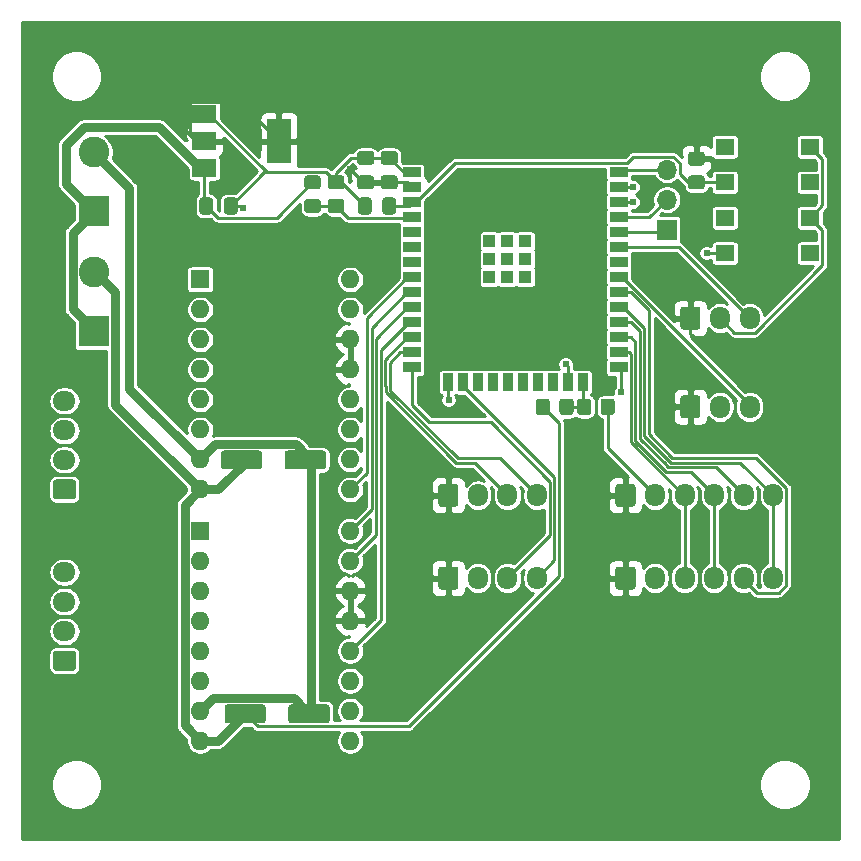
<source format=gtl>
G04 #@! TF.GenerationSoftware,KiCad,Pcbnew,(5.1.10)-1*
G04 #@! TF.CreationDate,2022-07-24T00:59:47-05:00*
G04 #@! TF.ProjectId,MuscleRoller,4d757363-6c65-4526-9f6c-6c65722e6b69,rev?*
G04 #@! TF.SameCoordinates,Original*
G04 #@! TF.FileFunction,Copper,L1,Top*
G04 #@! TF.FilePolarity,Positive*
%FSLAX46Y46*%
G04 Gerber Fmt 4.6, Leading zero omitted, Abs format (unit mm)*
G04 Created by KiCad (PCBNEW (5.1.10)-1) date 2022-07-24 00:59:47*
%MOMM*%
%LPD*%
G01*
G04 APERTURE LIST*
G04 #@! TA.AperFunction,SMDPad,CuDef*
%ADD10R,1.050000X1.050000*%
G04 #@! TD*
G04 #@! TA.AperFunction,SMDPad,CuDef*
%ADD11R,1.500000X0.900000*%
G04 #@! TD*
G04 #@! TA.AperFunction,SMDPad,CuDef*
%ADD12R,0.900000X1.500000*%
G04 #@! TD*
G04 #@! TA.AperFunction,SMDPad,CuDef*
%ADD13R,2.000000X1.500000*%
G04 #@! TD*
G04 #@! TA.AperFunction,SMDPad,CuDef*
%ADD14R,2.000000X3.800000*%
G04 #@! TD*
G04 #@! TA.AperFunction,SMDPad,CuDef*
%ADD15R,1.600000X1.400000*%
G04 #@! TD*
G04 #@! TA.AperFunction,ComponentPad*
%ADD16O,1.700000X1.950000*%
G04 #@! TD*
G04 #@! TA.AperFunction,ComponentPad*
%ADD17C,2.600000*%
G04 #@! TD*
G04 #@! TA.AperFunction,ComponentPad*
%ADD18R,2.600000X2.600000*%
G04 #@! TD*
G04 #@! TA.AperFunction,ComponentPad*
%ADD19O,1.950000X1.700000*%
G04 #@! TD*
G04 #@! TA.AperFunction,ComponentPad*
%ADD20O,1.700000X1.700000*%
G04 #@! TD*
G04 #@! TA.AperFunction,ComponentPad*
%ADD21R,1.700000X1.700000*%
G04 #@! TD*
G04 #@! TA.AperFunction,ComponentPad*
%ADD22O,1.600000X1.600000*%
G04 #@! TD*
G04 #@! TA.AperFunction,ComponentPad*
%ADD23R,1.600000X1.600000*%
G04 #@! TD*
G04 #@! TA.AperFunction,ViaPad*
%ADD24C,0.609600*%
G04 #@! TD*
G04 #@! TA.AperFunction,Conductor*
%ADD25C,0.254000*%
G04 #@! TD*
G04 #@! TA.AperFunction,Conductor*
%ADD26C,0.762000*%
G04 #@! TD*
G04 #@! TA.AperFunction,Conductor*
%ADD27C,0.100000*%
G04 #@! TD*
G04 APERTURE END LIST*
D10*
X147475000Y-100475000D03*
X149000000Y-100475000D03*
X150525000Y-100475000D03*
X150525000Y-103525000D03*
X149000000Y-103525000D03*
X147475000Y-103525000D03*
X147475000Y-102000000D03*
X150525000Y-102000000D03*
X149000000Y-102000000D03*
D11*
X158430000Y-94660000D03*
X158430000Y-95930000D03*
X158430000Y-97200000D03*
X158430000Y-98470000D03*
X158430000Y-99740000D03*
X158430000Y-101010000D03*
X158430000Y-102280000D03*
X158430000Y-103550000D03*
X158430000Y-104820000D03*
X158430000Y-106090000D03*
X158430000Y-107360000D03*
X158430000Y-108630000D03*
X158430000Y-109900000D03*
X158430000Y-111170000D03*
D12*
X155390000Y-112420000D03*
X154120000Y-112420000D03*
X152850000Y-112420000D03*
X151580000Y-112420000D03*
X150310000Y-112420000D03*
X149040000Y-112420000D03*
X147770000Y-112420000D03*
X146500000Y-112420000D03*
X145230000Y-112420000D03*
X143960000Y-112420000D03*
D11*
X140930000Y-94660000D03*
X140930000Y-95930000D03*
X140930000Y-97200000D03*
X140930000Y-98470000D03*
X140930000Y-99740000D03*
X140930000Y-101010000D03*
X140930000Y-102280000D03*
X140930000Y-103550000D03*
X140930000Y-104820000D03*
X140930000Y-106090000D03*
X140930000Y-107360000D03*
X140930000Y-108630000D03*
X140930000Y-109900000D03*
X140930000Y-111170000D03*
D13*
X123350000Y-89700000D03*
X123350000Y-94300000D03*
X123350000Y-92000000D03*
D14*
X129650000Y-92000000D03*
D15*
X167400000Y-101500000D03*
X174600000Y-101500000D03*
X174600000Y-98500000D03*
X167400000Y-98500000D03*
X167400000Y-95500000D03*
X174600000Y-95500000D03*
X174600000Y-92500000D03*
X167400000Y-92500000D03*
G04 #@! TA.AperFunction,SMDPad,CuDef*
G36*
G01*
X164549999Y-94900000D02*
X165450001Y-94900000D01*
G75*
G02*
X165700000Y-95149999I0J-249999D01*
G01*
X165700000Y-95850001D01*
G75*
G02*
X165450001Y-96100000I-249999J0D01*
G01*
X164549999Y-96100000D01*
G75*
G02*
X164300000Y-95850001I0J249999D01*
G01*
X164300000Y-95149999D01*
G75*
G02*
X164549999Y-94900000I249999J0D01*
G01*
G37*
G04 #@! TD.AperFunction*
G04 #@! TA.AperFunction,SMDPad,CuDef*
G36*
G01*
X164549999Y-92900000D02*
X165450001Y-92900000D01*
G75*
G02*
X165700000Y-93149999I0J-249999D01*
G01*
X165700000Y-93850001D01*
G75*
G02*
X165450001Y-94100000I-249999J0D01*
G01*
X164549999Y-94100000D01*
G75*
G02*
X164300000Y-93850001I0J249999D01*
G01*
X164300000Y-93149999D01*
G75*
G02*
X164549999Y-92900000I249999J0D01*
G01*
G37*
G04 #@! TD.AperFunction*
G04 #@! TA.AperFunction,SMDPad,CuDef*
G36*
G01*
X156900000Y-114950001D02*
X156900000Y-114049999D01*
G75*
G02*
X157149999Y-113800000I249999J0D01*
G01*
X157850001Y-113800000D01*
G75*
G02*
X158100000Y-114049999I0J-249999D01*
G01*
X158100000Y-114950001D01*
G75*
G02*
X157850001Y-115200000I-249999J0D01*
G01*
X157149999Y-115200000D01*
G75*
G02*
X156900000Y-114950001I0J249999D01*
G01*
G37*
G04 #@! TD.AperFunction*
G04 #@! TA.AperFunction,SMDPad,CuDef*
G36*
G01*
X154900000Y-114950001D02*
X154900000Y-114049999D01*
G75*
G02*
X155149999Y-113800000I249999J0D01*
G01*
X155850001Y-113800000D01*
G75*
G02*
X156100000Y-114049999I0J-249999D01*
G01*
X156100000Y-114950001D01*
G75*
G02*
X155850001Y-115200000I-249999J0D01*
G01*
X155149999Y-115200000D01*
G75*
G02*
X154900000Y-114950001I0J249999D01*
G01*
G37*
G04 #@! TD.AperFunction*
G04 #@! TA.AperFunction,SMDPad,CuDef*
G36*
G01*
X153400000Y-114950001D02*
X153400000Y-114049999D01*
G75*
G02*
X153649999Y-113800000I249999J0D01*
G01*
X154350001Y-113800000D01*
G75*
G02*
X154600000Y-114049999I0J-249999D01*
G01*
X154600000Y-114950001D01*
G75*
G02*
X154350001Y-115200000I-249999J0D01*
G01*
X153649999Y-115200000D01*
G75*
G02*
X153400000Y-114950001I0J249999D01*
G01*
G37*
G04 #@! TD.AperFunction*
G04 #@! TA.AperFunction,SMDPad,CuDef*
G36*
G01*
X151400000Y-114950001D02*
X151400000Y-114049999D01*
G75*
G02*
X151649999Y-113800000I249999J0D01*
G01*
X152350001Y-113800000D01*
G75*
G02*
X152600000Y-114049999I0J-249999D01*
G01*
X152600000Y-114950001D01*
G75*
G02*
X152350001Y-115200000I-249999J0D01*
G01*
X151649999Y-115200000D01*
G75*
G02*
X151400000Y-114950001I0J249999D01*
G01*
G37*
G04 #@! TD.AperFunction*
G04 #@! TA.AperFunction,SMDPad,CuDef*
G36*
G01*
X134950001Y-96100000D02*
X134049999Y-96100000D01*
G75*
G02*
X133800000Y-95850001I0J249999D01*
G01*
X133800000Y-95149999D01*
G75*
G02*
X134049999Y-94900000I249999J0D01*
G01*
X134950001Y-94900000D01*
G75*
G02*
X135200000Y-95149999I0J-249999D01*
G01*
X135200000Y-95850001D01*
G75*
G02*
X134950001Y-96100000I-249999J0D01*
G01*
G37*
G04 #@! TD.AperFunction*
G04 #@! TA.AperFunction,SMDPad,CuDef*
G36*
G01*
X134950001Y-98100000D02*
X134049999Y-98100000D01*
G75*
G02*
X133800000Y-97850001I0J249999D01*
G01*
X133800000Y-97149999D01*
G75*
G02*
X134049999Y-96900000I249999J0D01*
G01*
X134950001Y-96900000D01*
G75*
G02*
X135200000Y-97149999I0J-249999D01*
G01*
X135200000Y-97850001D01*
G75*
G02*
X134950001Y-98100000I-249999J0D01*
G01*
G37*
G04 #@! TD.AperFunction*
G04 #@! TA.AperFunction,SMDPad,CuDef*
G36*
G01*
X132049999Y-96900000D02*
X132950001Y-96900000D01*
G75*
G02*
X133200000Y-97149999I0J-249999D01*
G01*
X133200000Y-97850001D01*
G75*
G02*
X132950001Y-98100000I-249999J0D01*
G01*
X132049999Y-98100000D01*
G75*
G02*
X131800000Y-97850001I0J249999D01*
G01*
X131800000Y-97149999D01*
G75*
G02*
X132049999Y-96900000I249999J0D01*
G01*
G37*
G04 #@! TD.AperFunction*
G04 #@! TA.AperFunction,SMDPad,CuDef*
G36*
G01*
X132049999Y-94900000D02*
X132950001Y-94900000D01*
G75*
G02*
X133200000Y-95149999I0J-249999D01*
G01*
X133200000Y-95850001D01*
G75*
G02*
X132950001Y-96100000I-249999J0D01*
G01*
X132049999Y-96100000D01*
G75*
G02*
X131800000Y-95850001I0J249999D01*
G01*
X131800000Y-95149999D01*
G75*
G02*
X132049999Y-94900000I249999J0D01*
G01*
G37*
G04 #@! TD.AperFunction*
D16*
X169500000Y-114500000D03*
X167000000Y-114500000D03*
G04 #@! TA.AperFunction,ComponentPad*
G36*
G01*
X163650000Y-115225000D02*
X163650000Y-113775000D01*
G75*
G02*
X163900000Y-113525000I250000J0D01*
G01*
X165100000Y-113525000D01*
G75*
G02*
X165350000Y-113775000I0J-250000D01*
G01*
X165350000Y-115225000D01*
G75*
G02*
X165100000Y-115475000I-250000J0D01*
G01*
X163900000Y-115475000D01*
G75*
G02*
X163650000Y-115225000I0J250000D01*
G01*
G37*
G04 #@! TD.AperFunction*
X169500000Y-107000000D03*
X167000000Y-107000000D03*
G04 #@! TA.AperFunction,ComponentPad*
G36*
G01*
X163650000Y-107725000D02*
X163650000Y-106275000D01*
G75*
G02*
X163900000Y-106025000I250000J0D01*
G01*
X165100000Y-106025000D01*
G75*
G02*
X165350000Y-106275000I0J-250000D01*
G01*
X165350000Y-107725000D01*
G75*
G02*
X165100000Y-107975000I-250000J0D01*
G01*
X163900000Y-107975000D01*
G75*
G02*
X163650000Y-107725000I0J250000D01*
G01*
G37*
G04 #@! TD.AperFunction*
D17*
X114000000Y-103124000D03*
D18*
X114000000Y-108124000D03*
D19*
X111500000Y-128500000D03*
X111500000Y-131000000D03*
X111500000Y-133500000D03*
G04 #@! TA.AperFunction,ComponentPad*
G36*
G01*
X112225000Y-136850000D02*
X110775000Y-136850000D01*
G75*
G02*
X110525000Y-136600000I0J250000D01*
G01*
X110525000Y-135400000D01*
G75*
G02*
X110775000Y-135150000I250000J0D01*
G01*
X112225000Y-135150000D01*
G75*
G02*
X112475000Y-135400000I0J-250000D01*
G01*
X112475000Y-136600000D01*
G75*
G02*
X112225000Y-136850000I-250000J0D01*
G01*
G37*
G04 #@! TD.AperFunction*
X111500000Y-114000000D03*
X111500000Y-116500000D03*
X111500000Y-119000000D03*
G04 #@! TA.AperFunction,ComponentPad*
G36*
G01*
X112225000Y-122350000D02*
X110775000Y-122350000D01*
G75*
G02*
X110525000Y-122100000I0J250000D01*
G01*
X110525000Y-120900000D01*
G75*
G02*
X110775000Y-120650000I250000J0D01*
G01*
X112225000Y-120650000D01*
G75*
G02*
X112475000Y-120900000I0J-250000D01*
G01*
X112475000Y-122100000D01*
G75*
G02*
X112225000Y-122350000I-250000J0D01*
G01*
G37*
G04 #@! TD.AperFunction*
D20*
X162500000Y-94420000D03*
X162500000Y-96960000D03*
D21*
X162500000Y-99500000D03*
D16*
X151500000Y-129000000D03*
X149000000Y-129000000D03*
X146500000Y-129000000D03*
G04 #@! TA.AperFunction,ComponentPad*
G36*
G01*
X143150000Y-129725000D02*
X143150000Y-128275000D01*
G75*
G02*
X143400000Y-128025000I250000J0D01*
G01*
X144600000Y-128025000D01*
G75*
G02*
X144850000Y-128275000I0J-250000D01*
G01*
X144850000Y-129725000D01*
G75*
G02*
X144600000Y-129975000I-250000J0D01*
G01*
X143400000Y-129975000D01*
G75*
G02*
X143150000Y-129725000I0J250000D01*
G01*
G37*
G04 #@! TD.AperFunction*
X151500000Y-122000000D03*
X149000000Y-122000000D03*
X146500000Y-122000000D03*
G04 #@! TA.AperFunction,ComponentPad*
G36*
G01*
X143150000Y-122725000D02*
X143150000Y-121275000D01*
G75*
G02*
X143400000Y-121025000I250000J0D01*
G01*
X144600000Y-121025000D01*
G75*
G02*
X144850000Y-121275000I0J-250000D01*
G01*
X144850000Y-122725000D01*
G75*
G02*
X144600000Y-122975000I-250000J0D01*
G01*
X143400000Y-122975000D01*
G75*
G02*
X143150000Y-122725000I0J250000D01*
G01*
G37*
G04 #@! TD.AperFunction*
D17*
X114000000Y-92964000D03*
D18*
X114000000Y-97964000D03*
D16*
X171500000Y-129000000D03*
X169000000Y-129000000D03*
X166500000Y-129000000D03*
X164000000Y-129000000D03*
X161500000Y-129000000D03*
G04 #@! TA.AperFunction,ComponentPad*
G36*
G01*
X158150000Y-129725000D02*
X158150000Y-128275000D01*
G75*
G02*
X158400000Y-128025000I250000J0D01*
G01*
X159600000Y-128025000D01*
G75*
G02*
X159850000Y-128275000I0J-250000D01*
G01*
X159850000Y-129725000D01*
G75*
G02*
X159600000Y-129975000I-250000J0D01*
G01*
X158400000Y-129975000D01*
G75*
G02*
X158150000Y-129725000I0J250000D01*
G01*
G37*
G04 #@! TD.AperFunction*
X171500000Y-122000000D03*
X169000000Y-122000000D03*
X166500000Y-122000000D03*
X164000000Y-122000000D03*
X161500000Y-122000000D03*
G04 #@! TA.AperFunction,ComponentPad*
G36*
G01*
X158150000Y-122725000D02*
X158150000Y-121275000D01*
G75*
G02*
X158400000Y-121025000I250000J0D01*
G01*
X159600000Y-121025000D01*
G75*
G02*
X159850000Y-121275000I0J-250000D01*
G01*
X159850000Y-122725000D01*
G75*
G02*
X159600000Y-122975000I-250000J0D01*
G01*
X158400000Y-122975000D01*
G75*
G02*
X158150000Y-122725000I0J250000D01*
G01*
G37*
G04 #@! TD.AperFunction*
G04 #@! TA.AperFunction,SMDPad,CuDef*
G36*
G01*
X137475000Y-94012500D02*
X136525000Y-94012500D01*
G75*
G02*
X136275000Y-93762500I0J250000D01*
G01*
X136275000Y-93087500D01*
G75*
G02*
X136525000Y-92837500I250000J0D01*
G01*
X137475000Y-92837500D01*
G75*
G02*
X137725000Y-93087500I0J-250000D01*
G01*
X137725000Y-93762500D01*
G75*
G02*
X137475000Y-94012500I-250000J0D01*
G01*
G37*
G04 #@! TD.AperFunction*
G04 #@! TA.AperFunction,SMDPad,CuDef*
G36*
G01*
X137475000Y-96087500D02*
X136525000Y-96087500D01*
G75*
G02*
X136275000Y-95837500I0J250000D01*
G01*
X136275000Y-95162500D01*
G75*
G02*
X136525000Y-94912500I250000J0D01*
G01*
X137475000Y-94912500D01*
G75*
G02*
X137725000Y-95162500I0J-250000D01*
G01*
X137725000Y-95837500D01*
G75*
G02*
X137475000Y-96087500I-250000J0D01*
G01*
G37*
G04 #@! TD.AperFunction*
G04 #@! TA.AperFunction,SMDPad,CuDef*
G36*
G01*
X139475000Y-94012500D02*
X138525000Y-94012500D01*
G75*
G02*
X138275000Y-93762500I0J250000D01*
G01*
X138275000Y-93087500D01*
G75*
G02*
X138525000Y-92837500I250000J0D01*
G01*
X139475000Y-92837500D01*
G75*
G02*
X139725000Y-93087500I0J-250000D01*
G01*
X139725000Y-93762500D01*
G75*
G02*
X139475000Y-94012500I-250000J0D01*
G01*
G37*
G04 #@! TD.AperFunction*
G04 #@! TA.AperFunction,SMDPad,CuDef*
G36*
G01*
X139475000Y-96087500D02*
X138525000Y-96087500D01*
G75*
G02*
X138275000Y-95837500I0J250000D01*
G01*
X138275000Y-95162500D01*
G75*
G02*
X138525000Y-94912500I250000J0D01*
G01*
X139475000Y-94912500D01*
G75*
G02*
X139725000Y-95162500I0J-250000D01*
G01*
X139725000Y-95837500D01*
G75*
G02*
X139475000Y-96087500I-250000J0D01*
G01*
G37*
G04 #@! TD.AperFunction*
G04 #@! TA.AperFunction,SMDPad,CuDef*
G36*
G01*
X137512500Y-97025000D02*
X137512500Y-97975000D01*
G75*
G02*
X137262500Y-98225000I-250000J0D01*
G01*
X136587500Y-98225000D01*
G75*
G02*
X136337500Y-97975000I0J250000D01*
G01*
X136337500Y-97025000D01*
G75*
G02*
X136587500Y-96775000I250000J0D01*
G01*
X137262500Y-96775000D01*
G75*
G02*
X137512500Y-97025000I0J-250000D01*
G01*
G37*
G04 #@! TD.AperFunction*
G04 #@! TA.AperFunction,SMDPad,CuDef*
G36*
G01*
X139587500Y-97025000D02*
X139587500Y-97975000D01*
G75*
G02*
X139337500Y-98225000I-250000J0D01*
G01*
X138662500Y-98225000D01*
G75*
G02*
X138412500Y-97975000I0J250000D01*
G01*
X138412500Y-97025000D01*
G75*
G02*
X138662500Y-96775000I250000J0D01*
G01*
X139337500Y-96775000D01*
G75*
G02*
X139587500Y-97025000I0J-250000D01*
G01*
G37*
G04 #@! TD.AperFunction*
G04 #@! TA.AperFunction,SMDPad,CuDef*
G36*
G01*
X130450000Y-141050000D02*
X130450000Y-139950000D01*
G75*
G02*
X130700000Y-139700000I250000J0D01*
G01*
X133700000Y-139700000D01*
G75*
G02*
X133950000Y-139950000I0J-250000D01*
G01*
X133950000Y-141050000D01*
G75*
G02*
X133700000Y-141300000I-250000J0D01*
G01*
X130700000Y-141300000D01*
G75*
G02*
X130450000Y-141050000I0J250000D01*
G01*
G37*
G04 #@! TD.AperFunction*
G04 #@! TA.AperFunction,SMDPad,CuDef*
G36*
G01*
X125050000Y-141050000D02*
X125050000Y-139950000D01*
G75*
G02*
X125300000Y-139700000I250000J0D01*
G01*
X128300000Y-139700000D01*
G75*
G02*
X128550000Y-139950000I0J-250000D01*
G01*
X128550000Y-141050000D01*
G75*
G02*
X128300000Y-141300000I-250000J0D01*
G01*
X125300000Y-141300000D01*
G75*
G02*
X125050000Y-141050000I0J250000D01*
G01*
G37*
G04 #@! TD.AperFunction*
G04 #@! TA.AperFunction,SMDPad,CuDef*
G36*
G01*
X130142000Y-119550000D02*
X130142000Y-118450000D01*
G75*
G02*
X130392000Y-118200000I250000J0D01*
G01*
X133392000Y-118200000D01*
G75*
G02*
X133642000Y-118450000I0J-250000D01*
G01*
X133642000Y-119550000D01*
G75*
G02*
X133392000Y-119800000I-250000J0D01*
G01*
X130392000Y-119800000D01*
G75*
G02*
X130142000Y-119550000I0J250000D01*
G01*
G37*
G04 #@! TD.AperFunction*
G04 #@! TA.AperFunction,SMDPad,CuDef*
G36*
G01*
X124742000Y-119550000D02*
X124742000Y-118450000D01*
G75*
G02*
X124992000Y-118200000I250000J0D01*
G01*
X127992000Y-118200000D01*
G75*
G02*
X128242000Y-118450000I0J-250000D01*
G01*
X128242000Y-119550000D01*
G75*
G02*
X127992000Y-119800000I-250000J0D01*
G01*
X124992000Y-119800000D01*
G75*
G02*
X124742000Y-119550000I0J250000D01*
G01*
G37*
G04 #@! TD.AperFunction*
G04 #@! TA.AperFunction,SMDPad,CuDef*
G36*
G01*
X124987500Y-97975000D02*
X124987500Y-97025000D01*
G75*
G02*
X125237500Y-96775000I250000J0D01*
G01*
X125912500Y-96775000D01*
G75*
G02*
X126162500Y-97025000I0J-250000D01*
G01*
X126162500Y-97975000D01*
G75*
G02*
X125912500Y-98225000I-250000J0D01*
G01*
X125237500Y-98225000D01*
G75*
G02*
X124987500Y-97975000I0J250000D01*
G01*
G37*
G04 #@! TD.AperFunction*
G04 #@! TA.AperFunction,SMDPad,CuDef*
G36*
G01*
X122912500Y-97975000D02*
X122912500Y-97025000D01*
G75*
G02*
X123162500Y-96775000I250000J0D01*
G01*
X123837500Y-96775000D01*
G75*
G02*
X124087500Y-97025000I0J-250000D01*
G01*
X124087500Y-97975000D01*
G75*
G02*
X123837500Y-98225000I-250000J0D01*
G01*
X123162500Y-98225000D01*
G75*
G02*
X122912500Y-97975000I0J250000D01*
G01*
G37*
G04 #@! TD.AperFunction*
D22*
X135700000Y-125000000D03*
X123000000Y-142780000D03*
X135700000Y-127540000D03*
X123000000Y-140240000D03*
X135700000Y-130080000D03*
X123000000Y-137700000D03*
X135700000Y-132620000D03*
X123000000Y-135160000D03*
X135700000Y-135160000D03*
X123000000Y-132620000D03*
X135700000Y-137700000D03*
X123000000Y-130080000D03*
X135700000Y-140240000D03*
X123000000Y-127540000D03*
X135700000Y-142780000D03*
D23*
X123000000Y-125000000D03*
D22*
X135700000Y-103720000D03*
X123000000Y-121500000D03*
X135700000Y-106260000D03*
X123000000Y-118960000D03*
X135700000Y-108800000D03*
X123000000Y-116420000D03*
X135700000Y-111340000D03*
X123000000Y-113880000D03*
X135700000Y-113880000D03*
X123000000Y-111340000D03*
X135700000Y-116420000D03*
X123000000Y-108800000D03*
X135700000Y-118960000D03*
X123000000Y-106260000D03*
X135700000Y-121500000D03*
D23*
X123000000Y-103720000D03*
D24*
X126619000Y-97663000D03*
X144018000Y-113919000D03*
X135636000Y-94361000D03*
X131699000Y-92202000D03*
X121412000Y-90805000D03*
X120269000Y-93599000D03*
X165862000Y-101473000D03*
X158623000Y-113284000D03*
X159639000Y-95885000D03*
X159639000Y-97155000D03*
X153924000Y-110871000D03*
D25*
X123350000Y-97350000D02*
X123500000Y-97500000D01*
X123350000Y-94300000D02*
X123350000Y-97350000D01*
X129520990Y-98479010D02*
X132500000Y-95500000D01*
X124479010Y-98479010D02*
X129520990Y-98479010D01*
X123500000Y-97500000D02*
X124479010Y-98479010D01*
D26*
X122985598Y-94300000D02*
X123350000Y-94300000D01*
X119490598Y-90805000D02*
X122985598Y-94300000D01*
X113157000Y-90805000D02*
X119490598Y-90805000D01*
X111633000Y-92329000D02*
X113157000Y-90805000D01*
X111633000Y-95633000D02*
X111633000Y-92329000D01*
X114000000Y-98000000D02*
X111633000Y-95633000D01*
X112191999Y-99808001D02*
X114000000Y-98000000D01*
X112191999Y-106191999D02*
X112191999Y-99808001D01*
X114000000Y-108000000D02*
X112191999Y-106191999D01*
X114000000Y-93000000D02*
X117000000Y-96000000D01*
X117000000Y-112960000D02*
X123000000Y-118960000D01*
X117000000Y-96000000D02*
X117000000Y-112960000D01*
X131091990Y-117691990D02*
X132400000Y-119000000D01*
X124268010Y-117691990D02*
X131091990Y-117691990D01*
X123000000Y-118960000D02*
X124268010Y-117691990D01*
X132400000Y-140300000D02*
X132200000Y-140500000D01*
X132400000Y-119000000D02*
X132400000Y-140300000D01*
X124048010Y-139191990D02*
X123000000Y-140240000D01*
X130891990Y-139191990D02*
X124048010Y-139191990D01*
X132200000Y-140500000D02*
X130891990Y-139191990D01*
D25*
X140235000Y-94660000D02*
X139000000Y-93425000D01*
X140930000Y-94660000D02*
X140235000Y-94660000D01*
X139000000Y-93425000D02*
X137000000Y-93425000D01*
X134925000Y-95500000D02*
X136925000Y-97500000D01*
X134500000Y-95500000D02*
X134925000Y-95500000D01*
X135744974Y-93425000D02*
X137000000Y-93425000D01*
X134500000Y-94669974D02*
X135744974Y-93425000D01*
X134500000Y-95500000D02*
X134500000Y-94669974D01*
X133645990Y-94645990D02*
X134500000Y-95500000D01*
X125575000Y-97500000D02*
X128429010Y-94645990D01*
X123674020Y-89700000D02*
X128620010Y-94645990D01*
X123350000Y-89700000D02*
X123674020Y-89700000D01*
X128620010Y-94645990D02*
X133645990Y-94645990D01*
X128429010Y-94645990D02*
X128620010Y-94645990D01*
X126456000Y-97500000D02*
X126619000Y-97663000D01*
X125575000Y-97500000D02*
X126456000Y-97500000D01*
X143960000Y-113861000D02*
X144018000Y-113919000D01*
X143960000Y-112420000D02*
X143960000Y-113861000D01*
X157500000Y-118000000D02*
X161500000Y-122000000D01*
X157500000Y-114500000D02*
X157500000Y-118000000D01*
X175654001Y-99554001D02*
X174600000Y-98500000D01*
X175654001Y-102532304D02*
X175654001Y-99554001D01*
X168229010Y-108229010D02*
X169957295Y-108229010D01*
X169957295Y-108229010D02*
X175654001Y-102532304D01*
X167000000Y-107000000D02*
X168229010Y-108229010D01*
X175654001Y-97445999D02*
X175654001Y-93554001D01*
X175654001Y-93554001D02*
X174600000Y-92500000D01*
X174600000Y-98500000D02*
X175654001Y-97445999D01*
X158670000Y-94420000D02*
X158430000Y-94660000D01*
X162500000Y-94420000D02*
X158670000Y-94420000D01*
X137000000Y-95500000D02*
X139000000Y-95500000D01*
X140500000Y-95500000D02*
X140930000Y-95930000D01*
X139000000Y-95500000D02*
X140500000Y-95500000D01*
X136775000Y-95500000D02*
X135636000Y-94361000D01*
X137000000Y-95500000D02*
X136775000Y-95500000D01*
X129852000Y-92202000D02*
X129650000Y-92000000D01*
X131699000Y-92202000D02*
X129852000Y-92202000D01*
X123350000Y-92000000D02*
X122607000Y-92000000D01*
X122095999Y-88746799D02*
X122146799Y-88695999D01*
X122095999Y-91488999D02*
X122095999Y-88746799D01*
X126345999Y-88695999D02*
X129650000Y-92000000D01*
X122146799Y-88695999D02*
X126345999Y-88695999D01*
X122607000Y-92000000D02*
X122095999Y-91488999D01*
X122607000Y-92000000D02*
X121412000Y-90805000D01*
X164500000Y-107000000D02*
X164500000Y-108366000D01*
X164500000Y-108366000D02*
X165862000Y-109728000D01*
X140630000Y-97500000D02*
X140930000Y-97200000D01*
X139000000Y-97500000D02*
X140630000Y-97500000D01*
X167400000Y-95500000D02*
X165000000Y-95500000D01*
X163604001Y-93890079D02*
X163029921Y-93315999D01*
X163604001Y-94804001D02*
X163604001Y-93890079D01*
X163029921Y-93315999D02*
X159668001Y-93315999D01*
X164300000Y-95500000D02*
X163604001Y-94804001D01*
X165000000Y-95500000D02*
X164300000Y-95500000D01*
X159668001Y-93315999D02*
X159131000Y-93853000D01*
X141230000Y-97200000D02*
X140930000Y-97200000D01*
X144577000Y-93853000D02*
X141230000Y-97200000D01*
X159131000Y-93853000D02*
X144577000Y-93853000D01*
X162260000Y-99740000D02*
X162500000Y-99500000D01*
X158430000Y-99740000D02*
X162260000Y-99740000D01*
X160990000Y-98470000D02*
X162500000Y-96960000D01*
X158430000Y-98470000D02*
X160990000Y-98470000D01*
X165889000Y-101500000D02*
X165862000Y-101473000D01*
X167400000Y-101500000D02*
X165889000Y-101500000D01*
X158623000Y-111363000D02*
X158430000Y-111170000D01*
X158623000Y-113284000D02*
X158623000Y-111363000D01*
X132500000Y-97500000D02*
X134500000Y-97500000D01*
X140920990Y-98479010D02*
X140930000Y-98470000D01*
X135479010Y-98479010D02*
X140920990Y-98479010D01*
X134500000Y-97500000D02*
X135479010Y-98479010D01*
X139926000Y-109900000D02*
X139065000Y-110761000D01*
X140930000Y-109900000D02*
X139926000Y-109900000D01*
X139065000Y-110761000D02*
X139065000Y-113126172D01*
X139065000Y-113126172D02*
X144810818Y-118871990D01*
X148371990Y-118871990D02*
X151500000Y-122000000D01*
X144810818Y-118871990D02*
X148371990Y-118871990D01*
X140542798Y-108630000D02*
X138659051Y-110513747D01*
X140930000Y-108630000D02*
X140542798Y-108630000D01*
X138659051Y-112751051D02*
X138684000Y-112776000D01*
X138659051Y-110513747D02*
X138659051Y-112751051D01*
X138684000Y-113284000D02*
X144653000Y-119253000D01*
X138684000Y-112776000D02*
X138684000Y-113284000D01*
X146253000Y-119253000D02*
X149000000Y-122000000D01*
X144653000Y-119253000D02*
X146253000Y-119253000D01*
X159594000Y-95930000D02*
X159639000Y-95885000D01*
X158430000Y-95930000D02*
X159594000Y-95930000D01*
X158475000Y-97155000D02*
X158430000Y-97200000D01*
X159639000Y-97155000D02*
X158475000Y-97155000D01*
X137516021Y-107846777D02*
X137516021Y-123183979D01*
X137516021Y-123183979D02*
X135700000Y-125000000D01*
X140542798Y-104820000D02*
X137516021Y-107846777D01*
X140930000Y-104820000D02*
X140542798Y-104820000D01*
X137897031Y-125342969D02*
X135700000Y-127540000D01*
X137897031Y-108735767D02*
X137897031Y-125342969D01*
X140542798Y-106090000D02*
X137897031Y-108735767D01*
X140930000Y-106090000D02*
X140542798Y-106090000D01*
X152985020Y-127514980D02*
X151500000Y-129000000D01*
X152985020Y-120475020D02*
X152985020Y-127514980D01*
X145230000Y-112720000D02*
X152985020Y-120475020D01*
X145230000Y-112420000D02*
X145230000Y-112720000D01*
X152604010Y-125395990D02*
X149000000Y-129000000D01*
X152604010Y-120854010D02*
X152604010Y-125395990D01*
X147574000Y-115824000D02*
X152604010Y-120854010D01*
X142367000Y-115824000D02*
X147574000Y-115824000D01*
X140930000Y-114387000D02*
X142367000Y-115824000D01*
X140930000Y-111170000D02*
X140930000Y-114387000D01*
X163510000Y-101010000D02*
X169500000Y-107000000D01*
X158430000Y-101010000D02*
X163510000Y-101010000D01*
X169500000Y-114320000D02*
X169500000Y-114500000D01*
X158730000Y-103550000D02*
X169500000Y-114320000D01*
X158430000Y-103550000D02*
X158730000Y-103550000D01*
D26*
X115808001Y-114308001D02*
X123000000Y-121500000D01*
X115808001Y-104808001D02*
X115808001Y-114308001D01*
X114000000Y-103000000D02*
X115808001Y-104808001D01*
X121691999Y-141471999D02*
X123000000Y-142780000D01*
X121691999Y-122808001D02*
X121691999Y-141471999D01*
X123000000Y-121500000D02*
X121691999Y-122808001D01*
X124520000Y-142780000D02*
X126800000Y-140500000D01*
X123000000Y-142780000D02*
X124520000Y-142780000D01*
X124500000Y-121500000D02*
X127000000Y-119000000D01*
X123000000Y-121500000D02*
X124500000Y-121500000D01*
D25*
X153366030Y-128820275D02*
X153366030Y-115866030D01*
X153366030Y-115866030D02*
X152000000Y-114500000D01*
X140632295Y-141554010D02*
X153366030Y-128820275D01*
X127854010Y-141554010D02*
X140632295Y-141554010D01*
X126800000Y-140500000D02*
X127854010Y-141554010D01*
X154120000Y-111067000D02*
X153924000Y-110871000D01*
X154120000Y-112420000D02*
X154120000Y-111067000D01*
X137135011Y-120064989D02*
X135700000Y-121500000D01*
X137135011Y-106957787D02*
X137135011Y-120064989D01*
X140542798Y-103550000D02*
X137135011Y-106957787D01*
X140930000Y-103550000D02*
X140542798Y-103550000D01*
X138278041Y-109711959D02*
X138278041Y-132581959D01*
X138278041Y-132581959D02*
X135700000Y-135160000D01*
X140630000Y-107360000D02*
X138278041Y-109711959D01*
X140930000Y-107360000D02*
X140630000Y-107360000D01*
X158817202Y-106090000D02*
X160577031Y-107849829D01*
X158430000Y-106090000D02*
X158817202Y-106090000D01*
X160577031Y-116985202D02*
X162814010Y-119222181D01*
X160577031Y-107849829D02*
X160577031Y-116985202D01*
X168722181Y-119222181D02*
X171500000Y-122000000D01*
X162814010Y-119222181D02*
X168722181Y-119222181D01*
X171500000Y-122000000D02*
X171500000Y-129000000D01*
X166633990Y-119633990D02*
X169000000Y-122000000D01*
X162433000Y-119445344D02*
X162621646Y-119633990D01*
X160261365Y-117208365D02*
X162433000Y-119380000D01*
X160196021Y-117208365D02*
X160261365Y-117208365D01*
X160196021Y-108122021D02*
X160196021Y-117208365D01*
X162621646Y-119633990D02*
X166633990Y-119633990D01*
X162433000Y-119380000D02*
X162433000Y-119445344D01*
X159434000Y-107360000D02*
X160196021Y-108122021D01*
X158430000Y-107360000D02*
X159434000Y-107360000D01*
X164515000Y-120015000D02*
X166500000Y-122000000D01*
X162463828Y-120015000D02*
X164515000Y-120015000D01*
X159815011Y-117366183D02*
X162463828Y-120015000D01*
X159815011Y-109011011D02*
X159815011Y-117366183D01*
X159434000Y-108630000D02*
X159815011Y-109011011D01*
X158430000Y-108630000D02*
X159434000Y-108630000D01*
X166500000Y-122000000D02*
X166500000Y-129000000D01*
X158430000Y-109900000D02*
X159303000Y-109900000D01*
X159434001Y-110031001D02*
X159434001Y-117524001D01*
X159303000Y-109900000D02*
X159434001Y-110031001D01*
X163910000Y-122000000D02*
X164000000Y-122000000D01*
X159434001Y-117524001D02*
X163910000Y-122000000D01*
X164000000Y-122000000D02*
X164000000Y-129000000D01*
X159434000Y-104820000D02*
X160958041Y-106344041D01*
X158430000Y-104820000D02*
X159434000Y-104820000D01*
X160958041Y-106344041D02*
X160958041Y-116827384D01*
X160958041Y-116827384D02*
X162971828Y-118841171D01*
X170027476Y-118841171D02*
X162971828Y-118841171D01*
X172604010Y-121417705D02*
X170027476Y-118841171D01*
X172604010Y-129582295D02*
X172604010Y-121417705D01*
X171957295Y-130229010D02*
X172604010Y-129582295D01*
X170104010Y-130229010D02*
X171957295Y-130229010D01*
X169000000Y-129125000D02*
X170104010Y-130229010D01*
X169000000Y-129000000D02*
X169000000Y-129125000D01*
X154120000Y-114380000D02*
X154000000Y-114500000D01*
X155500000Y-114500000D02*
X154000000Y-114500000D01*
X155390000Y-114390000D02*
X155500000Y-114500000D01*
X155390000Y-112420000D02*
X155390000Y-114390000D01*
X177094001Y-151094000D02*
X107906000Y-151094000D01*
X107906000Y-146286715D01*
X110334478Y-146286715D01*
X110334478Y-146713285D01*
X110417698Y-147131659D01*
X110580939Y-147525759D01*
X110817929Y-147880440D01*
X111119560Y-148182071D01*
X111474241Y-148419061D01*
X111868341Y-148582302D01*
X112286715Y-148665522D01*
X112713285Y-148665522D01*
X113131659Y-148582302D01*
X113525759Y-148419061D01*
X113880440Y-148182071D01*
X114182071Y-147880440D01*
X114419061Y-147525759D01*
X114582302Y-147131659D01*
X114665522Y-146713285D01*
X114665522Y-146286715D01*
X170334478Y-146286715D01*
X170334478Y-146713285D01*
X170417698Y-147131659D01*
X170580939Y-147525759D01*
X170817929Y-147880440D01*
X171119560Y-148182071D01*
X171474241Y-148419061D01*
X171868341Y-148582302D01*
X172286715Y-148665522D01*
X172713285Y-148665522D01*
X173131659Y-148582302D01*
X173525759Y-148419061D01*
X173880440Y-148182071D01*
X174182071Y-147880440D01*
X174419061Y-147525759D01*
X174582302Y-147131659D01*
X174665522Y-146713285D01*
X174665522Y-146286715D01*
X174582302Y-145868341D01*
X174419061Y-145474241D01*
X174182071Y-145119560D01*
X173880440Y-144817929D01*
X173525759Y-144580939D01*
X173131659Y-144417698D01*
X172713285Y-144334478D01*
X172286715Y-144334478D01*
X171868341Y-144417698D01*
X171474241Y-144580939D01*
X171119560Y-144817929D01*
X170817929Y-145119560D01*
X170580939Y-145474241D01*
X170417698Y-145868341D01*
X170334478Y-146286715D01*
X114665522Y-146286715D01*
X114582302Y-145868341D01*
X114419061Y-145474241D01*
X114182071Y-145119560D01*
X113880440Y-144817929D01*
X113525759Y-144580939D01*
X113131659Y-144417698D01*
X112713285Y-144334478D01*
X112286715Y-144334478D01*
X111868341Y-144417698D01*
X111474241Y-144580939D01*
X111119560Y-144817929D01*
X110817929Y-145119560D01*
X110580939Y-145474241D01*
X110417698Y-145868341D01*
X110334478Y-146286715D01*
X107906000Y-146286715D01*
X107906000Y-135400000D01*
X110142157Y-135400000D01*
X110142157Y-136600000D01*
X110154317Y-136723462D01*
X110190329Y-136842179D01*
X110248810Y-136951589D01*
X110327512Y-137047488D01*
X110423411Y-137126190D01*
X110532821Y-137184671D01*
X110651538Y-137220683D01*
X110775000Y-137232843D01*
X112225000Y-137232843D01*
X112348462Y-137220683D01*
X112467179Y-137184671D01*
X112576589Y-137126190D01*
X112672488Y-137047488D01*
X112751190Y-136951589D01*
X112809671Y-136842179D01*
X112845683Y-136723462D01*
X112857843Y-136600000D01*
X112857843Y-135400000D01*
X112845683Y-135276538D01*
X112809671Y-135157821D01*
X112751190Y-135048411D01*
X112672488Y-134952512D01*
X112576589Y-134873810D01*
X112467179Y-134815329D01*
X112348462Y-134779317D01*
X112225000Y-134767157D01*
X110775000Y-134767157D01*
X110651538Y-134779317D01*
X110532821Y-134815329D01*
X110423411Y-134873810D01*
X110327512Y-134952512D01*
X110248810Y-135048411D01*
X110190329Y-135157821D01*
X110154317Y-135276538D01*
X110142157Y-135400000D01*
X107906000Y-135400000D01*
X107906000Y-133500000D01*
X110138044Y-133500000D01*
X110161812Y-133741318D01*
X110232202Y-133973363D01*
X110346509Y-134187216D01*
X110500340Y-134374660D01*
X110687784Y-134528491D01*
X110901637Y-134642798D01*
X111133682Y-134713188D01*
X111314528Y-134731000D01*
X111685472Y-134731000D01*
X111866318Y-134713188D01*
X112098363Y-134642798D01*
X112312216Y-134528491D01*
X112499660Y-134374660D01*
X112653491Y-134187216D01*
X112767798Y-133973363D01*
X112838188Y-133741318D01*
X112861956Y-133500000D01*
X112838188Y-133258682D01*
X112767798Y-133026637D01*
X112653491Y-132812784D01*
X112499660Y-132625340D01*
X112312216Y-132471509D01*
X112098363Y-132357202D01*
X111866318Y-132286812D01*
X111685472Y-132269000D01*
X111314528Y-132269000D01*
X111133682Y-132286812D01*
X110901637Y-132357202D01*
X110687784Y-132471509D01*
X110500340Y-132625340D01*
X110346509Y-132812784D01*
X110232202Y-133026637D01*
X110161812Y-133258682D01*
X110138044Y-133500000D01*
X107906000Y-133500000D01*
X107906000Y-131000000D01*
X110138044Y-131000000D01*
X110161812Y-131241318D01*
X110232202Y-131473363D01*
X110346509Y-131687216D01*
X110500340Y-131874660D01*
X110687784Y-132028491D01*
X110901637Y-132142798D01*
X111133682Y-132213188D01*
X111314528Y-132231000D01*
X111685472Y-132231000D01*
X111866318Y-132213188D01*
X112098363Y-132142798D01*
X112312216Y-132028491D01*
X112499660Y-131874660D01*
X112653491Y-131687216D01*
X112767798Y-131473363D01*
X112838188Y-131241318D01*
X112861956Y-131000000D01*
X112838188Y-130758682D01*
X112767798Y-130526637D01*
X112653491Y-130312784D01*
X112499660Y-130125340D01*
X112312216Y-129971509D01*
X112098363Y-129857202D01*
X111866318Y-129786812D01*
X111685472Y-129769000D01*
X111314528Y-129769000D01*
X111133682Y-129786812D01*
X110901637Y-129857202D01*
X110687784Y-129971509D01*
X110500340Y-130125340D01*
X110346509Y-130312784D01*
X110232202Y-130526637D01*
X110161812Y-130758682D01*
X110138044Y-131000000D01*
X107906000Y-131000000D01*
X107906000Y-128500000D01*
X110138044Y-128500000D01*
X110161812Y-128741318D01*
X110232202Y-128973363D01*
X110346509Y-129187216D01*
X110500340Y-129374660D01*
X110687784Y-129528491D01*
X110901637Y-129642798D01*
X111133682Y-129713188D01*
X111314528Y-129731000D01*
X111685472Y-129731000D01*
X111866318Y-129713188D01*
X112098363Y-129642798D01*
X112312216Y-129528491D01*
X112499660Y-129374660D01*
X112653491Y-129187216D01*
X112767798Y-128973363D01*
X112838188Y-128741318D01*
X112861956Y-128500000D01*
X112838188Y-128258682D01*
X112767798Y-128026637D01*
X112653491Y-127812784D01*
X112499660Y-127625340D01*
X112312216Y-127471509D01*
X112098363Y-127357202D01*
X111866318Y-127286812D01*
X111685472Y-127269000D01*
X111314528Y-127269000D01*
X111133682Y-127286812D01*
X110901637Y-127357202D01*
X110687784Y-127471509D01*
X110500340Y-127625340D01*
X110346509Y-127812784D01*
X110232202Y-128026637D01*
X110161812Y-128258682D01*
X110138044Y-128500000D01*
X107906000Y-128500000D01*
X107906000Y-120900000D01*
X110142157Y-120900000D01*
X110142157Y-122100000D01*
X110154317Y-122223462D01*
X110190329Y-122342179D01*
X110248810Y-122451589D01*
X110327512Y-122547488D01*
X110423411Y-122626190D01*
X110532821Y-122684671D01*
X110651538Y-122720683D01*
X110775000Y-122732843D01*
X112225000Y-122732843D01*
X112348462Y-122720683D01*
X112467179Y-122684671D01*
X112576589Y-122626190D01*
X112672488Y-122547488D01*
X112751190Y-122451589D01*
X112809671Y-122342179D01*
X112845683Y-122223462D01*
X112857843Y-122100000D01*
X112857843Y-120900000D01*
X112845683Y-120776538D01*
X112809671Y-120657821D01*
X112751190Y-120548411D01*
X112672488Y-120452512D01*
X112576589Y-120373810D01*
X112467179Y-120315329D01*
X112348462Y-120279317D01*
X112225000Y-120267157D01*
X110775000Y-120267157D01*
X110651538Y-120279317D01*
X110532821Y-120315329D01*
X110423411Y-120373810D01*
X110327512Y-120452512D01*
X110248810Y-120548411D01*
X110190329Y-120657821D01*
X110154317Y-120776538D01*
X110142157Y-120900000D01*
X107906000Y-120900000D01*
X107906000Y-119000000D01*
X110138044Y-119000000D01*
X110161812Y-119241318D01*
X110232202Y-119473363D01*
X110346509Y-119687216D01*
X110500340Y-119874660D01*
X110687784Y-120028491D01*
X110901637Y-120142798D01*
X111133682Y-120213188D01*
X111314528Y-120231000D01*
X111685472Y-120231000D01*
X111866318Y-120213188D01*
X112098363Y-120142798D01*
X112312216Y-120028491D01*
X112499660Y-119874660D01*
X112653491Y-119687216D01*
X112767798Y-119473363D01*
X112838188Y-119241318D01*
X112861956Y-119000000D01*
X112838188Y-118758682D01*
X112767798Y-118526637D01*
X112653491Y-118312784D01*
X112499660Y-118125340D01*
X112312216Y-117971509D01*
X112098363Y-117857202D01*
X111866318Y-117786812D01*
X111685472Y-117769000D01*
X111314528Y-117769000D01*
X111133682Y-117786812D01*
X110901637Y-117857202D01*
X110687784Y-117971509D01*
X110500340Y-118125340D01*
X110346509Y-118312784D01*
X110232202Y-118526637D01*
X110161812Y-118758682D01*
X110138044Y-119000000D01*
X107906000Y-119000000D01*
X107906000Y-116500000D01*
X110138044Y-116500000D01*
X110161812Y-116741318D01*
X110232202Y-116973363D01*
X110346509Y-117187216D01*
X110500340Y-117374660D01*
X110687784Y-117528491D01*
X110901637Y-117642798D01*
X111133682Y-117713188D01*
X111314528Y-117731000D01*
X111685472Y-117731000D01*
X111866318Y-117713188D01*
X112098363Y-117642798D01*
X112312216Y-117528491D01*
X112499660Y-117374660D01*
X112653491Y-117187216D01*
X112767798Y-116973363D01*
X112838188Y-116741318D01*
X112861956Y-116500000D01*
X112838188Y-116258682D01*
X112767798Y-116026637D01*
X112653491Y-115812784D01*
X112499660Y-115625340D01*
X112312216Y-115471509D01*
X112098363Y-115357202D01*
X111866318Y-115286812D01*
X111685472Y-115269000D01*
X111314528Y-115269000D01*
X111133682Y-115286812D01*
X110901637Y-115357202D01*
X110687784Y-115471509D01*
X110500340Y-115625340D01*
X110346509Y-115812784D01*
X110232202Y-116026637D01*
X110161812Y-116258682D01*
X110138044Y-116500000D01*
X107906000Y-116500000D01*
X107906000Y-114000000D01*
X110138044Y-114000000D01*
X110161812Y-114241318D01*
X110232202Y-114473363D01*
X110346509Y-114687216D01*
X110500340Y-114874660D01*
X110687784Y-115028491D01*
X110901637Y-115142798D01*
X111133682Y-115213188D01*
X111314528Y-115231000D01*
X111685472Y-115231000D01*
X111866318Y-115213188D01*
X112098363Y-115142798D01*
X112312216Y-115028491D01*
X112499660Y-114874660D01*
X112653491Y-114687216D01*
X112767798Y-114473363D01*
X112838188Y-114241318D01*
X112861956Y-114000000D01*
X112838188Y-113758682D01*
X112767798Y-113526637D01*
X112653491Y-113312784D01*
X112499660Y-113125340D01*
X112312216Y-112971509D01*
X112098363Y-112857202D01*
X111866318Y-112786812D01*
X111685472Y-112769000D01*
X111314528Y-112769000D01*
X111133682Y-112786812D01*
X110901637Y-112857202D01*
X110687784Y-112971509D01*
X110500340Y-113125340D01*
X110346509Y-113312784D01*
X110232202Y-113526637D01*
X110161812Y-113758682D01*
X110138044Y-114000000D01*
X107906000Y-114000000D01*
X107906000Y-92329000D01*
X110867314Y-92329000D01*
X110871001Y-92366433D01*
X110871000Y-95595577D01*
X110867314Y-95633000D01*
X110871000Y-95670423D01*
X110871000Y-95670425D01*
X110882026Y-95782377D01*
X110925598Y-95926014D01*
X110956904Y-95984584D01*
X110996355Y-96058392D01*
X111014370Y-96080343D01*
X111091578Y-96174422D01*
X111120654Y-96198284D01*
X112317157Y-97394787D01*
X112317157Y-98605213D01*
X111679648Y-99242722D01*
X111650578Y-99266579D01*
X111626721Y-99295649D01*
X111626720Y-99295650D01*
X111555354Y-99382609D01*
X111484598Y-99514986D01*
X111441026Y-99658623D01*
X111426313Y-99808001D01*
X111430000Y-99845434D01*
X111429999Y-106154576D01*
X111426313Y-106191999D01*
X111429999Y-106229422D01*
X111429999Y-106229424D01*
X111441025Y-106341376D01*
X111484597Y-106485013D01*
X111507788Y-106528400D01*
X111555354Y-106617391D01*
X111589033Y-106658429D01*
X111650577Y-106733421D01*
X111679653Y-106757283D01*
X112317157Y-107394787D01*
X112317157Y-109424000D01*
X112324513Y-109498689D01*
X112346299Y-109570508D01*
X112381678Y-109636696D01*
X112429289Y-109694711D01*
X112487304Y-109742322D01*
X112553492Y-109777701D01*
X112625311Y-109799487D01*
X112700000Y-109806843D01*
X115046002Y-109806843D01*
X115046002Y-114270568D01*
X115042315Y-114308001D01*
X115057028Y-114457379D01*
X115100600Y-114601016D01*
X115171356Y-114733393D01*
X115214325Y-114785750D01*
X115266580Y-114849423D01*
X115295650Y-114873280D01*
X121819000Y-121396630D01*
X121819000Y-121603369D01*
X121179653Y-122242717D01*
X121150577Y-122266579D01*
X121094982Y-122334323D01*
X121055354Y-122382609D01*
X121036789Y-122417342D01*
X120984597Y-122514987D01*
X120941025Y-122658624D01*
X120931085Y-122759550D01*
X120926313Y-122808001D01*
X120929999Y-122845424D01*
X120930000Y-141434566D01*
X120926313Y-141471999D01*
X120941026Y-141621377D01*
X120984598Y-141765014D01*
X121055354Y-141897391D01*
X121082822Y-141930860D01*
X121150578Y-142013421D01*
X121179648Y-142037278D01*
X121819000Y-142676631D01*
X121819000Y-142896318D01*
X121864386Y-143124485D01*
X121953412Y-143339413D01*
X122082658Y-143532843D01*
X122247157Y-143697342D01*
X122440587Y-143826588D01*
X122655515Y-143915614D01*
X122883682Y-143961000D01*
X123116318Y-143961000D01*
X123344485Y-143915614D01*
X123559413Y-143826588D01*
X123752843Y-143697342D01*
X123908185Y-143542000D01*
X124482577Y-143542000D01*
X124520000Y-143545686D01*
X124557423Y-143542000D01*
X124557426Y-143542000D01*
X124669378Y-143530974D01*
X124813015Y-143487402D01*
X124945392Y-143416645D01*
X125061422Y-143321422D01*
X125085284Y-143292346D01*
X126694788Y-141682843D01*
X127264422Y-141682843D01*
X127477160Y-141895581D01*
X127493062Y-141914958D01*
X127512439Y-141930860D01*
X127570414Y-141978439D01*
X127635861Y-142013421D01*
X127658667Y-142025611D01*
X127754425Y-142054659D01*
X127829063Y-142062010D01*
X127829065Y-142062010D01*
X127854009Y-142064467D01*
X127878953Y-142062010D01*
X134759370Y-142062010D01*
X134653412Y-142220587D01*
X134564386Y-142435515D01*
X134519000Y-142663682D01*
X134519000Y-142896318D01*
X134564386Y-143124485D01*
X134653412Y-143339413D01*
X134782658Y-143532843D01*
X134947157Y-143697342D01*
X135140587Y-143826588D01*
X135355515Y-143915614D01*
X135583682Y-143961000D01*
X135816318Y-143961000D01*
X136044485Y-143915614D01*
X136259413Y-143826588D01*
X136452843Y-143697342D01*
X136617342Y-143532843D01*
X136746588Y-143339413D01*
X136835614Y-143124485D01*
X136881000Y-142896318D01*
X136881000Y-142663682D01*
X136835614Y-142435515D01*
X136746588Y-142220587D01*
X136640630Y-142062010D01*
X140607351Y-142062010D01*
X140632295Y-142064467D01*
X140657239Y-142062010D01*
X140657242Y-142062010D01*
X140731880Y-142054659D01*
X140827638Y-142025611D01*
X140915890Y-141978439D01*
X140993243Y-141914958D01*
X141009150Y-141895575D01*
X152929725Y-129975000D01*
X157511928Y-129975000D01*
X157524188Y-130099482D01*
X157560498Y-130219180D01*
X157619463Y-130329494D01*
X157698815Y-130426185D01*
X157795506Y-130505537D01*
X157905820Y-130564502D01*
X158025518Y-130600812D01*
X158150000Y-130613072D01*
X158714250Y-130610000D01*
X158873000Y-130451250D01*
X158873000Y-129127000D01*
X157673750Y-129127000D01*
X157515000Y-129285750D01*
X157511928Y-129975000D01*
X152929725Y-129975000D01*
X153707595Y-129197130D01*
X153726978Y-129181223D01*
X153790459Y-129103870D01*
X153837631Y-129015618D01*
X153866679Y-128919860D01*
X153874030Y-128845222D01*
X153874030Y-128845219D01*
X153876487Y-128820275D01*
X153874030Y-128795331D01*
X153874030Y-128025000D01*
X157511928Y-128025000D01*
X157515000Y-128714250D01*
X157673750Y-128873000D01*
X158873000Y-128873000D01*
X158873000Y-127548750D01*
X159127000Y-127548750D01*
X159127000Y-128873000D01*
X159147000Y-128873000D01*
X159147000Y-129127000D01*
X159127000Y-129127000D01*
X159127000Y-130451250D01*
X159285750Y-130610000D01*
X159850000Y-130613072D01*
X159974482Y-130600812D01*
X160094180Y-130564502D01*
X160204494Y-130505537D01*
X160301185Y-130426185D01*
X160380537Y-130329494D01*
X160439502Y-130219180D01*
X160475812Y-130099482D01*
X160488072Y-129975000D01*
X160487433Y-129831619D01*
X160625341Y-129999660D01*
X160812785Y-130153491D01*
X161026638Y-130267798D01*
X161258683Y-130338188D01*
X161500000Y-130361956D01*
X161741318Y-130338188D01*
X161973363Y-130267798D01*
X162187216Y-130153491D01*
X162374660Y-129999660D01*
X162528491Y-129812215D01*
X162642798Y-129598362D01*
X162713188Y-129366317D01*
X162731000Y-129185471D01*
X162731000Y-128814528D01*
X162713188Y-128633682D01*
X162642798Y-128401637D01*
X162528491Y-128187784D01*
X162374660Y-128000340D01*
X162187215Y-127846509D01*
X161973362Y-127732202D01*
X161741317Y-127661812D01*
X161500000Y-127638044D01*
X161258682Y-127661812D01*
X161026637Y-127732202D01*
X160812784Y-127846509D01*
X160625340Y-128000340D01*
X160487433Y-128168381D01*
X160488072Y-128025000D01*
X160475812Y-127900518D01*
X160439502Y-127780820D01*
X160380537Y-127670506D01*
X160301185Y-127573815D01*
X160204494Y-127494463D01*
X160094180Y-127435498D01*
X159974482Y-127399188D01*
X159850000Y-127386928D01*
X159285750Y-127390000D01*
X159127000Y-127548750D01*
X158873000Y-127548750D01*
X158714250Y-127390000D01*
X158150000Y-127386928D01*
X158025518Y-127399188D01*
X157905820Y-127435498D01*
X157795506Y-127494463D01*
X157698815Y-127573815D01*
X157619463Y-127670506D01*
X157560498Y-127780820D01*
X157524188Y-127900518D01*
X157511928Y-128025000D01*
X153874030Y-128025000D01*
X153874030Y-122975000D01*
X157511928Y-122975000D01*
X157524188Y-123099482D01*
X157560498Y-123219180D01*
X157619463Y-123329494D01*
X157698815Y-123426185D01*
X157795506Y-123505537D01*
X157905820Y-123564502D01*
X158025518Y-123600812D01*
X158150000Y-123613072D01*
X158714250Y-123610000D01*
X158873000Y-123451250D01*
X158873000Y-122127000D01*
X157673750Y-122127000D01*
X157515000Y-122285750D01*
X157511928Y-122975000D01*
X153874030Y-122975000D01*
X153874030Y-121025000D01*
X157511928Y-121025000D01*
X157515000Y-121714250D01*
X157673750Y-121873000D01*
X158873000Y-121873000D01*
X158873000Y-120548750D01*
X158714250Y-120390000D01*
X158150000Y-120386928D01*
X158025518Y-120399188D01*
X157905820Y-120435498D01*
X157795506Y-120494463D01*
X157698815Y-120573815D01*
X157619463Y-120670506D01*
X157560498Y-120780820D01*
X157524188Y-120900518D01*
X157511928Y-121025000D01*
X153874030Y-121025000D01*
X153874030Y-115890973D01*
X153876487Y-115866029D01*
X153873745Y-115838188D01*
X153866679Y-115766445D01*
X153837631Y-115670687D01*
X153835744Y-115667157D01*
X153790678Y-115582843D01*
X154350001Y-115582843D01*
X154473462Y-115570683D01*
X154592179Y-115534671D01*
X154701589Y-115476190D01*
X154750000Y-115436460D01*
X154798411Y-115476190D01*
X154907821Y-115534671D01*
X155026538Y-115570683D01*
X155149999Y-115582843D01*
X155850001Y-115582843D01*
X155973462Y-115570683D01*
X156092179Y-115534671D01*
X156201589Y-115476190D01*
X156297488Y-115397488D01*
X156376190Y-115301589D01*
X156434671Y-115192179D01*
X156470683Y-115073462D01*
X156482843Y-114950001D01*
X156482843Y-114049999D01*
X156470683Y-113926538D01*
X156434671Y-113807821D01*
X156376190Y-113698411D01*
X156297488Y-113602512D01*
X156201589Y-113523810D01*
X156092179Y-113465329D01*
X156083808Y-113462790D01*
X156110711Y-113440711D01*
X156158322Y-113382696D01*
X156193701Y-113316508D01*
X156215487Y-113244689D01*
X156222843Y-113170000D01*
X156222843Y-111670000D01*
X156215487Y-111595311D01*
X156193701Y-111523492D01*
X156158322Y-111457304D01*
X156110711Y-111399289D01*
X156052696Y-111351678D01*
X155986508Y-111316299D01*
X155914689Y-111294513D01*
X155840000Y-111287157D01*
X154940000Y-111287157D01*
X154865311Y-111294513D01*
X154793492Y-111316299D01*
X154755000Y-111336874D01*
X154716508Y-111316299D01*
X154644689Y-111294513D01*
X154628000Y-111292869D01*
X154628000Y-111091944D01*
X154630457Y-111067000D01*
X154626242Y-111024204D01*
X154620649Y-110967415D01*
X154609800Y-110931651D01*
X154609800Y-110803455D01*
X154583445Y-110670960D01*
X154531748Y-110546152D01*
X154456695Y-110433828D01*
X154361172Y-110338305D01*
X154248848Y-110263252D01*
X154124040Y-110211555D01*
X153991545Y-110185200D01*
X153856455Y-110185200D01*
X153723960Y-110211555D01*
X153599152Y-110263252D01*
X153486828Y-110338305D01*
X153391305Y-110433828D01*
X153316252Y-110546152D01*
X153264555Y-110670960D01*
X153238200Y-110803455D01*
X153238200Y-110938545D01*
X153264555Y-111071040D01*
X153316252Y-111195848D01*
X153384082Y-111297362D01*
X153374689Y-111294513D01*
X153300000Y-111287157D01*
X152400000Y-111287157D01*
X152325311Y-111294513D01*
X152253492Y-111316299D01*
X152215000Y-111336874D01*
X152176508Y-111316299D01*
X152104689Y-111294513D01*
X152030000Y-111287157D01*
X151130000Y-111287157D01*
X151055311Y-111294513D01*
X150983492Y-111316299D01*
X150945000Y-111336874D01*
X150906508Y-111316299D01*
X150834689Y-111294513D01*
X150760000Y-111287157D01*
X149860000Y-111287157D01*
X149785311Y-111294513D01*
X149713492Y-111316299D01*
X149675000Y-111336874D01*
X149636508Y-111316299D01*
X149564689Y-111294513D01*
X149490000Y-111287157D01*
X148590000Y-111287157D01*
X148515311Y-111294513D01*
X148443492Y-111316299D01*
X148405000Y-111336874D01*
X148366508Y-111316299D01*
X148294689Y-111294513D01*
X148220000Y-111287157D01*
X147320000Y-111287157D01*
X147245311Y-111294513D01*
X147173492Y-111316299D01*
X147135000Y-111336874D01*
X147096508Y-111316299D01*
X147024689Y-111294513D01*
X146950000Y-111287157D01*
X146050000Y-111287157D01*
X145975311Y-111294513D01*
X145903492Y-111316299D01*
X145865000Y-111336874D01*
X145826508Y-111316299D01*
X145754689Y-111294513D01*
X145680000Y-111287157D01*
X144780000Y-111287157D01*
X144705311Y-111294513D01*
X144633492Y-111316299D01*
X144595000Y-111336874D01*
X144556508Y-111316299D01*
X144484689Y-111294513D01*
X144410000Y-111287157D01*
X143510000Y-111287157D01*
X143435311Y-111294513D01*
X143363492Y-111316299D01*
X143297304Y-111351678D01*
X143239289Y-111399289D01*
X143191678Y-111457304D01*
X143156299Y-111523492D01*
X143134513Y-111595311D01*
X143127157Y-111670000D01*
X143127157Y-113170000D01*
X143134513Y-113244689D01*
X143156299Y-113316508D01*
X143191678Y-113382696D01*
X143239289Y-113440711D01*
X143297304Y-113488322D01*
X143363492Y-113523701D01*
X143435311Y-113545487D01*
X143442309Y-113546176D01*
X143410252Y-113594152D01*
X143358555Y-113718960D01*
X143332200Y-113851455D01*
X143332200Y-113986545D01*
X143358555Y-114119040D01*
X143410252Y-114243848D01*
X143485305Y-114356172D01*
X143580828Y-114451695D01*
X143693152Y-114526748D01*
X143817960Y-114578445D01*
X143950455Y-114604800D01*
X144085545Y-114604800D01*
X144218040Y-114578445D01*
X144342848Y-114526748D01*
X144455172Y-114451695D01*
X144550695Y-114356172D01*
X144625748Y-114243848D01*
X144677445Y-114119040D01*
X144703800Y-113986545D01*
X144703800Y-113851455D01*
X144677445Y-113718960D01*
X144625748Y-113594152D01*
X144572841Y-113514971D01*
X144595000Y-113503126D01*
X144633492Y-113523701D01*
X144705311Y-113545487D01*
X144780000Y-113552843D01*
X145344423Y-113552843D01*
X147107580Y-115316000D01*
X142577420Y-115316000D01*
X141438000Y-114176580D01*
X141438000Y-112002843D01*
X141680000Y-112002843D01*
X141754689Y-111995487D01*
X141826508Y-111973701D01*
X141892696Y-111938322D01*
X141950711Y-111890711D01*
X141998322Y-111832696D01*
X142033701Y-111766508D01*
X142055487Y-111694689D01*
X142062843Y-111620000D01*
X142062843Y-110720000D01*
X142055487Y-110645311D01*
X142033701Y-110573492D01*
X142013126Y-110535000D01*
X142033701Y-110496508D01*
X142055487Y-110424689D01*
X142062843Y-110350000D01*
X142062843Y-109450000D01*
X142055487Y-109375311D01*
X142033701Y-109303492D01*
X142013126Y-109265000D01*
X142033701Y-109226508D01*
X142055487Y-109154689D01*
X142062843Y-109080000D01*
X142062843Y-108180000D01*
X142055487Y-108105311D01*
X142033701Y-108033492D01*
X142013126Y-107995000D01*
X142033701Y-107956508D01*
X142055487Y-107884689D01*
X142062843Y-107810000D01*
X142062843Y-106910000D01*
X142055487Y-106835311D01*
X142033701Y-106763492D01*
X142013126Y-106725000D01*
X142033701Y-106686508D01*
X142055487Y-106614689D01*
X142062843Y-106540000D01*
X142062843Y-105640000D01*
X142055487Y-105565311D01*
X142033701Y-105493492D01*
X142013126Y-105455000D01*
X142033701Y-105416508D01*
X142055487Y-105344689D01*
X142062843Y-105270000D01*
X142062843Y-104370000D01*
X142055487Y-104295311D01*
X142033701Y-104223492D01*
X142013126Y-104185000D01*
X142033701Y-104146508D01*
X142055487Y-104074689D01*
X142062843Y-104000000D01*
X142062843Y-103100000D01*
X142055487Y-103025311D01*
X142033701Y-102953492D01*
X142013126Y-102915000D01*
X142033701Y-102876508D01*
X142055487Y-102804689D01*
X142062843Y-102730000D01*
X142062843Y-101830000D01*
X142055487Y-101755311D01*
X142033701Y-101683492D01*
X142013126Y-101645000D01*
X142033701Y-101606508D01*
X142055487Y-101534689D01*
X142062843Y-101460000D01*
X142062843Y-100560000D01*
X142055487Y-100485311D01*
X142033701Y-100413492D01*
X142013126Y-100375000D01*
X142033701Y-100336508D01*
X142055487Y-100264689D01*
X142062843Y-100190000D01*
X142062843Y-99950000D01*
X146567157Y-99950000D01*
X146567157Y-101000000D01*
X146574513Y-101074689D01*
X146596299Y-101146508D01*
X146631678Y-101212696D01*
X146652034Y-101237500D01*
X146631678Y-101262304D01*
X146596299Y-101328492D01*
X146574513Y-101400311D01*
X146567157Y-101475000D01*
X146567157Y-102525000D01*
X146574513Y-102599689D01*
X146596299Y-102671508D01*
X146631678Y-102737696D01*
X146652034Y-102762500D01*
X146631678Y-102787304D01*
X146596299Y-102853492D01*
X146574513Y-102925311D01*
X146567157Y-103000000D01*
X146567157Y-104050000D01*
X146574513Y-104124689D01*
X146596299Y-104196508D01*
X146631678Y-104262696D01*
X146679289Y-104320711D01*
X146737304Y-104368322D01*
X146803492Y-104403701D01*
X146875311Y-104425487D01*
X146950000Y-104432843D01*
X148000000Y-104432843D01*
X148074689Y-104425487D01*
X148146508Y-104403701D01*
X148212696Y-104368322D01*
X148237500Y-104347966D01*
X148262304Y-104368322D01*
X148328492Y-104403701D01*
X148400311Y-104425487D01*
X148475000Y-104432843D01*
X149525000Y-104432843D01*
X149599689Y-104425487D01*
X149671508Y-104403701D01*
X149737696Y-104368322D01*
X149762500Y-104347966D01*
X149787304Y-104368322D01*
X149853492Y-104403701D01*
X149925311Y-104425487D01*
X150000000Y-104432843D01*
X151050000Y-104432843D01*
X151124689Y-104425487D01*
X151196508Y-104403701D01*
X151262696Y-104368322D01*
X151320711Y-104320711D01*
X151368322Y-104262696D01*
X151403701Y-104196508D01*
X151425487Y-104124689D01*
X151432843Y-104050000D01*
X151432843Y-103000000D01*
X151425487Y-102925311D01*
X151403701Y-102853492D01*
X151368322Y-102787304D01*
X151347966Y-102762500D01*
X151368322Y-102737696D01*
X151403701Y-102671508D01*
X151425487Y-102599689D01*
X151432843Y-102525000D01*
X151432843Y-101475000D01*
X151425487Y-101400311D01*
X151403701Y-101328492D01*
X151368322Y-101262304D01*
X151347966Y-101237500D01*
X151368322Y-101212696D01*
X151403701Y-101146508D01*
X151425487Y-101074689D01*
X151432843Y-101000000D01*
X151432843Y-99950000D01*
X151425487Y-99875311D01*
X151403701Y-99803492D01*
X151368322Y-99737304D01*
X151320711Y-99679289D01*
X151262696Y-99631678D01*
X151196508Y-99596299D01*
X151124689Y-99574513D01*
X151050000Y-99567157D01*
X150000000Y-99567157D01*
X149925311Y-99574513D01*
X149853492Y-99596299D01*
X149787304Y-99631678D01*
X149762500Y-99652034D01*
X149737696Y-99631678D01*
X149671508Y-99596299D01*
X149599689Y-99574513D01*
X149525000Y-99567157D01*
X148475000Y-99567157D01*
X148400311Y-99574513D01*
X148328492Y-99596299D01*
X148262304Y-99631678D01*
X148237500Y-99652034D01*
X148212696Y-99631678D01*
X148146508Y-99596299D01*
X148074689Y-99574513D01*
X148000000Y-99567157D01*
X146950000Y-99567157D01*
X146875311Y-99574513D01*
X146803492Y-99596299D01*
X146737304Y-99631678D01*
X146679289Y-99679289D01*
X146631678Y-99737304D01*
X146596299Y-99803492D01*
X146574513Y-99875311D01*
X146567157Y-99950000D01*
X142062843Y-99950000D01*
X142062843Y-99290000D01*
X142055487Y-99215311D01*
X142033701Y-99143492D01*
X142013126Y-99105000D01*
X142033701Y-99066508D01*
X142055487Y-98994689D01*
X142062843Y-98920000D01*
X142062843Y-98020000D01*
X142055487Y-97945311D01*
X142033701Y-97873492D01*
X142013126Y-97835000D01*
X142033701Y-97796508D01*
X142055487Y-97724689D01*
X142062843Y-97650000D01*
X142062843Y-97085577D01*
X144787420Y-94361000D01*
X157297157Y-94361000D01*
X157297157Y-95110000D01*
X157304513Y-95184689D01*
X157326299Y-95256508D01*
X157346874Y-95295000D01*
X157326299Y-95333492D01*
X157304513Y-95405311D01*
X157297157Y-95480000D01*
X157297157Y-96380000D01*
X157304513Y-96454689D01*
X157326299Y-96526508D01*
X157346874Y-96565000D01*
X157326299Y-96603492D01*
X157304513Y-96675311D01*
X157297157Y-96750000D01*
X157297157Y-97650000D01*
X157304513Y-97724689D01*
X157326299Y-97796508D01*
X157346874Y-97835000D01*
X157326299Y-97873492D01*
X157304513Y-97945311D01*
X157297157Y-98020000D01*
X157297157Y-98920000D01*
X157304513Y-98994689D01*
X157326299Y-99066508D01*
X157346874Y-99105000D01*
X157326299Y-99143492D01*
X157304513Y-99215311D01*
X157297157Y-99290000D01*
X157297157Y-100190000D01*
X157304513Y-100264689D01*
X157326299Y-100336508D01*
X157346874Y-100375000D01*
X157326299Y-100413492D01*
X157304513Y-100485311D01*
X157297157Y-100560000D01*
X157297157Y-101460000D01*
X157304513Y-101534689D01*
X157326299Y-101606508D01*
X157346874Y-101645000D01*
X157326299Y-101683492D01*
X157304513Y-101755311D01*
X157297157Y-101830000D01*
X157297157Y-102730000D01*
X157304513Y-102804689D01*
X157326299Y-102876508D01*
X157346874Y-102915000D01*
X157326299Y-102953492D01*
X157304513Y-103025311D01*
X157297157Y-103100000D01*
X157297157Y-104000000D01*
X157304513Y-104074689D01*
X157326299Y-104146508D01*
X157346874Y-104185000D01*
X157326299Y-104223492D01*
X157304513Y-104295311D01*
X157297157Y-104370000D01*
X157297157Y-105270000D01*
X157304513Y-105344689D01*
X157326299Y-105416508D01*
X157346874Y-105455000D01*
X157326299Y-105493492D01*
X157304513Y-105565311D01*
X157297157Y-105640000D01*
X157297157Y-106540000D01*
X157304513Y-106614689D01*
X157326299Y-106686508D01*
X157346874Y-106725000D01*
X157326299Y-106763492D01*
X157304513Y-106835311D01*
X157297157Y-106910000D01*
X157297157Y-107810000D01*
X157304513Y-107884689D01*
X157326299Y-107956508D01*
X157346874Y-107995000D01*
X157326299Y-108033492D01*
X157304513Y-108105311D01*
X157297157Y-108180000D01*
X157297157Y-109080000D01*
X157304513Y-109154689D01*
X157326299Y-109226508D01*
X157346874Y-109265000D01*
X157326299Y-109303492D01*
X157304513Y-109375311D01*
X157297157Y-109450000D01*
X157297157Y-110350000D01*
X157304513Y-110424689D01*
X157326299Y-110496508D01*
X157346874Y-110535000D01*
X157326299Y-110573492D01*
X157304513Y-110645311D01*
X157297157Y-110720000D01*
X157297157Y-111620000D01*
X157304513Y-111694689D01*
X157326299Y-111766508D01*
X157361678Y-111832696D01*
X157409289Y-111890711D01*
X157467304Y-111938322D01*
X157533492Y-111973701D01*
X157605311Y-111995487D01*
X157680000Y-112002843D01*
X158115001Y-112002843D01*
X158115000Y-112822133D01*
X158090305Y-112846828D01*
X158015252Y-112959152D01*
X157963555Y-113083960D01*
X157937200Y-113216455D01*
X157937200Y-113351545D01*
X157952254Y-113427228D01*
X157850001Y-113417157D01*
X157149999Y-113417157D01*
X157026538Y-113429317D01*
X156907821Y-113465329D01*
X156798411Y-113523810D01*
X156702512Y-113602512D01*
X156623810Y-113698411D01*
X156565329Y-113807821D01*
X156529317Y-113926538D01*
X156517157Y-114049999D01*
X156517157Y-114950001D01*
X156529317Y-115073462D01*
X156565329Y-115192179D01*
X156623810Y-115301589D01*
X156702512Y-115397488D01*
X156798411Y-115476190D01*
X156907821Y-115534671D01*
X156992000Y-115560206D01*
X156992001Y-117975046D01*
X156989543Y-118000000D01*
X156999352Y-118099584D01*
X157028400Y-118195343D01*
X157075571Y-118283595D01*
X157114241Y-118330714D01*
X157139053Y-118360948D01*
X157158430Y-118376850D01*
X159228665Y-120447085D01*
X159127000Y-120548750D01*
X159127000Y-121873000D01*
X159147000Y-121873000D01*
X159147000Y-122127000D01*
X159127000Y-122127000D01*
X159127000Y-123451250D01*
X159285750Y-123610000D01*
X159850000Y-123613072D01*
X159974482Y-123600812D01*
X160094180Y-123564502D01*
X160204494Y-123505537D01*
X160301185Y-123426185D01*
X160380537Y-123329494D01*
X160439502Y-123219180D01*
X160475812Y-123099482D01*
X160488072Y-122975000D01*
X160487433Y-122831619D01*
X160625341Y-122999660D01*
X160812785Y-123153491D01*
X161026638Y-123267798D01*
X161258683Y-123338188D01*
X161500000Y-123361956D01*
X161741318Y-123338188D01*
X161973363Y-123267798D01*
X162187216Y-123153491D01*
X162374660Y-122999660D01*
X162528491Y-122812215D01*
X162642798Y-122598362D01*
X162713188Y-122366317D01*
X162731000Y-122185471D01*
X162731000Y-121814528D01*
X162713188Y-121633682D01*
X162664388Y-121472808D01*
X162795761Y-121604182D01*
X162786812Y-121633683D01*
X162769000Y-121814529D01*
X162769000Y-122185472D01*
X162786812Y-122366318D01*
X162857202Y-122598363D01*
X162971509Y-122812216D01*
X163125341Y-122999660D01*
X163312785Y-123153491D01*
X163492000Y-123249284D01*
X163492001Y-127750715D01*
X163312784Y-127846509D01*
X163125340Y-128000340D01*
X162971509Y-128187785D01*
X162857202Y-128401638D01*
X162786812Y-128633683D01*
X162769000Y-128814529D01*
X162769000Y-129185472D01*
X162786812Y-129366318D01*
X162857202Y-129598363D01*
X162971509Y-129812216D01*
X163125341Y-129999660D01*
X163312785Y-130153491D01*
X163526638Y-130267798D01*
X163758683Y-130338188D01*
X164000000Y-130361956D01*
X164241318Y-130338188D01*
X164473363Y-130267798D01*
X164687216Y-130153491D01*
X164874660Y-129999660D01*
X165028491Y-129812215D01*
X165142798Y-129598362D01*
X165213188Y-129366317D01*
X165231000Y-129185471D01*
X165231000Y-128814528D01*
X165213188Y-128633682D01*
X165142798Y-128401637D01*
X165028491Y-128187784D01*
X164874660Y-128000340D01*
X164687215Y-127846509D01*
X164508000Y-127750716D01*
X164508000Y-123249284D01*
X164687216Y-123153491D01*
X164874660Y-122999660D01*
X165028491Y-122812215D01*
X165142798Y-122598362D01*
X165213188Y-122366317D01*
X165231000Y-122185471D01*
X165231000Y-121814528D01*
X165213188Y-121633682D01*
X165142798Y-121401637D01*
X165096387Y-121314807D01*
X165316708Y-121535128D01*
X165286812Y-121633683D01*
X165269000Y-121814529D01*
X165269000Y-122185472D01*
X165286812Y-122366318D01*
X165357202Y-122598363D01*
X165471509Y-122812216D01*
X165625341Y-122999660D01*
X165812785Y-123153491D01*
X165992000Y-123249284D01*
X165992001Y-127750715D01*
X165812784Y-127846509D01*
X165625340Y-128000340D01*
X165471509Y-128187785D01*
X165357202Y-128401638D01*
X165286812Y-128633683D01*
X165269000Y-128814529D01*
X165269000Y-129185472D01*
X165286812Y-129366318D01*
X165357202Y-129598363D01*
X165471509Y-129812216D01*
X165625341Y-129999660D01*
X165812785Y-130153491D01*
X166026638Y-130267798D01*
X166258683Y-130338188D01*
X166500000Y-130361956D01*
X166741318Y-130338188D01*
X166973363Y-130267798D01*
X167187216Y-130153491D01*
X167374660Y-129999660D01*
X167528491Y-129812215D01*
X167642798Y-129598362D01*
X167713188Y-129366317D01*
X167731000Y-129185471D01*
X167731000Y-128814528D01*
X167713188Y-128633682D01*
X167642798Y-128401637D01*
X167528491Y-128187784D01*
X167374660Y-128000340D01*
X167187215Y-127846509D01*
X167008000Y-127750716D01*
X167008000Y-123249284D01*
X167187216Y-123153491D01*
X167374660Y-122999660D01*
X167528491Y-122812215D01*
X167642798Y-122598362D01*
X167713188Y-122366317D01*
X167731000Y-122185471D01*
X167731000Y-121814528D01*
X167713188Y-121633682D01*
X167642798Y-121401637D01*
X167596386Y-121314807D01*
X167816708Y-121535129D01*
X167786812Y-121633683D01*
X167769000Y-121814529D01*
X167769000Y-122185472D01*
X167786812Y-122366318D01*
X167857202Y-122598363D01*
X167971509Y-122812216D01*
X168125341Y-122999660D01*
X168312785Y-123153491D01*
X168526638Y-123267798D01*
X168758683Y-123338188D01*
X169000000Y-123361956D01*
X169241318Y-123338188D01*
X169473363Y-123267798D01*
X169687216Y-123153491D01*
X169874660Y-122999660D01*
X170028491Y-122812215D01*
X170142798Y-122598362D01*
X170213188Y-122366317D01*
X170231000Y-122185471D01*
X170231000Y-121814528D01*
X170213188Y-121633682D01*
X170142798Y-121401637D01*
X170096386Y-121314807D01*
X170316708Y-121535129D01*
X170286812Y-121633683D01*
X170269000Y-121814529D01*
X170269000Y-122185472D01*
X170286812Y-122366318D01*
X170357202Y-122598363D01*
X170471509Y-122812216D01*
X170625341Y-122999660D01*
X170812785Y-123153491D01*
X170992000Y-123249284D01*
X170992001Y-127750715D01*
X170812784Y-127846509D01*
X170625340Y-128000340D01*
X170471509Y-128187785D01*
X170357202Y-128401638D01*
X170286812Y-128633683D01*
X170269000Y-128814529D01*
X170269000Y-129185472D01*
X170286812Y-129366318D01*
X170357202Y-129598363D01*
X170422758Y-129721010D01*
X170314430Y-129721010D01*
X170154199Y-129560779D01*
X170213188Y-129366317D01*
X170231000Y-129185471D01*
X170231000Y-128814528D01*
X170213188Y-128633682D01*
X170142798Y-128401637D01*
X170028491Y-128187784D01*
X169874660Y-128000340D01*
X169687215Y-127846509D01*
X169473362Y-127732202D01*
X169241317Y-127661812D01*
X169000000Y-127638044D01*
X168758682Y-127661812D01*
X168526637Y-127732202D01*
X168312784Y-127846509D01*
X168125340Y-128000340D01*
X167971509Y-128187785D01*
X167857202Y-128401638D01*
X167786812Y-128633683D01*
X167769000Y-128814529D01*
X167769000Y-129185472D01*
X167786812Y-129366318D01*
X167857202Y-129598363D01*
X167971509Y-129812216D01*
X168125341Y-129999660D01*
X168312785Y-130153491D01*
X168526638Y-130267798D01*
X168758683Y-130338188D01*
X169000000Y-130361956D01*
X169241318Y-130338188D01*
X169435779Y-130279199D01*
X169727155Y-130570575D01*
X169743062Y-130589958D01*
X169792298Y-130630364D01*
X169820414Y-130653439D01*
X169867586Y-130678653D01*
X169908667Y-130700611D01*
X170004425Y-130729659D01*
X170079063Y-130737010D01*
X170079066Y-130737010D01*
X170104010Y-130739467D01*
X170128954Y-130737010D01*
X171932351Y-130737010D01*
X171957295Y-130739467D01*
X171982239Y-130737010D01*
X171982242Y-130737010D01*
X172056880Y-130729659D01*
X172152638Y-130700611D01*
X172240890Y-130653439D01*
X172318243Y-130589958D01*
X172334150Y-130570575D01*
X172945580Y-129959146D01*
X172964958Y-129943243D01*
X173026657Y-129868062D01*
X173028439Y-129865891D01*
X173053653Y-129818719D01*
X173075611Y-129777638D01*
X173104659Y-129681880D01*
X173112010Y-129607242D01*
X173112010Y-129607240D01*
X173114467Y-129582296D01*
X173112010Y-129557352D01*
X173112010Y-121442648D01*
X173114467Y-121417704D01*
X173111116Y-121383682D01*
X173104659Y-121318120D01*
X173075611Y-121222362D01*
X173057129Y-121187784D01*
X173028439Y-121134109D01*
X172980860Y-121076134D01*
X172964958Y-121056757D01*
X172945581Y-121040855D01*
X170404331Y-118499606D01*
X170388424Y-118480223D01*
X170311071Y-118416742D01*
X170222819Y-118369570D01*
X170127061Y-118340522D01*
X170052423Y-118333171D01*
X170052420Y-118333171D01*
X170027476Y-118330714D01*
X170002532Y-118333171D01*
X163182248Y-118333171D01*
X161466041Y-116616964D01*
X161466041Y-115475000D01*
X163011928Y-115475000D01*
X163024188Y-115599482D01*
X163060498Y-115719180D01*
X163119463Y-115829494D01*
X163198815Y-115926185D01*
X163295506Y-116005537D01*
X163405820Y-116064502D01*
X163525518Y-116100812D01*
X163650000Y-116113072D01*
X164214250Y-116110000D01*
X164373000Y-115951250D01*
X164373000Y-114627000D01*
X163173750Y-114627000D01*
X163015000Y-114785750D01*
X163011928Y-115475000D01*
X161466041Y-115475000D01*
X161466041Y-113525000D01*
X163011928Y-113525000D01*
X163015000Y-114214250D01*
X163173750Y-114373000D01*
X164373000Y-114373000D01*
X164373000Y-113048750D01*
X164627000Y-113048750D01*
X164627000Y-114373000D01*
X164647000Y-114373000D01*
X164647000Y-114627000D01*
X164627000Y-114627000D01*
X164627000Y-115951250D01*
X164785750Y-116110000D01*
X165350000Y-116113072D01*
X165474482Y-116100812D01*
X165594180Y-116064502D01*
X165704494Y-116005537D01*
X165801185Y-115926185D01*
X165880537Y-115829494D01*
X165939502Y-115719180D01*
X165975812Y-115599482D01*
X165988072Y-115475000D01*
X165987433Y-115331619D01*
X166125341Y-115499660D01*
X166312785Y-115653491D01*
X166526638Y-115767798D01*
X166758683Y-115838188D01*
X167000000Y-115861956D01*
X167241318Y-115838188D01*
X167473363Y-115767798D01*
X167687216Y-115653491D01*
X167874660Y-115499660D01*
X168028491Y-115312215D01*
X168142798Y-115098362D01*
X168213188Y-114866317D01*
X168231000Y-114685471D01*
X168231000Y-114314528D01*
X168213188Y-114133682D01*
X168142798Y-113901637D01*
X168028491Y-113687784D01*
X167874660Y-113500340D01*
X167687215Y-113346509D01*
X167473362Y-113232202D01*
X167241317Y-113161812D01*
X167000000Y-113138044D01*
X166758682Y-113161812D01*
X166526637Y-113232202D01*
X166312784Y-113346509D01*
X166125340Y-113500340D01*
X165987433Y-113668381D01*
X165988072Y-113525000D01*
X165975812Y-113400518D01*
X165939502Y-113280820D01*
X165880537Y-113170506D01*
X165801185Y-113073815D01*
X165704494Y-112994463D01*
X165594180Y-112935498D01*
X165474482Y-112899188D01*
X165350000Y-112886928D01*
X164785750Y-112890000D01*
X164627000Y-113048750D01*
X164373000Y-113048750D01*
X164214250Y-112890000D01*
X163650000Y-112886928D01*
X163525518Y-112899188D01*
X163405820Y-112935498D01*
X163295506Y-112994463D01*
X163198815Y-113073815D01*
X163119463Y-113170506D01*
X163060498Y-113280820D01*
X163024188Y-113400518D01*
X163011928Y-113525000D01*
X161466041Y-113525000D01*
X161466041Y-107004461D01*
X168359297Y-113897718D01*
X168357202Y-113901638D01*
X168286812Y-114133683D01*
X168269000Y-114314529D01*
X168269000Y-114685472D01*
X168286812Y-114866318D01*
X168357202Y-115098363D01*
X168471509Y-115312216D01*
X168625341Y-115499660D01*
X168812785Y-115653491D01*
X169026638Y-115767798D01*
X169258683Y-115838188D01*
X169500000Y-115861956D01*
X169741318Y-115838188D01*
X169973363Y-115767798D01*
X170187216Y-115653491D01*
X170374660Y-115499660D01*
X170528491Y-115312215D01*
X170642798Y-115098362D01*
X170713188Y-114866317D01*
X170731000Y-114685471D01*
X170731000Y-114314528D01*
X170713188Y-114133682D01*
X170642798Y-113901637D01*
X170528491Y-113687784D01*
X170374660Y-113500340D01*
X170187215Y-113346509D01*
X169973362Y-113232202D01*
X169741317Y-113161812D01*
X169500000Y-113138044D01*
X169258682Y-113161812D01*
X169106421Y-113208000D01*
X164508420Y-108610000D01*
X164627002Y-108610000D01*
X164627002Y-108451252D01*
X164785750Y-108610000D01*
X165350000Y-108613072D01*
X165474482Y-108600812D01*
X165594180Y-108564502D01*
X165704494Y-108505537D01*
X165801185Y-108426185D01*
X165880537Y-108329494D01*
X165939502Y-108219180D01*
X165975812Y-108099482D01*
X165988072Y-107975000D01*
X165987433Y-107831619D01*
X166125341Y-107999660D01*
X166312785Y-108153491D01*
X166526638Y-108267798D01*
X166758683Y-108338188D01*
X167000000Y-108361956D01*
X167241318Y-108338188D01*
X167473363Y-108267798D01*
X167522900Y-108241320D01*
X167852155Y-108570575D01*
X167868062Y-108589958D01*
X167945415Y-108653439D01*
X168033667Y-108700611D01*
X168129425Y-108729659D01*
X168204063Y-108737010D01*
X168204066Y-108737010D01*
X168229010Y-108739467D01*
X168253954Y-108737010D01*
X169932351Y-108737010D01*
X169957295Y-108739467D01*
X169982239Y-108737010D01*
X169982242Y-108737010D01*
X170056880Y-108729659D01*
X170152638Y-108700611D01*
X170240890Y-108653439D01*
X170318243Y-108589958D01*
X170334150Y-108570575D01*
X175995566Y-102909159D01*
X176014949Y-102893252D01*
X176078430Y-102815899D01*
X176125602Y-102727647D01*
X176154650Y-102631889D01*
X176162001Y-102557251D01*
X176162001Y-102557248D01*
X176164458Y-102532304D01*
X176162001Y-102507360D01*
X176162001Y-99578945D01*
X176164458Y-99554001D01*
X176160615Y-99514986D01*
X176154650Y-99454416D01*
X176125602Y-99358658D01*
X176078430Y-99270406D01*
X176014949Y-99193053D01*
X175995566Y-99177146D01*
X175782843Y-98964423D01*
X175782843Y-98035577D01*
X175995566Y-97822854D01*
X176014949Y-97806947D01*
X176078430Y-97729594D01*
X176125602Y-97641342D01*
X176154650Y-97545584D01*
X176162001Y-97470946D01*
X176162001Y-97470943D01*
X176164458Y-97445999D01*
X176162001Y-97421055D01*
X176162001Y-93578945D01*
X176164458Y-93554001D01*
X176161561Y-93524585D01*
X176154650Y-93454416D01*
X176125602Y-93358658D01*
X176078430Y-93270406D01*
X176014949Y-93193053D01*
X175995566Y-93177146D01*
X175782843Y-92964423D01*
X175782843Y-91800000D01*
X175775487Y-91725311D01*
X175753701Y-91653492D01*
X175718322Y-91587304D01*
X175670711Y-91529289D01*
X175612696Y-91481678D01*
X175546508Y-91446299D01*
X175474689Y-91424513D01*
X175400000Y-91417157D01*
X173800000Y-91417157D01*
X173725311Y-91424513D01*
X173653492Y-91446299D01*
X173587304Y-91481678D01*
X173529289Y-91529289D01*
X173481678Y-91587304D01*
X173446299Y-91653492D01*
X173424513Y-91725311D01*
X173417157Y-91800000D01*
X173417157Y-93200000D01*
X173424513Y-93274689D01*
X173446299Y-93346508D01*
X173481678Y-93412696D01*
X173529289Y-93470711D01*
X173587304Y-93518322D01*
X173653492Y-93553701D01*
X173725311Y-93575487D01*
X173800000Y-93582843D01*
X174964423Y-93582843D01*
X175146002Y-93764422D01*
X175146002Y-94417157D01*
X173800000Y-94417157D01*
X173725311Y-94424513D01*
X173653492Y-94446299D01*
X173587304Y-94481678D01*
X173529289Y-94529289D01*
X173481678Y-94587304D01*
X173446299Y-94653492D01*
X173424513Y-94725311D01*
X173417157Y-94800000D01*
X173417157Y-96200000D01*
X173424513Y-96274689D01*
X173446299Y-96346508D01*
X173481678Y-96412696D01*
X173529289Y-96470711D01*
X173587304Y-96518322D01*
X173653492Y-96553701D01*
X173725311Y-96575487D01*
X173800000Y-96582843D01*
X175146001Y-96582843D01*
X175146001Y-97235579D01*
X174964423Y-97417157D01*
X173800000Y-97417157D01*
X173725311Y-97424513D01*
X173653492Y-97446299D01*
X173587304Y-97481678D01*
X173529289Y-97529289D01*
X173481678Y-97587304D01*
X173446299Y-97653492D01*
X173424513Y-97725311D01*
X173417157Y-97800000D01*
X173417157Y-99200000D01*
X173424513Y-99274689D01*
X173446299Y-99346508D01*
X173481678Y-99412696D01*
X173529289Y-99470711D01*
X173587304Y-99518322D01*
X173653492Y-99553701D01*
X173725311Y-99575487D01*
X173800000Y-99582843D01*
X174964423Y-99582843D01*
X175146002Y-99764422D01*
X175146002Y-100417157D01*
X173800000Y-100417157D01*
X173725311Y-100424513D01*
X173653492Y-100446299D01*
X173587304Y-100481678D01*
X173529289Y-100529289D01*
X173481678Y-100587304D01*
X173446299Y-100653492D01*
X173424513Y-100725311D01*
X173417157Y-100800000D01*
X173417157Y-102200000D01*
X173424513Y-102274689D01*
X173446299Y-102346508D01*
X173481678Y-102412696D01*
X173529289Y-102470711D01*
X173587304Y-102518322D01*
X173653492Y-102553701D01*
X173725311Y-102575487D01*
X173800000Y-102582843D01*
X174885042Y-102582843D01*
X170724038Y-106743847D01*
X170713188Y-106633682D01*
X170642798Y-106401637D01*
X170528491Y-106187784D01*
X170374660Y-106000340D01*
X170187215Y-105846509D01*
X169973362Y-105732202D01*
X169741317Y-105661812D01*
X169500000Y-105638044D01*
X169258682Y-105661812D01*
X169026637Y-105732202D01*
X168977101Y-105758680D01*
X164623876Y-101405455D01*
X165176200Y-101405455D01*
X165176200Y-101540545D01*
X165202555Y-101673040D01*
X165254252Y-101797848D01*
X165329305Y-101910172D01*
X165424828Y-102005695D01*
X165537152Y-102080748D01*
X165661960Y-102132445D01*
X165794455Y-102158800D01*
X165929545Y-102158800D01*
X166062040Y-102132445D01*
X166186848Y-102080748D01*
X166217157Y-102060496D01*
X166217157Y-102200000D01*
X166224513Y-102274689D01*
X166246299Y-102346508D01*
X166281678Y-102412696D01*
X166329289Y-102470711D01*
X166387304Y-102518322D01*
X166453492Y-102553701D01*
X166525311Y-102575487D01*
X166600000Y-102582843D01*
X168200000Y-102582843D01*
X168274689Y-102575487D01*
X168346508Y-102553701D01*
X168412696Y-102518322D01*
X168470711Y-102470711D01*
X168518322Y-102412696D01*
X168553701Y-102346508D01*
X168575487Y-102274689D01*
X168582843Y-102200000D01*
X168582843Y-100800000D01*
X168575487Y-100725311D01*
X168553701Y-100653492D01*
X168518322Y-100587304D01*
X168470711Y-100529289D01*
X168412696Y-100481678D01*
X168346508Y-100446299D01*
X168274689Y-100424513D01*
X168200000Y-100417157D01*
X166600000Y-100417157D01*
X166525311Y-100424513D01*
X166453492Y-100446299D01*
X166387304Y-100481678D01*
X166329289Y-100529289D01*
X166281678Y-100587304D01*
X166246299Y-100653492D01*
X166224513Y-100725311D01*
X166217157Y-100800000D01*
X166217157Y-100885504D01*
X166186848Y-100865252D01*
X166062040Y-100813555D01*
X165929545Y-100787200D01*
X165794455Y-100787200D01*
X165661960Y-100813555D01*
X165537152Y-100865252D01*
X165424828Y-100940305D01*
X165329305Y-101035828D01*
X165254252Y-101148152D01*
X165202555Y-101272960D01*
X165176200Y-101405455D01*
X164623876Y-101405455D01*
X163886855Y-100668435D01*
X163870948Y-100649052D01*
X163793595Y-100585571D01*
X163705343Y-100538399D01*
X163684663Y-100532126D01*
X163703701Y-100496508D01*
X163725487Y-100424689D01*
X163732843Y-100350000D01*
X163732843Y-98650000D01*
X163725487Y-98575311D01*
X163703701Y-98503492D01*
X163668322Y-98437304D01*
X163620711Y-98379289D01*
X163562696Y-98331678D01*
X163496508Y-98296299D01*
X163424689Y-98274513D01*
X163350000Y-98267157D01*
X161911263Y-98267157D01*
X162065834Y-98112587D01*
X162140931Y-98143693D01*
X162378757Y-98191000D01*
X162621243Y-98191000D01*
X162859069Y-98143693D01*
X163083097Y-98050898D01*
X163284717Y-97916180D01*
X163400897Y-97800000D01*
X166217157Y-97800000D01*
X166217157Y-99200000D01*
X166224513Y-99274689D01*
X166246299Y-99346508D01*
X166281678Y-99412696D01*
X166329289Y-99470711D01*
X166387304Y-99518322D01*
X166453492Y-99553701D01*
X166525311Y-99575487D01*
X166600000Y-99582843D01*
X168200000Y-99582843D01*
X168274689Y-99575487D01*
X168346508Y-99553701D01*
X168412696Y-99518322D01*
X168470711Y-99470711D01*
X168518322Y-99412696D01*
X168553701Y-99346508D01*
X168575487Y-99274689D01*
X168582843Y-99200000D01*
X168582843Y-97800000D01*
X168575487Y-97725311D01*
X168553701Y-97653492D01*
X168518322Y-97587304D01*
X168470711Y-97529289D01*
X168412696Y-97481678D01*
X168346508Y-97446299D01*
X168274689Y-97424513D01*
X168200000Y-97417157D01*
X166600000Y-97417157D01*
X166525311Y-97424513D01*
X166453492Y-97446299D01*
X166387304Y-97481678D01*
X166329289Y-97529289D01*
X166281678Y-97587304D01*
X166246299Y-97653492D01*
X166224513Y-97725311D01*
X166217157Y-97800000D01*
X163400897Y-97800000D01*
X163456180Y-97744717D01*
X163590898Y-97543097D01*
X163683693Y-97319069D01*
X163731000Y-97081243D01*
X163731000Y-96838757D01*
X163683693Y-96600931D01*
X163590898Y-96376903D01*
X163456180Y-96175283D01*
X163284717Y-96003820D01*
X163083097Y-95869102D01*
X162859069Y-95776307D01*
X162621243Y-95729000D01*
X162378757Y-95729000D01*
X162140931Y-95776307D01*
X161916903Y-95869102D01*
X161715283Y-96003820D01*
X161543820Y-96175283D01*
X161409102Y-96376903D01*
X161316307Y-96600931D01*
X161269000Y-96838757D01*
X161269000Y-97081243D01*
X161316307Y-97319069D01*
X161347413Y-97394166D01*
X160779580Y-97962000D01*
X159557131Y-97962000D01*
X159555487Y-97945311D01*
X159533701Y-97873492D01*
X159513126Y-97835000D01*
X159515930Y-97829755D01*
X159571455Y-97840800D01*
X159706545Y-97840800D01*
X159839040Y-97814445D01*
X159963848Y-97762748D01*
X160076172Y-97687695D01*
X160171695Y-97592172D01*
X160246748Y-97479848D01*
X160298445Y-97355040D01*
X160324800Y-97222545D01*
X160324800Y-97087455D01*
X160298445Y-96954960D01*
X160246748Y-96830152D01*
X160171695Y-96717828D01*
X160076172Y-96622305D01*
X159963848Y-96547252D01*
X159898056Y-96520000D01*
X159963848Y-96492748D01*
X160076172Y-96417695D01*
X160171695Y-96322172D01*
X160246748Y-96209848D01*
X160298445Y-96085040D01*
X160324800Y-95952545D01*
X160324800Y-95817455D01*
X160298445Y-95684960D01*
X160246748Y-95560152D01*
X160171695Y-95447828D01*
X160076172Y-95352305D01*
X159963848Y-95277252D01*
X159839040Y-95225555D01*
X159706545Y-95199200D01*
X159571455Y-95199200D01*
X159549777Y-95203512D01*
X159555487Y-95184689D01*
X159562843Y-95110000D01*
X159562843Y-94928000D01*
X161377996Y-94928000D01*
X161409102Y-95003097D01*
X161543820Y-95204717D01*
X161715283Y-95376180D01*
X161916903Y-95510898D01*
X162140931Y-95603693D01*
X162378757Y-95651000D01*
X162621243Y-95651000D01*
X162859069Y-95603693D01*
X163083097Y-95510898D01*
X163284717Y-95376180D01*
X163371238Y-95289659D01*
X163917157Y-95835578D01*
X163917157Y-95850001D01*
X163929317Y-95973462D01*
X163965329Y-96092179D01*
X164023810Y-96201589D01*
X164102512Y-96297488D01*
X164198411Y-96376190D01*
X164307821Y-96434671D01*
X164426538Y-96470683D01*
X164549999Y-96482843D01*
X165450001Y-96482843D01*
X165573462Y-96470683D01*
X165692179Y-96434671D01*
X165801589Y-96376190D01*
X165897488Y-96297488D01*
X165976190Y-96201589D01*
X166034671Y-96092179D01*
X166060206Y-96008000D01*
X166217157Y-96008000D01*
X166217157Y-96200000D01*
X166224513Y-96274689D01*
X166246299Y-96346508D01*
X166281678Y-96412696D01*
X166329289Y-96470711D01*
X166387304Y-96518322D01*
X166453492Y-96553701D01*
X166525311Y-96575487D01*
X166600000Y-96582843D01*
X168200000Y-96582843D01*
X168274689Y-96575487D01*
X168346508Y-96553701D01*
X168412696Y-96518322D01*
X168470711Y-96470711D01*
X168518322Y-96412696D01*
X168553701Y-96346508D01*
X168575487Y-96274689D01*
X168582843Y-96200000D01*
X168582843Y-94800000D01*
X168575487Y-94725311D01*
X168553701Y-94653492D01*
X168518322Y-94587304D01*
X168470711Y-94529289D01*
X168412696Y-94481678D01*
X168346508Y-94446299D01*
X168274689Y-94424513D01*
X168200000Y-94417157D01*
X166600000Y-94417157D01*
X166525311Y-94424513D01*
X166453492Y-94446299D01*
X166387304Y-94481678D01*
X166329289Y-94529289D01*
X166281678Y-94587304D01*
X166246299Y-94653492D01*
X166224513Y-94725311D01*
X166217157Y-94800000D01*
X166217157Y-94992000D01*
X166060206Y-94992000D01*
X166034671Y-94907821D01*
X165976190Y-94798411D01*
X165898246Y-94703436D01*
X165944180Y-94689502D01*
X166054494Y-94630537D01*
X166151185Y-94551185D01*
X166230537Y-94454494D01*
X166289502Y-94344180D01*
X166325812Y-94224482D01*
X166338072Y-94100000D01*
X166335000Y-93785750D01*
X166176250Y-93627000D01*
X165127000Y-93627000D01*
X165127000Y-93647000D01*
X164873000Y-93647000D01*
X164873000Y-93627000D01*
X164853000Y-93627000D01*
X164853000Y-93373000D01*
X164873000Y-93373000D01*
X164873000Y-92423750D01*
X165127000Y-92423750D01*
X165127000Y-93373000D01*
X166176250Y-93373000D01*
X166236161Y-93313089D01*
X166246299Y-93346508D01*
X166281678Y-93412696D01*
X166329289Y-93470711D01*
X166387304Y-93518322D01*
X166453492Y-93553701D01*
X166525311Y-93575487D01*
X166600000Y-93582843D01*
X168200000Y-93582843D01*
X168274689Y-93575487D01*
X168346508Y-93553701D01*
X168412696Y-93518322D01*
X168470711Y-93470711D01*
X168518322Y-93412696D01*
X168553701Y-93346508D01*
X168575487Y-93274689D01*
X168582843Y-93200000D01*
X168582843Y-91800000D01*
X168575487Y-91725311D01*
X168553701Y-91653492D01*
X168518322Y-91587304D01*
X168470711Y-91529289D01*
X168412696Y-91481678D01*
X168346508Y-91446299D01*
X168274689Y-91424513D01*
X168200000Y-91417157D01*
X166600000Y-91417157D01*
X166525311Y-91424513D01*
X166453492Y-91446299D01*
X166387304Y-91481678D01*
X166329289Y-91529289D01*
X166281678Y-91587304D01*
X166246299Y-91653492D01*
X166224513Y-91725311D01*
X166217157Y-91800000D01*
X166217157Y-92529202D01*
X166151185Y-92448815D01*
X166054494Y-92369463D01*
X165944180Y-92310498D01*
X165824482Y-92274188D01*
X165700000Y-92261928D01*
X165285750Y-92265000D01*
X165127000Y-92423750D01*
X164873000Y-92423750D01*
X164714250Y-92265000D01*
X164300000Y-92261928D01*
X164175518Y-92274188D01*
X164055820Y-92310498D01*
X163945506Y-92369463D01*
X163848815Y-92448815D01*
X163769463Y-92545506D01*
X163710498Y-92655820D01*
X163674188Y-92775518D01*
X163661928Y-92900000D01*
X163665000Y-93214250D01*
X163823748Y-93372998D01*
X163805340Y-93372998D01*
X163406776Y-92974434D01*
X163390869Y-92955051D01*
X163313516Y-92891570D01*
X163225264Y-92844398D01*
X163129506Y-92815350D01*
X163054868Y-92807999D01*
X163054865Y-92807999D01*
X163029921Y-92805542D01*
X163004977Y-92807999D01*
X159692944Y-92807999D01*
X159668000Y-92805542D01*
X159643056Y-92807999D01*
X159643054Y-92807999D01*
X159568416Y-92815350D01*
X159472658Y-92844398D01*
X159461014Y-92850622D01*
X159384405Y-92891570D01*
X159344460Y-92924352D01*
X159307053Y-92955051D01*
X159291150Y-92974429D01*
X158920580Y-93345000D01*
X144601944Y-93345000D01*
X144577000Y-93342543D01*
X144552056Y-93345000D01*
X144552053Y-93345000D01*
X144477415Y-93352351D01*
X144381657Y-93381399D01*
X144293405Y-93428571D01*
X144216052Y-93492052D01*
X144200145Y-93511435D01*
X142310317Y-95401263D01*
X142305812Y-95355518D01*
X142269502Y-95235820D01*
X142210537Y-95125506D01*
X142131185Y-95028815D01*
X142062843Y-94972728D01*
X142062843Y-94210000D01*
X142055487Y-94135311D01*
X142033701Y-94063492D01*
X141998322Y-93997304D01*
X141950711Y-93939289D01*
X141892696Y-93891678D01*
X141826508Y-93856299D01*
X141754689Y-93834513D01*
X141680000Y-93827157D01*
X140180000Y-93827157D01*
X140125905Y-93832485D01*
X140103188Y-93809768D01*
X140107843Y-93762500D01*
X140107843Y-93087500D01*
X140095683Y-92964038D01*
X140059671Y-92845321D01*
X140001190Y-92735911D01*
X139922488Y-92640012D01*
X139826589Y-92561310D01*
X139717179Y-92502829D01*
X139598462Y-92466817D01*
X139475000Y-92454657D01*
X138525000Y-92454657D01*
X138401538Y-92466817D01*
X138282821Y-92502829D01*
X138173411Y-92561310D01*
X138077512Y-92640012D01*
X138000000Y-92734461D01*
X137922488Y-92640012D01*
X137826589Y-92561310D01*
X137717179Y-92502829D01*
X137598462Y-92466817D01*
X137475000Y-92454657D01*
X136525000Y-92454657D01*
X136401538Y-92466817D01*
X136282821Y-92502829D01*
X136173411Y-92561310D01*
X136077512Y-92640012D01*
X135998810Y-92735911D01*
X135940329Y-92845321D01*
X135918586Y-92917000D01*
X135769917Y-92917000D01*
X135744973Y-92914543D01*
X135720029Y-92917000D01*
X135720027Y-92917000D01*
X135645389Y-92924351D01*
X135549631Y-92953399D01*
X135529727Y-92964038D01*
X135461378Y-93000571D01*
X135417719Y-93036401D01*
X135384026Y-93064052D01*
X135368124Y-93083429D01*
X134158430Y-94293124D01*
X134139053Y-94309026D01*
X134123151Y-94328403D01*
X134123150Y-94328404D01*
X134088746Y-94370326D01*
X134022845Y-94304425D01*
X134006938Y-94285042D01*
X133929585Y-94221561D01*
X133841333Y-94174389D01*
X133745575Y-94145341D01*
X133670937Y-94137990D01*
X133670934Y-94137990D01*
X133645990Y-94135533D01*
X133621046Y-94137990D01*
X131241380Y-94137990D01*
X131275812Y-94024482D01*
X131288072Y-93900000D01*
X131285000Y-92285750D01*
X131126250Y-92127000D01*
X129777000Y-92127000D01*
X129777000Y-92147000D01*
X129523000Y-92147000D01*
X129523000Y-92127000D01*
X128173750Y-92127000D01*
X128015000Y-92285750D01*
X128013031Y-93320590D01*
X124792441Y-90100000D01*
X128011928Y-90100000D01*
X128015000Y-91714250D01*
X128173750Y-91873000D01*
X129523000Y-91873000D01*
X129523000Y-89623750D01*
X129777000Y-89623750D01*
X129777000Y-91873000D01*
X131126250Y-91873000D01*
X131285000Y-91714250D01*
X131288072Y-90100000D01*
X131275812Y-89975518D01*
X131239502Y-89855820D01*
X131180537Y-89745506D01*
X131101185Y-89648815D01*
X131004494Y-89569463D01*
X130894180Y-89510498D01*
X130774482Y-89474188D01*
X130650000Y-89461928D01*
X129935750Y-89465000D01*
X129777000Y-89623750D01*
X129523000Y-89623750D01*
X129364250Y-89465000D01*
X128650000Y-89461928D01*
X128525518Y-89474188D01*
X128405820Y-89510498D01*
X128295506Y-89569463D01*
X128198815Y-89648815D01*
X128119463Y-89745506D01*
X128060498Y-89855820D01*
X128024188Y-89975518D01*
X128011928Y-90100000D01*
X124792441Y-90100000D01*
X124732843Y-90040403D01*
X124732843Y-88950000D01*
X124725487Y-88875311D01*
X124703701Y-88803492D01*
X124668322Y-88737304D01*
X124620711Y-88679289D01*
X124562696Y-88631678D01*
X124496508Y-88596299D01*
X124424689Y-88574513D01*
X124350000Y-88567157D01*
X122350000Y-88567157D01*
X122275311Y-88574513D01*
X122203492Y-88596299D01*
X122137304Y-88631678D01*
X122079289Y-88679289D01*
X122031678Y-88737304D01*
X121996299Y-88803492D01*
X121974513Y-88875311D01*
X121967157Y-88950000D01*
X121967157Y-90450000D01*
X121974513Y-90524689D01*
X121996299Y-90596508D01*
X122031678Y-90662696D01*
X122053031Y-90688715D01*
X121995506Y-90719463D01*
X121898815Y-90798815D01*
X121819463Y-90895506D01*
X121760498Y-91005820D01*
X121724188Y-91125518D01*
X121711928Y-91250000D01*
X121715000Y-91714250D01*
X121873748Y-91872998D01*
X121715000Y-91872998D01*
X121715000Y-91951771D01*
X120055882Y-90292654D01*
X120032020Y-90263578D01*
X119915990Y-90168355D01*
X119783613Y-90097598D01*
X119639976Y-90054026D01*
X119528024Y-90043000D01*
X119528021Y-90043000D01*
X119490598Y-90039314D01*
X119453175Y-90043000D01*
X113194422Y-90043000D01*
X113156999Y-90039314D01*
X113119576Y-90043000D01*
X113119574Y-90043000D01*
X113007622Y-90054026D01*
X112863985Y-90097598D01*
X112731608Y-90168355D01*
X112615578Y-90263578D01*
X112591721Y-90292648D01*
X111120649Y-91763721D01*
X111091579Y-91787578D01*
X111067722Y-91816648D01*
X111067721Y-91816649D01*
X110996355Y-91903608D01*
X110925599Y-92035985D01*
X110882027Y-92179622D01*
X110867314Y-92329000D01*
X107906000Y-92329000D01*
X107906000Y-86286715D01*
X110334478Y-86286715D01*
X110334478Y-86713285D01*
X110417698Y-87131659D01*
X110580939Y-87525759D01*
X110817929Y-87880440D01*
X111119560Y-88182071D01*
X111474241Y-88419061D01*
X111868341Y-88582302D01*
X112286715Y-88665522D01*
X112713285Y-88665522D01*
X113131659Y-88582302D01*
X113525759Y-88419061D01*
X113880440Y-88182071D01*
X114182071Y-87880440D01*
X114419061Y-87525759D01*
X114582302Y-87131659D01*
X114665522Y-86713285D01*
X114665522Y-86286715D01*
X170334478Y-86286715D01*
X170334478Y-86713285D01*
X170417698Y-87131659D01*
X170580939Y-87525759D01*
X170817929Y-87880440D01*
X171119560Y-88182071D01*
X171474241Y-88419061D01*
X171868341Y-88582302D01*
X172286715Y-88665522D01*
X172713285Y-88665522D01*
X173131659Y-88582302D01*
X173525759Y-88419061D01*
X173880440Y-88182071D01*
X174182071Y-87880440D01*
X174419061Y-87525759D01*
X174582302Y-87131659D01*
X174665522Y-86713285D01*
X174665522Y-86286715D01*
X174582302Y-85868341D01*
X174419061Y-85474241D01*
X174182071Y-85119560D01*
X173880440Y-84817929D01*
X173525759Y-84580939D01*
X173131659Y-84417698D01*
X172713285Y-84334478D01*
X172286715Y-84334478D01*
X171868341Y-84417698D01*
X171474241Y-84580939D01*
X171119560Y-84817929D01*
X170817929Y-85119560D01*
X170580939Y-85474241D01*
X170417698Y-85868341D01*
X170334478Y-86286715D01*
X114665522Y-86286715D01*
X114582302Y-85868341D01*
X114419061Y-85474241D01*
X114182071Y-85119560D01*
X113880440Y-84817929D01*
X113525759Y-84580939D01*
X113131659Y-84417698D01*
X112713285Y-84334478D01*
X112286715Y-84334478D01*
X111868341Y-84417698D01*
X111474241Y-84580939D01*
X111119560Y-84817929D01*
X110817929Y-85119560D01*
X110580939Y-85474241D01*
X110417698Y-85868341D01*
X110334478Y-86286715D01*
X107906000Y-86286715D01*
X107906000Y-81906000D01*
X177094000Y-81906000D01*
X177094001Y-151094000D01*
G04 #@! TA.AperFunction,Conductor*
D27*
G36*
X177094001Y-151094000D02*
G01*
X107906000Y-151094000D01*
X107906000Y-146286715D01*
X110334478Y-146286715D01*
X110334478Y-146713285D01*
X110417698Y-147131659D01*
X110580939Y-147525759D01*
X110817929Y-147880440D01*
X111119560Y-148182071D01*
X111474241Y-148419061D01*
X111868341Y-148582302D01*
X112286715Y-148665522D01*
X112713285Y-148665522D01*
X113131659Y-148582302D01*
X113525759Y-148419061D01*
X113880440Y-148182071D01*
X114182071Y-147880440D01*
X114419061Y-147525759D01*
X114582302Y-147131659D01*
X114665522Y-146713285D01*
X114665522Y-146286715D01*
X170334478Y-146286715D01*
X170334478Y-146713285D01*
X170417698Y-147131659D01*
X170580939Y-147525759D01*
X170817929Y-147880440D01*
X171119560Y-148182071D01*
X171474241Y-148419061D01*
X171868341Y-148582302D01*
X172286715Y-148665522D01*
X172713285Y-148665522D01*
X173131659Y-148582302D01*
X173525759Y-148419061D01*
X173880440Y-148182071D01*
X174182071Y-147880440D01*
X174419061Y-147525759D01*
X174582302Y-147131659D01*
X174665522Y-146713285D01*
X174665522Y-146286715D01*
X174582302Y-145868341D01*
X174419061Y-145474241D01*
X174182071Y-145119560D01*
X173880440Y-144817929D01*
X173525759Y-144580939D01*
X173131659Y-144417698D01*
X172713285Y-144334478D01*
X172286715Y-144334478D01*
X171868341Y-144417698D01*
X171474241Y-144580939D01*
X171119560Y-144817929D01*
X170817929Y-145119560D01*
X170580939Y-145474241D01*
X170417698Y-145868341D01*
X170334478Y-146286715D01*
X114665522Y-146286715D01*
X114582302Y-145868341D01*
X114419061Y-145474241D01*
X114182071Y-145119560D01*
X113880440Y-144817929D01*
X113525759Y-144580939D01*
X113131659Y-144417698D01*
X112713285Y-144334478D01*
X112286715Y-144334478D01*
X111868341Y-144417698D01*
X111474241Y-144580939D01*
X111119560Y-144817929D01*
X110817929Y-145119560D01*
X110580939Y-145474241D01*
X110417698Y-145868341D01*
X110334478Y-146286715D01*
X107906000Y-146286715D01*
X107906000Y-135400000D01*
X110142157Y-135400000D01*
X110142157Y-136600000D01*
X110154317Y-136723462D01*
X110190329Y-136842179D01*
X110248810Y-136951589D01*
X110327512Y-137047488D01*
X110423411Y-137126190D01*
X110532821Y-137184671D01*
X110651538Y-137220683D01*
X110775000Y-137232843D01*
X112225000Y-137232843D01*
X112348462Y-137220683D01*
X112467179Y-137184671D01*
X112576589Y-137126190D01*
X112672488Y-137047488D01*
X112751190Y-136951589D01*
X112809671Y-136842179D01*
X112845683Y-136723462D01*
X112857843Y-136600000D01*
X112857843Y-135400000D01*
X112845683Y-135276538D01*
X112809671Y-135157821D01*
X112751190Y-135048411D01*
X112672488Y-134952512D01*
X112576589Y-134873810D01*
X112467179Y-134815329D01*
X112348462Y-134779317D01*
X112225000Y-134767157D01*
X110775000Y-134767157D01*
X110651538Y-134779317D01*
X110532821Y-134815329D01*
X110423411Y-134873810D01*
X110327512Y-134952512D01*
X110248810Y-135048411D01*
X110190329Y-135157821D01*
X110154317Y-135276538D01*
X110142157Y-135400000D01*
X107906000Y-135400000D01*
X107906000Y-133500000D01*
X110138044Y-133500000D01*
X110161812Y-133741318D01*
X110232202Y-133973363D01*
X110346509Y-134187216D01*
X110500340Y-134374660D01*
X110687784Y-134528491D01*
X110901637Y-134642798D01*
X111133682Y-134713188D01*
X111314528Y-134731000D01*
X111685472Y-134731000D01*
X111866318Y-134713188D01*
X112098363Y-134642798D01*
X112312216Y-134528491D01*
X112499660Y-134374660D01*
X112653491Y-134187216D01*
X112767798Y-133973363D01*
X112838188Y-133741318D01*
X112861956Y-133500000D01*
X112838188Y-133258682D01*
X112767798Y-133026637D01*
X112653491Y-132812784D01*
X112499660Y-132625340D01*
X112312216Y-132471509D01*
X112098363Y-132357202D01*
X111866318Y-132286812D01*
X111685472Y-132269000D01*
X111314528Y-132269000D01*
X111133682Y-132286812D01*
X110901637Y-132357202D01*
X110687784Y-132471509D01*
X110500340Y-132625340D01*
X110346509Y-132812784D01*
X110232202Y-133026637D01*
X110161812Y-133258682D01*
X110138044Y-133500000D01*
X107906000Y-133500000D01*
X107906000Y-131000000D01*
X110138044Y-131000000D01*
X110161812Y-131241318D01*
X110232202Y-131473363D01*
X110346509Y-131687216D01*
X110500340Y-131874660D01*
X110687784Y-132028491D01*
X110901637Y-132142798D01*
X111133682Y-132213188D01*
X111314528Y-132231000D01*
X111685472Y-132231000D01*
X111866318Y-132213188D01*
X112098363Y-132142798D01*
X112312216Y-132028491D01*
X112499660Y-131874660D01*
X112653491Y-131687216D01*
X112767798Y-131473363D01*
X112838188Y-131241318D01*
X112861956Y-131000000D01*
X112838188Y-130758682D01*
X112767798Y-130526637D01*
X112653491Y-130312784D01*
X112499660Y-130125340D01*
X112312216Y-129971509D01*
X112098363Y-129857202D01*
X111866318Y-129786812D01*
X111685472Y-129769000D01*
X111314528Y-129769000D01*
X111133682Y-129786812D01*
X110901637Y-129857202D01*
X110687784Y-129971509D01*
X110500340Y-130125340D01*
X110346509Y-130312784D01*
X110232202Y-130526637D01*
X110161812Y-130758682D01*
X110138044Y-131000000D01*
X107906000Y-131000000D01*
X107906000Y-128500000D01*
X110138044Y-128500000D01*
X110161812Y-128741318D01*
X110232202Y-128973363D01*
X110346509Y-129187216D01*
X110500340Y-129374660D01*
X110687784Y-129528491D01*
X110901637Y-129642798D01*
X111133682Y-129713188D01*
X111314528Y-129731000D01*
X111685472Y-129731000D01*
X111866318Y-129713188D01*
X112098363Y-129642798D01*
X112312216Y-129528491D01*
X112499660Y-129374660D01*
X112653491Y-129187216D01*
X112767798Y-128973363D01*
X112838188Y-128741318D01*
X112861956Y-128500000D01*
X112838188Y-128258682D01*
X112767798Y-128026637D01*
X112653491Y-127812784D01*
X112499660Y-127625340D01*
X112312216Y-127471509D01*
X112098363Y-127357202D01*
X111866318Y-127286812D01*
X111685472Y-127269000D01*
X111314528Y-127269000D01*
X111133682Y-127286812D01*
X110901637Y-127357202D01*
X110687784Y-127471509D01*
X110500340Y-127625340D01*
X110346509Y-127812784D01*
X110232202Y-128026637D01*
X110161812Y-128258682D01*
X110138044Y-128500000D01*
X107906000Y-128500000D01*
X107906000Y-120900000D01*
X110142157Y-120900000D01*
X110142157Y-122100000D01*
X110154317Y-122223462D01*
X110190329Y-122342179D01*
X110248810Y-122451589D01*
X110327512Y-122547488D01*
X110423411Y-122626190D01*
X110532821Y-122684671D01*
X110651538Y-122720683D01*
X110775000Y-122732843D01*
X112225000Y-122732843D01*
X112348462Y-122720683D01*
X112467179Y-122684671D01*
X112576589Y-122626190D01*
X112672488Y-122547488D01*
X112751190Y-122451589D01*
X112809671Y-122342179D01*
X112845683Y-122223462D01*
X112857843Y-122100000D01*
X112857843Y-120900000D01*
X112845683Y-120776538D01*
X112809671Y-120657821D01*
X112751190Y-120548411D01*
X112672488Y-120452512D01*
X112576589Y-120373810D01*
X112467179Y-120315329D01*
X112348462Y-120279317D01*
X112225000Y-120267157D01*
X110775000Y-120267157D01*
X110651538Y-120279317D01*
X110532821Y-120315329D01*
X110423411Y-120373810D01*
X110327512Y-120452512D01*
X110248810Y-120548411D01*
X110190329Y-120657821D01*
X110154317Y-120776538D01*
X110142157Y-120900000D01*
X107906000Y-120900000D01*
X107906000Y-119000000D01*
X110138044Y-119000000D01*
X110161812Y-119241318D01*
X110232202Y-119473363D01*
X110346509Y-119687216D01*
X110500340Y-119874660D01*
X110687784Y-120028491D01*
X110901637Y-120142798D01*
X111133682Y-120213188D01*
X111314528Y-120231000D01*
X111685472Y-120231000D01*
X111866318Y-120213188D01*
X112098363Y-120142798D01*
X112312216Y-120028491D01*
X112499660Y-119874660D01*
X112653491Y-119687216D01*
X112767798Y-119473363D01*
X112838188Y-119241318D01*
X112861956Y-119000000D01*
X112838188Y-118758682D01*
X112767798Y-118526637D01*
X112653491Y-118312784D01*
X112499660Y-118125340D01*
X112312216Y-117971509D01*
X112098363Y-117857202D01*
X111866318Y-117786812D01*
X111685472Y-117769000D01*
X111314528Y-117769000D01*
X111133682Y-117786812D01*
X110901637Y-117857202D01*
X110687784Y-117971509D01*
X110500340Y-118125340D01*
X110346509Y-118312784D01*
X110232202Y-118526637D01*
X110161812Y-118758682D01*
X110138044Y-119000000D01*
X107906000Y-119000000D01*
X107906000Y-116500000D01*
X110138044Y-116500000D01*
X110161812Y-116741318D01*
X110232202Y-116973363D01*
X110346509Y-117187216D01*
X110500340Y-117374660D01*
X110687784Y-117528491D01*
X110901637Y-117642798D01*
X111133682Y-117713188D01*
X111314528Y-117731000D01*
X111685472Y-117731000D01*
X111866318Y-117713188D01*
X112098363Y-117642798D01*
X112312216Y-117528491D01*
X112499660Y-117374660D01*
X112653491Y-117187216D01*
X112767798Y-116973363D01*
X112838188Y-116741318D01*
X112861956Y-116500000D01*
X112838188Y-116258682D01*
X112767798Y-116026637D01*
X112653491Y-115812784D01*
X112499660Y-115625340D01*
X112312216Y-115471509D01*
X112098363Y-115357202D01*
X111866318Y-115286812D01*
X111685472Y-115269000D01*
X111314528Y-115269000D01*
X111133682Y-115286812D01*
X110901637Y-115357202D01*
X110687784Y-115471509D01*
X110500340Y-115625340D01*
X110346509Y-115812784D01*
X110232202Y-116026637D01*
X110161812Y-116258682D01*
X110138044Y-116500000D01*
X107906000Y-116500000D01*
X107906000Y-114000000D01*
X110138044Y-114000000D01*
X110161812Y-114241318D01*
X110232202Y-114473363D01*
X110346509Y-114687216D01*
X110500340Y-114874660D01*
X110687784Y-115028491D01*
X110901637Y-115142798D01*
X111133682Y-115213188D01*
X111314528Y-115231000D01*
X111685472Y-115231000D01*
X111866318Y-115213188D01*
X112098363Y-115142798D01*
X112312216Y-115028491D01*
X112499660Y-114874660D01*
X112653491Y-114687216D01*
X112767798Y-114473363D01*
X112838188Y-114241318D01*
X112861956Y-114000000D01*
X112838188Y-113758682D01*
X112767798Y-113526637D01*
X112653491Y-113312784D01*
X112499660Y-113125340D01*
X112312216Y-112971509D01*
X112098363Y-112857202D01*
X111866318Y-112786812D01*
X111685472Y-112769000D01*
X111314528Y-112769000D01*
X111133682Y-112786812D01*
X110901637Y-112857202D01*
X110687784Y-112971509D01*
X110500340Y-113125340D01*
X110346509Y-113312784D01*
X110232202Y-113526637D01*
X110161812Y-113758682D01*
X110138044Y-114000000D01*
X107906000Y-114000000D01*
X107906000Y-92329000D01*
X110867314Y-92329000D01*
X110871001Y-92366433D01*
X110871000Y-95595577D01*
X110867314Y-95633000D01*
X110871000Y-95670423D01*
X110871000Y-95670425D01*
X110882026Y-95782377D01*
X110925598Y-95926014D01*
X110956904Y-95984584D01*
X110996355Y-96058392D01*
X111014370Y-96080343D01*
X111091578Y-96174422D01*
X111120654Y-96198284D01*
X112317157Y-97394787D01*
X112317157Y-98605213D01*
X111679648Y-99242722D01*
X111650578Y-99266579D01*
X111626721Y-99295649D01*
X111626720Y-99295650D01*
X111555354Y-99382609D01*
X111484598Y-99514986D01*
X111441026Y-99658623D01*
X111426313Y-99808001D01*
X111430000Y-99845434D01*
X111429999Y-106154576D01*
X111426313Y-106191999D01*
X111429999Y-106229422D01*
X111429999Y-106229424D01*
X111441025Y-106341376D01*
X111484597Y-106485013D01*
X111507788Y-106528400D01*
X111555354Y-106617391D01*
X111589033Y-106658429D01*
X111650577Y-106733421D01*
X111679653Y-106757283D01*
X112317157Y-107394787D01*
X112317157Y-109424000D01*
X112324513Y-109498689D01*
X112346299Y-109570508D01*
X112381678Y-109636696D01*
X112429289Y-109694711D01*
X112487304Y-109742322D01*
X112553492Y-109777701D01*
X112625311Y-109799487D01*
X112700000Y-109806843D01*
X115046002Y-109806843D01*
X115046002Y-114270568D01*
X115042315Y-114308001D01*
X115057028Y-114457379D01*
X115100600Y-114601016D01*
X115171356Y-114733393D01*
X115214325Y-114785750D01*
X115266580Y-114849423D01*
X115295650Y-114873280D01*
X121819000Y-121396630D01*
X121819000Y-121603369D01*
X121179653Y-122242717D01*
X121150577Y-122266579D01*
X121094982Y-122334323D01*
X121055354Y-122382609D01*
X121036789Y-122417342D01*
X120984597Y-122514987D01*
X120941025Y-122658624D01*
X120931085Y-122759550D01*
X120926313Y-122808001D01*
X120929999Y-122845424D01*
X120930000Y-141434566D01*
X120926313Y-141471999D01*
X120941026Y-141621377D01*
X120984598Y-141765014D01*
X121055354Y-141897391D01*
X121082822Y-141930860D01*
X121150578Y-142013421D01*
X121179648Y-142037278D01*
X121819000Y-142676631D01*
X121819000Y-142896318D01*
X121864386Y-143124485D01*
X121953412Y-143339413D01*
X122082658Y-143532843D01*
X122247157Y-143697342D01*
X122440587Y-143826588D01*
X122655515Y-143915614D01*
X122883682Y-143961000D01*
X123116318Y-143961000D01*
X123344485Y-143915614D01*
X123559413Y-143826588D01*
X123752843Y-143697342D01*
X123908185Y-143542000D01*
X124482577Y-143542000D01*
X124520000Y-143545686D01*
X124557423Y-143542000D01*
X124557426Y-143542000D01*
X124669378Y-143530974D01*
X124813015Y-143487402D01*
X124945392Y-143416645D01*
X125061422Y-143321422D01*
X125085284Y-143292346D01*
X126694788Y-141682843D01*
X127264422Y-141682843D01*
X127477160Y-141895581D01*
X127493062Y-141914958D01*
X127512439Y-141930860D01*
X127570414Y-141978439D01*
X127635861Y-142013421D01*
X127658667Y-142025611D01*
X127754425Y-142054659D01*
X127829063Y-142062010D01*
X127829065Y-142062010D01*
X127854009Y-142064467D01*
X127878953Y-142062010D01*
X134759370Y-142062010D01*
X134653412Y-142220587D01*
X134564386Y-142435515D01*
X134519000Y-142663682D01*
X134519000Y-142896318D01*
X134564386Y-143124485D01*
X134653412Y-143339413D01*
X134782658Y-143532843D01*
X134947157Y-143697342D01*
X135140587Y-143826588D01*
X135355515Y-143915614D01*
X135583682Y-143961000D01*
X135816318Y-143961000D01*
X136044485Y-143915614D01*
X136259413Y-143826588D01*
X136452843Y-143697342D01*
X136617342Y-143532843D01*
X136746588Y-143339413D01*
X136835614Y-143124485D01*
X136881000Y-142896318D01*
X136881000Y-142663682D01*
X136835614Y-142435515D01*
X136746588Y-142220587D01*
X136640630Y-142062010D01*
X140607351Y-142062010D01*
X140632295Y-142064467D01*
X140657239Y-142062010D01*
X140657242Y-142062010D01*
X140731880Y-142054659D01*
X140827638Y-142025611D01*
X140915890Y-141978439D01*
X140993243Y-141914958D01*
X141009150Y-141895575D01*
X152929725Y-129975000D01*
X157511928Y-129975000D01*
X157524188Y-130099482D01*
X157560498Y-130219180D01*
X157619463Y-130329494D01*
X157698815Y-130426185D01*
X157795506Y-130505537D01*
X157905820Y-130564502D01*
X158025518Y-130600812D01*
X158150000Y-130613072D01*
X158714250Y-130610000D01*
X158873000Y-130451250D01*
X158873000Y-129127000D01*
X157673750Y-129127000D01*
X157515000Y-129285750D01*
X157511928Y-129975000D01*
X152929725Y-129975000D01*
X153707595Y-129197130D01*
X153726978Y-129181223D01*
X153790459Y-129103870D01*
X153837631Y-129015618D01*
X153866679Y-128919860D01*
X153874030Y-128845222D01*
X153874030Y-128845219D01*
X153876487Y-128820275D01*
X153874030Y-128795331D01*
X153874030Y-128025000D01*
X157511928Y-128025000D01*
X157515000Y-128714250D01*
X157673750Y-128873000D01*
X158873000Y-128873000D01*
X158873000Y-127548750D01*
X159127000Y-127548750D01*
X159127000Y-128873000D01*
X159147000Y-128873000D01*
X159147000Y-129127000D01*
X159127000Y-129127000D01*
X159127000Y-130451250D01*
X159285750Y-130610000D01*
X159850000Y-130613072D01*
X159974482Y-130600812D01*
X160094180Y-130564502D01*
X160204494Y-130505537D01*
X160301185Y-130426185D01*
X160380537Y-130329494D01*
X160439502Y-130219180D01*
X160475812Y-130099482D01*
X160488072Y-129975000D01*
X160487433Y-129831619D01*
X160625341Y-129999660D01*
X160812785Y-130153491D01*
X161026638Y-130267798D01*
X161258683Y-130338188D01*
X161500000Y-130361956D01*
X161741318Y-130338188D01*
X161973363Y-130267798D01*
X162187216Y-130153491D01*
X162374660Y-129999660D01*
X162528491Y-129812215D01*
X162642798Y-129598362D01*
X162713188Y-129366317D01*
X162731000Y-129185471D01*
X162731000Y-128814528D01*
X162713188Y-128633682D01*
X162642798Y-128401637D01*
X162528491Y-128187784D01*
X162374660Y-128000340D01*
X162187215Y-127846509D01*
X161973362Y-127732202D01*
X161741317Y-127661812D01*
X161500000Y-127638044D01*
X161258682Y-127661812D01*
X161026637Y-127732202D01*
X160812784Y-127846509D01*
X160625340Y-128000340D01*
X160487433Y-128168381D01*
X160488072Y-128025000D01*
X160475812Y-127900518D01*
X160439502Y-127780820D01*
X160380537Y-127670506D01*
X160301185Y-127573815D01*
X160204494Y-127494463D01*
X160094180Y-127435498D01*
X159974482Y-127399188D01*
X159850000Y-127386928D01*
X159285750Y-127390000D01*
X159127000Y-127548750D01*
X158873000Y-127548750D01*
X158714250Y-127390000D01*
X158150000Y-127386928D01*
X158025518Y-127399188D01*
X157905820Y-127435498D01*
X157795506Y-127494463D01*
X157698815Y-127573815D01*
X157619463Y-127670506D01*
X157560498Y-127780820D01*
X157524188Y-127900518D01*
X157511928Y-128025000D01*
X153874030Y-128025000D01*
X153874030Y-122975000D01*
X157511928Y-122975000D01*
X157524188Y-123099482D01*
X157560498Y-123219180D01*
X157619463Y-123329494D01*
X157698815Y-123426185D01*
X157795506Y-123505537D01*
X157905820Y-123564502D01*
X158025518Y-123600812D01*
X158150000Y-123613072D01*
X158714250Y-123610000D01*
X158873000Y-123451250D01*
X158873000Y-122127000D01*
X157673750Y-122127000D01*
X157515000Y-122285750D01*
X157511928Y-122975000D01*
X153874030Y-122975000D01*
X153874030Y-121025000D01*
X157511928Y-121025000D01*
X157515000Y-121714250D01*
X157673750Y-121873000D01*
X158873000Y-121873000D01*
X158873000Y-120548750D01*
X158714250Y-120390000D01*
X158150000Y-120386928D01*
X158025518Y-120399188D01*
X157905820Y-120435498D01*
X157795506Y-120494463D01*
X157698815Y-120573815D01*
X157619463Y-120670506D01*
X157560498Y-120780820D01*
X157524188Y-120900518D01*
X157511928Y-121025000D01*
X153874030Y-121025000D01*
X153874030Y-115890973D01*
X153876487Y-115866029D01*
X153873745Y-115838188D01*
X153866679Y-115766445D01*
X153837631Y-115670687D01*
X153835744Y-115667157D01*
X153790678Y-115582843D01*
X154350001Y-115582843D01*
X154473462Y-115570683D01*
X154592179Y-115534671D01*
X154701589Y-115476190D01*
X154750000Y-115436460D01*
X154798411Y-115476190D01*
X154907821Y-115534671D01*
X155026538Y-115570683D01*
X155149999Y-115582843D01*
X155850001Y-115582843D01*
X155973462Y-115570683D01*
X156092179Y-115534671D01*
X156201589Y-115476190D01*
X156297488Y-115397488D01*
X156376190Y-115301589D01*
X156434671Y-115192179D01*
X156470683Y-115073462D01*
X156482843Y-114950001D01*
X156482843Y-114049999D01*
X156470683Y-113926538D01*
X156434671Y-113807821D01*
X156376190Y-113698411D01*
X156297488Y-113602512D01*
X156201589Y-113523810D01*
X156092179Y-113465329D01*
X156083808Y-113462790D01*
X156110711Y-113440711D01*
X156158322Y-113382696D01*
X156193701Y-113316508D01*
X156215487Y-113244689D01*
X156222843Y-113170000D01*
X156222843Y-111670000D01*
X156215487Y-111595311D01*
X156193701Y-111523492D01*
X156158322Y-111457304D01*
X156110711Y-111399289D01*
X156052696Y-111351678D01*
X155986508Y-111316299D01*
X155914689Y-111294513D01*
X155840000Y-111287157D01*
X154940000Y-111287157D01*
X154865311Y-111294513D01*
X154793492Y-111316299D01*
X154755000Y-111336874D01*
X154716508Y-111316299D01*
X154644689Y-111294513D01*
X154628000Y-111292869D01*
X154628000Y-111091944D01*
X154630457Y-111067000D01*
X154626242Y-111024204D01*
X154620649Y-110967415D01*
X154609800Y-110931651D01*
X154609800Y-110803455D01*
X154583445Y-110670960D01*
X154531748Y-110546152D01*
X154456695Y-110433828D01*
X154361172Y-110338305D01*
X154248848Y-110263252D01*
X154124040Y-110211555D01*
X153991545Y-110185200D01*
X153856455Y-110185200D01*
X153723960Y-110211555D01*
X153599152Y-110263252D01*
X153486828Y-110338305D01*
X153391305Y-110433828D01*
X153316252Y-110546152D01*
X153264555Y-110670960D01*
X153238200Y-110803455D01*
X153238200Y-110938545D01*
X153264555Y-111071040D01*
X153316252Y-111195848D01*
X153384082Y-111297362D01*
X153374689Y-111294513D01*
X153300000Y-111287157D01*
X152400000Y-111287157D01*
X152325311Y-111294513D01*
X152253492Y-111316299D01*
X152215000Y-111336874D01*
X152176508Y-111316299D01*
X152104689Y-111294513D01*
X152030000Y-111287157D01*
X151130000Y-111287157D01*
X151055311Y-111294513D01*
X150983492Y-111316299D01*
X150945000Y-111336874D01*
X150906508Y-111316299D01*
X150834689Y-111294513D01*
X150760000Y-111287157D01*
X149860000Y-111287157D01*
X149785311Y-111294513D01*
X149713492Y-111316299D01*
X149675000Y-111336874D01*
X149636508Y-111316299D01*
X149564689Y-111294513D01*
X149490000Y-111287157D01*
X148590000Y-111287157D01*
X148515311Y-111294513D01*
X148443492Y-111316299D01*
X148405000Y-111336874D01*
X148366508Y-111316299D01*
X148294689Y-111294513D01*
X148220000Y-111287157D01*
X147320000Y-111287157D01*
X147245311Y-111294513D01*
X147173492Y-111316299D01*
X147135000Y-111336874D01*
X147096508Y-111316299D01*
X147024689Y-111294513D01*
X146950000Y-111287157D01*
X146050000Y-111287157D01*
X145975311Y-111294513D01*
X145903492Y-111316299D01*
X145865000Y-111336874D01*
X145826508Y-111316299D01*
X145754689Y-111294513D01*
X145680000Y-111287157D01*
X144780000Y-111287157D01*
X144705311Y-111294513D01*
X144633492Y-111316299D01*
X144595000Y-111336874D01*
X144556508Y-111316299D01*
X144484689Y-111294513D01*
X144410000Y-111287157D01*
X143510000Y-111287157D01*
X143435311Y-111294513D01*
X143363492Y-111316299D01*
X143297304Y-111351678D01*
X143239289Y-111399289D01*
X143191678Y-111457304D01*
X143156299Y-111523492D01*
X143134513Y-111595311D01*
X143127157Y-111670000D01*
X143127157Y-113170000D01*
X143134513Y-113244689D01*
X143156299Y-113316508D01*
X143191678Y-113382696D01*
X143239289Y-113440711D01*
X143297304Y-113488322D01*
X143363492Y-113523701D01*
X143435311Y-113545487D01*
X143442309Y-113546176D01*
X143410252Y-113594152D01*
X143358555Y-113718960D01*
X143332200Y-113851455D01*
X143332200Y-113986545D01*
X143358555Y-114119040D01*
X143410252Y-114243848D01*
X143485305Y-114356172D01*
X143580828Y-114451695D01*
X143693152Y-114526748D01*
X143817960Y-114578445D01*
X143950455Y-114604800D01*
X144085545Y-114604800D01*
X144218040Y-114578445D01*
X144342848Y-114526748D01*
X144455172Y-114451695D01*
X144550695Y-114356172D01*
X144625748Y-114243848D01*
X144677445Y-114119040D01*
X144703800Y-113986545D01*
X144703800Y-113851455D01*
X144677445Y-113718960D01*
X144625748Y-113594152D01*
X144572841Y-113514971D01*
X144595000Y-113503126D01*
X144633492Y-113523701D01*
X144705311Y-113545487D01*
X144780000Y-113552843D01*
X145344423Y-113552843D01*
X147107580Y-115316000D01*
X142577420Y-115316000D01*
X141438000Y-114176580D01*
X141438000Y-112002843D01*
X141680000Y-112002843D01*
X141754689Y-111995487D01*
X141826508Y-111973701D01*
X141892696Y-111938322D01*
X141950711Y-111890711D01*
X141998322Y-111832696D01*
X142033701Y-111766508D01*
X142055487Y-111694689D01*
X142062843Y-111620000D01*
X142062843Y-110720000D01*
X142055487Y-110645311D01*
X142033701Y-110573492D01*
X142013126Y-110535000D01*
X142033701Y-110496508D01*
X142055487Y-110424689D01*
X142062843Y-110350000D01*
X142062843Y-109450000D01*
X142055487Y-109375311D01*
X142033701Y-109303492D01*
X142013126Y-109265000D01*
X142033701Y-109226508D01*
X142055487Y-109154689D01*
X142062843Y-109080000D01*
X142062843Y-108180000D01*
X142055487Y-108105311D01*
X142033701Y-108033492D01*
X142013126Y-107995000D01*
X142033701Y-107956508D01*
X142055487Y-107884689D01*
X142062843Y-107810000D01*
X142062843Y-106910000D01*
X142055487Y-106835311D01*
X142033701Y-106763492D01*
X142013126Y-106725000D01*
X142033701Y-106686508D01*
X142055487Y-106614689D01*
X142062843Y-106540000D01*
X142062843Y-105640000D01*
X142055487Y-105565311D01*
X142033701Y-105493492D01*
X142013126Y-105455000D01*
X142033701Y-105416508D01*
X142055487Y-105344689D01*
X142062843Y-105270000D01*
X142062843Y-104370000D01*
X142055487Y-104295311D01*
X142033701Y-104223492D01*
X142013126Y-104185000D01*
X142033701Y-104146508D01*
X142055487Y-104074689D01*
X142062843Y-104000000D01*
X142062843Y-103100000D01*
X142055487Y-103025311D01*
X142033701Y-102953492D01*
X142013126Y-102915000D01*
X142033701Y-102876508D01*
X142055487Y-102804689D01*
X142062843Y-102730000D01*
X142062843Y-101830000D01*
X142055487Y-101755311D01*
X142033701Y-101683492D01*
X142013126Y-101645000D01*
X142033701Y-101606508D01*
X142055487Y-101534689D01*
X142062843Y-101460000D01*
X142062843Y-100560000D01*
X142055487Y-100485311D01*
X142033701Y-100413492D01*
X142013126Y-100375000D01*
X142033701Y-100336508D01*
X142055487Y-100264689D01*
X142062843Y-100190000D01*
X142062843Y-99950000D01*
X146567157Y-99950000D01*
X146567157Y-101000000D01*
X146574513Y-101074689D01*
X146596299Y-101146508D01*
X146631678Y-101212696D01*
X146652034Y-101237500D01*
X146631678Y-101262304D01*
X146596299Y-101328492D01*
X146574513Y-101400311D01*
X146567157Y-101475000D01*
X146567157Y-102525000D01*
X146574513Y-102599689D01*
X146596299Y-102671508D01*
X146631678Y-102737696D01*
X146652034Y-102762500D01*
X146631678Y-102787304D01*
X146596299Y-102853492D01*
X146574513Y-102925311D01*
X146567157Y-103000000D01*
X146567157Y-104050000D01*
X146574513Y-104124689D01*
X146596299Y-104196508D01*
X146631678Y-104262696D01*
X146679289Y-104320711D01*
X146737304Y-104368322D01*
X146803492Y-104403701D01*
X146875311Y-104425487D01*
X146950000Y-104432843D01*
X148000000Y-104432843D01*
X148074689Y-104425487D01*
X148146508Y-104403701D01*
X148212696Y-104368322D01*
X148237500Y-104347966D01*
X148262304Y-104368322D01*
X148328492Y-104403701D01*
X148400311Y-104425487D01*
X148475000Y-104432843D01*
X149525000Y-104432843D01*
X149599689Y-104425487D01*
X149671508Y-104403701D01*
X149737696Y-104368322D01*
X149762500Y-104347966D01*
X149787304Y-104368322D01*
X149853492Y-104403701D01*
X149925311Y-104425487D01*
X150000000Y-104432843D01*
X151050000Y-104432843D01*
X151124689Y-104425487D01*
X151196508Y-104403701D01*
X151262696Y-104368322D01*
X151320711Y-104320711D01*
X151368322Y-104262696D01*
X151403701Y-104196508D01*
X151425487Y-104124689D01*
X151432843Y-104050000D01*
X151432843Y-103000000D01*
X151425487Y-102925311D01*
X151403701Y-102853492D01*
X151368322Y-102787304D01*
X151347966Y-102762500D01*
X151368322Y-102737696D01*
X151403701Y-102671508D01*
X151425487Y-102599689D01*
X151432843Y-102525000D01*
X151432843Y-101475000D01*
X151425487Y-101400311D01*
X151403701Y-101328492D01*
X151368322Y-101262304D01*
X151347966Y-101237500D01*
X151368322Y-101212696D01*
X151403701Y-101146508D01*
X151425487Y-101074689D01*
X151432843Y-101000000D01*
X151432843Y-99950000D01*
X151425487Y-99875311D01*
X151403701Y-99803492D01*
X151368322Y-99737304D01*
X151320711Y-99679289D01*
X151262696Y-99631678D01*
X151196508Y-99596299D01*
X151124689Y-99574513D01*
X151050000Y-99567157D01*
X150000000Y-99567157D01*
X149925311Y-99574513D01*
X149853492Y-99596299D01*
X149787304Y-99631678D01*
X149762500Y-99652034D01*
X149737696Y-99631678D01*
X149671508Y-99596299D01*
X149599689Y-99574513D01*
X149525000Y-99567157D01*
X148475000Y-99567157D01*
X148400311Y-99574513D01*
X148328492Y-99596299D01*
X148262304Y-99631678D01*
X148237500Y-99652034D01*
X148212696Y-99631678D01*
X148146508Y-99596299D01*
X148074689Y-99574513D01*
X148000000Y-99567157D01*
X146950000Y-99567157D01*
X146875311Y-99574513D01*
X146803492Y-99596299D01*
X146737304Y-99631678D01*
X146679289Y-99679289D01*
X146631678Y-99737304D01*
X146596299Y-99803492D01*
X146574513Y-99875311D01*
X146567157Y-99950000D01*
X142062843Y-99950000D01*
X142062843Y-99290000D01*
X142055487Y-99215311D01*
X142033701Y-99143492D01*
X142013126Y-99105000D01*
X142033701Y-99066508D01*
X142055487Y-98994689D01*
X142062843Y-98920000D01*
X142062843Y-98020000D01*
X142055487Y-97945311D01*
X142033701Y-97873492D01*
X142013126Y-97835000D01*
X142033701Y-97796508D01*
X142055487Y-97724689D01*
X142062843Y-97650000D01*
X142062843Y-97085577D01*
X144787420Y-94361000D01*
X157297157Y-94361000D01*
X157297157Y-95110000D01*
X157304513Y-95184689D01*
X157326299Y-95256508D01*
X157346874Y-95295000D01*
X157326299Y-95333492D01*
X157304513Y-95405311D01*
X157297157Y-95480000D01*
X157297157Y-96380000D01*
X157304513Y-96454689D01*
X157326299Y-96526508D01*
X157346874Y-96565000D01*
X157326299Y-96603492D01*
X157304513Y-96675311D01*
X157297157Y-96750000D01*
X157297157Y-97650000D01*
X157304513Y-97724689D01*
X157326299Y-97796508D01*
X157346874Y-97835000D01*
X157326299Y-97873492D01*
X157304513Y-97945311D01*
X157297157Y-98020000D01*
X157297157Y-98920000D01*
X157304513Y-98994689D01*
X157326299Y-99066508D01*
X157346874Y-99105000D01*
X157326299Y-99143492D01*
X157304513Y-99215311D01*
X157297157Y-99290000D01*
X157297157Y-100190000D01*
X157304513Y-100264689D01*
X157326299Y-100336508D01*
X157346874Y-100375000D01*
X157326299Y-100413492D01*
X157304513Y-100485311D01*
X157297157Y-100560000D01*
X157297157Y-101460000D01*
X157304513Y-101534689D01*
X157326299Y-101606508D01*
X157346874Y-101645000D01*
X157326299Y-101683492D01*
X157304513Y-101755311D01*
X157297157Y-101830000D01*
X157297157Y-102730000D01*
X157304513Y-102804689D01*
X157326299Y-102876508D01*
X157346874Y-102915000D01*
X157326299Y-102953492D01*
X157304513Y-103025311D01*
X157297157Y-103100000D01*
X157297157Y-104000000D01*
X157304513Y-104074689D01*
X157326299Y-104146508D01*
X157346874Y-104185000D01*
X157326299Y-104223492D01*
X157304513Y-104295311D01*
X157297157Y-104370000D01*
X157297157Y-105270000D01*
X157304513Y-105344689D01*
X157326299Y-105416508D01*
X157346874Y-105455000D01*
X157326299Y-105493492D01*
X157304513Y-105565311D01*
X157297157Y-105640000D01*
X157297157Y-106540000D01*
X157304513Y-106614689D01*
X157326299Y-106686508D01*
X157346874Y-106725000D01*
X157326299Y-106763492D01*
X157304513Y-106835311D01*
X157297157Y-106910000D01*
X157297157Y-107810000D01*
X157304513Y-107884689D01*
X157326299Y-107956508D01*
X157346874Y-107995000D01*
X157326299Y-108033492D01*
X157304513Y-108105311D01*
X157297157Y-108180000D01*
X157297157Y-109080000D01*
X157304513Y-109154689D01*
X157326299Y-109226508D01*
X157346874Y-109265000D01*
X157326299Y-109303492D01*
X157304513Y-109375311D01*
X157297157Y-109450000D01*
X157297157Y-110350000D01*
X157304513Y-110424689D01*
X157326299Y-110496508D01*
X157346874Y-110535000D01*
X157326299Y-110573492D01*
X157304513Y-110645311D01*
X157297157Y-110720000D01*
X157297157Y-111620000D01*
X157304513Y-111694689D01*
X157326299Y-111766508D01*
X157361678Y-111832696D01*
X157409289Y-111890711D01*
X157467304Y-111938322D01*
X157533492Y-111973701D01*
X157605311Y-111995487D01*
X157680000Y-112002843D01*
X158115001Y-112002843D01*
X158115000Y-112822133D01*
X158090305Y-112846828D01*
X158015252Y-112959152D01*
X157963555Y-113083960D01*
X157937200Y-113216455D01*
X157937200Y-113351545D01*
X157952254Y-113427228D01*
X157850001Y-113417157D01*
X157149999Y-113417157D01*
X157026538Y-113429317D01*
X156907821Y-113465329D01*
X156798411Y-113523810D01*
X156702512Y-113602512D01*
X156623810Y-113698411D01*
X156565329Y-113807821D01*
X156529317Y-113926538D01*
X156517157Y-114049999D01*
X156517157Y-114950001D01*
X156529317Y-115073462D01*
X156565329Y-115192179D01*
X156623810Y-115301589D01*
X156702512Y-115397488D01*
X156798411Y-115476190D01*
X156907821Y-115534671D01*
X156992000Y-115560206D01*
X156992001Y-117975046D01*
X156989543Y-118000000D01*
X156999352Y-118099584D01*
X157028400Y-118195343D01*
X157075571Y-118283595D01*
X157114241Y-118330714D01*
X157139053Y-118360948D01*
X157158430Y-118376850D01*
X159228665Y-120447085D01*
X159127000Y-120548750D01*
X159127000Y-121873000D01*
X159147000Y-121873000D01*
X159147000Y-122127000D01*
X159127000Y-122127000D01*
X159127000Y-123451250D01*
X159285750Y-123610000D01*
X159850000Y-123613072D01*
X159974482Y-123600812D01*
X160094180Y-123564502D01*
X160204494Y-123505537D01*
X160301185Y-123426185D01*
X160380537Y-123329494D01*
X160439502Y-123219180D01*
X160475812Y-123099482D01*
X160488072Y-122975000D01*
X160487433Y-122831619D01*
X160625341Y-122999660D01*
X160812785Y-123153491D01*
X161026638Y-123267798D01*
X161258683Y-123338188D01*
X161500000Y-123361956D01*
X161741318Y-123338188D01*
X161973363Y-123267798D01*
X162187216Y-123153491D01*
X162374660Y-122999660D01*
X162528491Y-122812215D01*
X162642798Y-122598362D01*
X162713188Y-122366317D01*
X162731000Y-122185471D01*
X162731000Y-121814528D01*
X162713188Y-121633682D01*
X162664388Y-121472808D01*
X162795761Y-121604182D01*
X162786812Y-121633683D01*
X162769000Y-121814529D01*
X162769000Y-122185472D01*
X162786812Y-122366318D01*
X162857202Y-122598363D01*
X162971509Y-122812216D01*
X163125341Y-122999660D01*
X163312785Y-123153491D01*
X163492000Y-123249284D01*
X163492001Y-127750715D01*
X163312784Y-127846509D01*
X163125340Y-128000340D01*
X162971509Y-128187785D01*
X162857202Y-128401638D01*
X162786812Y-128633683D01*
X162769000Y-128814529D01*
X162769000Y-129185472D01*
X162786812Y-129366318D01*
X162857202Y-129598363D01*
X162971509Y-129812216D01*
X163125341Y-129999660D01*
X163312785Y-130153491D01*
X163526638Y-130267798D01*
X163758683Y-130338188D01*
X164000000Y-130361956D01*
X164241318Y-130338188D01*
X164473363Y-130267798D01*
X164687216Y-130153491D01*
X164874660Y-129999660D01*
X165028491Y-129812215D01*
X165142798Y-129598362D01*
X165213188Y-129366317D01*
X165231000Y-129185471D01*
X165231000Y-128814528D01*
X165213188Y-128633682D01*
X165142798Y-128401637D01*
X165028491Y-128187784D01*
X164874660Y-128000340D01*
X164687215Y-127846509D01*
X164508000Y-127750716D01*
X164508000Y-123249284D01*
X164687216Y-123153491D01*
X164874660Y-122999660D01*
X165028491Y-122812215D01*
X165142798Y-122598362D01*
X165213188Y-122366317D01*
X165231000Y-122185471D01*
X165231000Y-121814528D01*
X165213188Y-121633682D01*
X165142798Y-121401637D01*
X165096387Y-121314807D01*
X165316708Y-121535128D01*
X165286812Y-121633683D01*
X165269000Y-121814529D01*
X165269000Y-122185472D01*
X165286812Y-122366318D01*
X165357202Y-122598363D01*
X165471509Y-122812216D01*
X165625341Y-122999660D01*
X165812785Y-123153491D01*
X165992000Y-123249284D01*
X165992001Y-127750715D01*
X165812784Y-127846509D01*
X165625340Y-128000340D01*
X165471509Y-128187785D01*
X165357202Y-128401638D01*
X165286812Y-128633683D01*
X165269000Y-128814529D01*
X165269000Y-129185472D01*
X165286812Y-129366318D01*
X165357202Y-129598363D01*
X165471509Y-129812216D01*
X165625341Y-129999660D01*
X165812785Y-130153491D01*
X166026638Y-130267798D01*
X166258683Y-130338188D01*
X166500000Y-130361956D01*
X166741318Y-130338188D01*
X166973363Y-130267798D01*
X167187216Y-130153491D01*
X167374660Y-129999660D01*
X167528491Y-129812215D01*
X167642798Y-129598362D01*
X167713188Y-129366317D01*
X167731000Y-129185471D01*
X167731000Y-128814528D01*
X167713188Y-128633682D01*
X167642798Y-128401637D01*
X167528491Y-128187784D01*
X167374660Y-128000340D01*
X167187215Y-127846509D01*
X167008000Y-127750716D01*
X167008000Y-123249284D01*
X167187216Y-123153491D01*
X167374660Y-122999660D01*
X167528491Y-122812215D01*
X167642798Y-122598362D01*
X167713188Y-122366317D01*
X167731000Y-122185471D01*
X167731000Y-121814528D01*
X167713188Y-121633682D01*
X167642798Y-121401637D01*
X167596386Y-121314807D01*
X167816708Y-121535129D01*
X167786812Y-121633683D01*
X167769000Y-121814529D01*
X167769000Y-122185472D01*
X167786812Y-122366318D01*
X167857202Y-122598363D01*
X167971509Y-122812216D01*
X168125341Y-122999660D01*
X168312785Y-123153491D01*
X168526638Y-123267798D01*
X168758683Y-123338188D01*
X169000000Y-123361956D01*
X169241318Y-123338188D01*
X169473363Y-123267798D01*
X169687216Y-123153491D01*
X169874660Y-122999660D01*
X170028491Y-122812215D01*
X170142798Y-122598362D01*
X170213188Y-122366317D01*
X170231000Y-122185471D01*
X170231000Y-121814528D01*
X170213188Y-121633682D01*
X170142798Y-121401637D01*
X170096386Y-121314807D01*
X170316708Y-121535129D01*
X170286812Y-121633683D01*
X170269000Y-121814529D01*
X170269000Y-122185472D01*
X170286812Y-122366318D01*
X170357202Y-122598363D01*
X170471509Y-122812216D01*
X170625341Y-122999660D01*
X170812785Y-123153491D01*
X170992000Y-123249284D01*
X170992001Y-127750715D01*
X170812784Y-127846509D01*
X170625340Y-128000340D01*
X170471509Y-128187785D01*
X170357202Y-128401638D01*
X170286812Y-128633683D01*
X170269000Y-128814529D01*
X170269000Y-129185472D01*
X170286812Y-129366318D01*
X170357202Y-129598363D01*
X170422758Y-129721010D01*
X170314430Y-129721010D01*
X170154199Y-129560779D01*
X170213188Y-129366317D01*
X170231000Y-129185471D01*
X170231000Y-128814528D01*
X170213188Y-128633682D01*
X170142798Y-128401637D01*
X170028491Y-128187784D01*
X169874660Y-128000340D01*
X169687215Y-127846509D01*
X169473362Y-127732202D01*
X169241317Y-127661812D01*
X169000000Y-127638044D01*
X168758682Y-127661812D01*
X168526637Y-127732202D01*
X168312784Y-127846509D01*
X168125340Y-128000340D01*
X167971509Y-128187785D01*
X167857202Y-128401638D01*
X167786812Y-128633683D01*
X167769000Y-128814529D01*
X167769000Y-129185472D01*
X167786812Y-129366318D01*
X167857202Y-129598363D01*
X167971509Y-129812216D01*
X168125341Y-129999660D01*
X168312785Y-130153491D01*
X168526638Y-130267798D01*
X168758683Y-130338188D01*
X169000000Y-130361956D01*
X169241318Y-130338188D01*
X169435779Y-130279199D01*
X169727155Y-130570575D01*
X169743062Y-130589958D01*
X169792298Y-130630364D01*
X169820414Y-130653439D01*
X169867586Y-130678653D01*
X169908667Y-130700611D01*
X170004425Y-130729659D01*
X170079063Y-130737010D01*
X170079066Y-130737010D01*
X170104010Y-130739467D01*
X170128954Y-130737010D01*
X171932351Y-130737010D01*
X171957295Y-130739467D01*
X171982239Y-130737010D01*
X171982242Y-130737010D01*
X172056880Y-130729659D01*
X172152638Y-130700611D01*
X172240890Y-130653439D01*
X172318243Y-130589958D01*
X172334150Y-130570575D01*
X172945580Y-129959146D01*
X172964958Y-129943243D01*
X173026657Y-129868062D01*
X173028439Y-129865891D01*
X173053653Y-129818719D01*
X173075611Y-129777638D01*
X173104659Y-129681880D01*
X173112010Y-129607242D01*
X173112010Y-129607240D01*
X173114467Y-129582296D01*
X173112010Y-129557352D01*
X173112010Y-121442648D01*
X173114467Y-121417704D01*
X173111116Y-121383682D01*
X173104659Y-121318120D01*
X173075611Y-121222362D01*
X173057129Y-121187784D01*
X173028439Y-121134109D01*
X172980860Y-121076134D01*
X172964958Y-121056757D01*
X172945581Y-121040855D01*
X170404331Y-118499606D01*
X170388424Y-118480223D01*
X170311071Y-118416742D01*
X170222819Y-118369570D01*
X170127061Y-118340522D01*
X170052423Y-118333171D01*
X170052420Y-118333171D01*
X170027476Y-118330714D01*
X170002532Y-118333171D01*
X163182248Y-118333171D01*
X161466041Y-116616964D01*
X161466041Y-115475000D01*
X163011928Y-115475000D01*
X163024188Y-115599482D01*
X163060498Y-115719180D01*
X163119463Y-115829494D01*
X163198815Y-115926185D01*
X163295506Y-116005537D01*
X163405820Y-116064502D01*
X163525518Y-116100812D01*
X163650000Y-116113072D01*
X164214250Y-116110000D01*
X164373000Y-115951250D01*
X164373000Y-114627000D01*
X163173750Y-114627000D01*
X163015000Y-114785750D01*
X163011928Y-115475000D01*
X161466041Y-115475000D01*
X161466041Y-113525000D01*
X163011928Y-113525000D01*
X163015000Y-114214250D01*
X163173750Y-114373000D01*
X164373000Y-114373000D01*
X164373000Y-113048750D01*
X164627000Y-113048750D01*
X164627000Y-114373000D01*
X164647000Y-114373000D01*
X164647000Y-114627000D01*
X164627000Y-114627000D01*
X164627000Y-115951250D01*
X164785750Y-116110000D01*
X165350000Y-116113072D01*
X165474482Y-116100812D01*
X165594180Y-116064502D01*
X165704494Y-116005537D01*
X165801185Y-115926185D01*
X165880537Y-115829494D01*
X165939502Y-115719180D01*
X165975812Y-115599482D01*
X165988072Y-115475000D01*
X165987433Y-115331619D01*
X166125341Y-115499660D01*
X166312785Y-115653491D01*
X166526638Y-115767798D01*
X166758683Y-115838188D01*
X167000000Y-115861956D01*
X167241318Y-115838188D01*
X167473363Y-115767798D01*
X167687216Y-115653491D01*
X167874660Y-115499660D01*
X168028491Y-115312215D01*
X168142798Y-115098362D01*
X168213188Y-114866317D01*
X168231000Y-114685471D01*
X168231000Y-114314528D01*
X168213188Y-114133682D01*
X168142798Y-113901637D01*
X168028491Y-113687784D01*
X167874660Y-113500340D01*
X167687215Y-113346509D01*
X167473362Y-113232202D01*
X167241317Y-113161812D01*
X167000000Y-113138044D01*
X166758682Y-113161812D01*
X166526637Y-113232202D01*
X166312784Y-113346509D01*
X166125340Y-113500340D01*
X165987433Y-113668381D01*
X165988072Y-113525000D01*
X165975812Y-113400518D01*
X165939502Y-113280820D01*
X165880537Y-113170506D01*
X165801185Y-113073815D01*
X165704494Y-112994463D01*
X165594180Y-112935498D01*
X165474482Y-112899188D01*
X165350000Y-112886928D01*
X164785750Y-112890000D01*
X164627000Y-113048750D01*
X164373000Y-113048750D01*
X164214250Y-112890000D01*
X163650000Y-112886928D01*
X163525518Y-112899188D01*
X163405820Y-112935498D01*
X163295506Y-112994463D01*
X163198815Y-113073815D01*
X163119463Y-113170506D01*
X163060498Y-113280820D01*
X163024188Y-113400518D01*
X163011928Y-113525000D01*
X161466041Y-113525000D01*
X161466041Y-107004461D01*
X168359297Y-113897718D01*
X168357202Y-113901638D01*
X168286812Y-114133683D01*
X168269000Y-114314529D01*
X168269000Y-114685472D01*
X168286812Y-114866318D01*
X168357202Y-115098363D01*
X168471509Y-115312216D01*
X168625341Y-115499660D01*
X168812785Y-115653491D01*
X169026638Y-115767798D01*
X169258683Y-115838188D01*
X169500000Y-115861956D01*
X169741318Y-115838188D01*
X169973363Y-115767798D01*
X170187216Y-115653491D01*
X170374660Y-115499660D01*
X170528491Y-115312215D01*
X170642798Y-115098362D01*
X170713188Y-114866317D01*
X170731000Y-114685471D01*
X170731000Y-114314528D01*
X170713188Y-114133682D01*
X170642798Y-113901637D01*
X170528491Y-113687784D01*
X170374660Y-113500340D01*
X170187215Y-113346509D01*
X169973362Y-113232202D01*
X169741317Y-113161812D01*
X169500000Y-113138044D01*
X169258682Y-113161812D01*
X169106421Y-113208000D01*
X164508420Y-108610000D01*
X164627002Y-108610000D01*
X164627002Y-108451252D01*
X164785750Y-108610000D01*
X165350000Y-108613072D01*
X165474482Y-108600812D01*
X165594180Y-108564502D01*
X165704494Y-108505537D01*
X165801185Y-108426185D01*
X165880537Y-108329494D01*
X165939502Y-108219180D01*
X165975812Y-108099482D01*
X165988072Y-107975000D01*
X165987433Y-107831619D01*
X166125341Y-107999660D01*
X166312785Y-108153491D01*
X166526638Y-108267798D01*
X166758683Y-108338188D01*
X167000000Y-108361956D01*
X167241318Y-108338188D01*
X167473363Y-108267798D01*
X167522900Y-108241320D01*
X167852155Y-108570575D01*
X167868062Y-108589958D01*
X167945415Y-108653439D01*
X168033667Y-108700611D01*
X168129425Y-108729659D01*
X168204063Y-108737010D01*
X168204066Y-108737010D01*
X168229010Y-108739467D01*
X168253954Y-108737010D01*
X169932351Y-108737010D01*
X169957295Y-108739467D01*
X169982239Y-108737010D01*
X169982242Y-108737010D01*
X170056880Y-108729659D01*
X170152638Y-108700611D01*
X170240890Y-108653439D01*
X170318243Y-108589958D01*
X170334150Y-108570575D01*
X175995566Y-102909159D01*
X176014949Y-102893252D01*
X176078430Y-102815899D01*
X176125602Y-102727647D01*
X176154650Y-102631889D01*
X176162001Y-102557251D01*
X176162001Y-102557248D01*
X176164458Y-102532304D01*
X176162001Y-102507360D01*
X176162001Y-99578945D01*
X176164458Y-99554001D01*
X176160615Y-99514986D01*
X176154650Y-99454416D01*
X176125602Y-99358658D01*
X176078430Y-99270406D01*
X176014949Y-99193053D01*
X175995566Y-99177146D01*
X175782843Y-98964423D01*
X175782843Y-98035577D01*
X175995566Y-97822854D01*
X176014949Y-97806947D01*
X176078430Y-97729594D01*
X176125602Y-97641342D01*
X176154650Y-97545584D01*
X176162001Y-97470946D01*
X176162001Y-97470943D01*
X176164458Y-97445999D01*
X176162001Y-97421055D01*
X176162001Y-93578945D01*
X176164458Y-93554001D01*
X176161561Y-93524585D01*
X176154650Y-93454416D01*
X176125602Y-93358658D01*
X176078430Y-93270406D01*
X176014949Y-93193053D01*
X175995566Y-93177146D01*
X175782843Y-92964423D01*
X175782843Y-91800000D01*
X175775487Y-91725311D01*
X175753701Y-91653492D01*
X175718322Y-91587304D01*
X175670711Y-91529289D01*
X175612696Y-91481678D01*
X175546508Y-91446299D01*
X175474689Y-91424513D01*
X175400000Y-91417157D01*
X173800000Y-91417157D01*
X173725311Y-91424513D01*
X173653492Y-91446299D01*
X173587304Y-91481678D01*
X173529289Y-91529289D01*
X173481678Y-91587304D01*
X173446299Y-91653492D01*
X173424513Y-91725311D01*
X173417157Y-91800000D01*
X173417157Y-93200000D01*
X173424513Y-93274689D01*
X173446299Y-93346508D01*
X173481678Y-93412696D01*
X173529289Y-93470711D01*
X173587304Y-93518322D01*
X173653492Y-93553701D01*
X173725311Y-93575487D01*
X173800000Y-93582843D01*
X174964423Y-93582843D01*
X175146002Y-93764422D01*
X175146002Y-94417157D01*
X173800000Y-94417157D01*
X173725311Y-94424513D01*
X173653492Y-94446299D01*
X173587304Y-94481678D01*
X173529289Y-94529289D01*
X173481678Y-94587304D01*
X173446299Y-94653492D01*
X173424513Y-94725311D01*
X173417157Y-94800000D01*
X173417157Y-96200000D01*
X173424513Y-96274689D01*
X173446299Y-96346508D01*
X173481678Y-96412696D01*
X173529289Y-96470711D01*
X173587304Y-96518322D01*
X173653492Y-96553701D01*
X173725311Y-96575487D01*
X173800000Y-96582843D01*
X175146001Y-96582843D01*
X175146001Y-97235579D01*
X174964423Y-97417157D01*
X173800000Y-97417157D01*
X173725311Y-97424513D01*
X173653492Y-97446299D01*
X173587304Y-97481678D01*
X173529289Y-97529289D01*
X173481678Y-97587304D01*
X173446299Y-97653492D01*
X173424513Y-97725311D01*
X173417157Y-97800000D01*
X173417157Y-99200000D01*
X173424513Y-99274689D01*
X173446299Y-99346508D01*
X173481678Y-99412696D01*
X173529289Y-99470711D01*
X173587304Y-99518322D01*
X173653492Y-99553701D01*
X173725311Y-99575487D01*
X173800000Y-99582843D01*
X174964423Y-99582843D01*
X175146002Y-99764422D01*
X175146002Y-100417157D01*
X173800000Y-100417157D01*
X173725311Y-100424513D01*
X173653492Y-100446299D01*
X173587304Y-100481678D01*
X173529289Y-100529289D01*
X173481678Y-100587304D01*
X173446299Y-100653492D01*
X173424513Y-100725311D01*
X173417157Y-100800000D01*
X173417157Y-102200000D01*
X173424513Y-102274689D01*
X173446299Y-102346508D01*
X173481678Y-102412696D01*
X173529289Y-102470711D01*
X173587304Y-102518322D01*
X173653492Y-102553701D01*
X173725311Y-102575487D01*
X173800000Y-102582843D01*
X174885042Y-102582843D01*
X170724038Y-106743847D01*
X170713188Y-106633682D01*
X170642798Y-106401637D01*
X170528491Y-106187784D01*
X170374660Y-106000340D01*
X170187215Y-105846509D01*
X169973362Y-105732202D01*
X169741317Y-105661812D01*
X169500000Y-105638044D01*
X169258682Y-105661812D01*
X169026637Y-105732202D01*
X168977101Y-105758680D01*
X164623876Y-101405455D01*
X165176200Y-101405455D01*
X165176200Y-101540545D01*
X165202555Y-101673040D01*
X165254252Y-101797848D01*
X165329305Y-101910172D01*
X165424828Y-102005695D01*
X165537152Y-102080748D01*
X165661960Y-102132445D01*
X165794455Y-102158800D01*
X165929545Y-102158800D01*
X166062040Y-102132445D01*
X166186848Y-102080748D01*
X166217157Y-102060496D01*
X166217157Y-102200000D01*
X166224513Y-102274689D01*
X166246299Y-102346508D01*
X166281678Y-102412696D01*
X166329289Y-102470711D01*
X166387304Y-102518322D01*
X166453492Y-102553701D01*
X166525311Y-102575487D01*
X166600000Y-102582843D01*
X168200000Y-102582843D01*
X168274689Y-102575487D01*
X168346508Y-102553701D01*
X168412696Y-102518322D01*
X168470711Y-102470711D01*
X168518322Y-102412696D01*
X168553701Y-102346508D01*
X168575487Y-102274689D01*
X168582843Y-102200000D01*
X168582843Y-100800000D01*
X168575487Y-100725311D01*
X168553701Y-100653492D01*
X168518322Y-100587304D01*
X168470711Y-100529289D01*
X168412696Y-100481678D01*
X168346508Y-100446299D01*
X168274689Y-100424513D01*
X168200000Y-100417157D01*
X166600000Y-100417157D01*
X166525311Y-100424513D01*
X166453492Y-100446299D01*
X166387304Y-100481678D01*
X166329289Y-100529289D01*
X166281678Y-100587304D01*
X166246299Y-100653492D01*
X166224513Y-100725311D01*
X166217157Y-100800000D01*
X166217157Y-100885504D01*
X166186848Y-100865252D01*
X166062040Y-100813555D01*
X165929545Y-100787200D01*
X165794455Y-100787200D01*
X165661960Y-100813555D01*
X165537152Y-100865252D01*
X165424828Y-100940305D01*
X165329305Y-101035828D01*
X165254252Y-101148152D01*
X165202555Y-101272960D01*
X165176200Y-101405455D01*
X164623876Y-101405455D01*
X163886855Y-100668435D01*
X163870948Y-100649052D01*
X163793595Y-100585571D01*
X163705343Y-100538399D01*
X163684663Y-100532126D01*
X163703701Y-100496508D01*
X163725487Y-100424689D01*
X163732843Y-100350000D01*
X163732843Y-98650000D01*
X163725487Y-98575311D01*
X163703701Y-98503492D01*
X163668322Y-98437304D01*
X163620711Y-98379289D01*
X163562696Y-98331678D01*
X163496508Y-98296299D01*
X163424689Y-98274513D01*
X163350000Y-98267157D01*
X161911263Y-98267157D01*
X162065834Y-98112587D01*
X162140931Y-98143693D01*
X162378757Y-98191000D01*
X162621243Y-98191000D01*
X162859069Y-98143693D01*
X163083097Y-98050898D01*
X163284717Y-97916180D01*
X163400897Y-97800000D01*
X166217157Y-97800000D01*
X166217157Y-99200000D01*
X166224513Y-99274689D01*
X166246299Y-99346508D01*
X166281678Y-99412696D01*
X166329289Y-99470711D01*
X166387304Y-99518322D01*
X166453492Y-99553701D01*
X166525311Y-99575487D01*
X166600000Y-99582843D01*
X168200000Y-99582843D01*
X168274689Y-99575487D01*
X168346508Y-99553701D01*
X168412696Y-99518322D01*
X168470711Y-99470711D01*
X168518322Y-99412696D01*
X168553701Y-99346508D01*
X168575487Y-99274689D01*
X168582843Y-99200000D01*
X168582843Y-97800000D01*
X168575487Y-97725311D01*
X168553701Y-97653492D01*
X168518322Y-97587304D01*
X168470711Y-97529289D01*
X168412696Y-97481678D01*
X168346508Y-97446299D01*
X168274689Y-97424513D01*
X168200000Y-97417157D01*
X166600000Y-97417157D01*
X166525311Y-97424513D01*
X166453492Y-97446299D01*
X166387304Y-97481678D01*
X166329289Y-97529289D01*
X166281678Y-97587304D01*
X166246299Y-97653492D01*
X166224513Y-97725311D01*
X166217157Y-97800000D01*
X163400897Y-97800000D01*
X163456180Y-97744717D01*
X163590898Y-97543097D01*
X163683693Y-97319069D01*
X163731000Y-97081243D01*
X163731000Y-96838757D01*
X163683693Y-96600931D01*
X163590898Y-96376903D01*
X163456180Y-96175283D01*
X163284717Y-96003820D01*
X163083097Y-95869102D01*
X162859069Y-95776307D01*
X162621243Y-95729000D01*
X162378757Y-95729000D01*
X162140931Y-95776307D01*
X161916903Y-95869102D01*
X161715283Y-96003820D01*
X161543820Y-96175283D01*
X161409102Y-96376903D01*
X161316307Y-96600931D01*
X161269000Y-96838757D01*
X161269000Y-97081243D01*
X161316307Y-97319069D01*
X161347413Y-97394166D01*
X160779580Y-97962000D01*
X159557131Y-97962000D01*
X159555487Y-97945311D01*
X159533701Y-97873492D01*
X159513126Y-97835000D01*
X159515930Y-97829755D01*
X159571455Y-97840800D01*
X159706545Y-97840800D01*
X159839040Y-97814445D01*
X159963848Y-97762748D01*
X160076172Y-97687695D01*
X160171695Y-97592172D01*
X160246748Y-97479848D01*
X160298445Y-97355040D01*
X160324800Y-97222545D01*
X160324800Y-97087455D01*
X160298445Y-96954960D01*
X160246748Y-96830152D01*
X160171695Y-96717828D01*
X160076172Y-96622305D01*
X159963848Y-96547252D01*
X159898056Y-96520000D01*
X159963848Y-96492748D01*
X160076172Y-96417695D01*
X160171695Y-96322172D01*
X160246748Y-96209848D01*
X160298445Y-96085040D01*
X160324800Y-95952545D01*
X160324800Y-95817455D01*
X160298445Y-95684960D01*
X160246748Y-95560152D01*
X160171695Y-95447828D01*
X160076172Y-95352305D01*
X159963848Y-95277252D01*
X159839040Y-95225555D01*
X159706545Y-95199200D01*
X159571455Y-95199200D01*
X159549777Y-95203512D01*
X159555487Y-95184689D01*
X159562843Y-95110000D01*
X159562843Y-94928000D01*
X161377996Y-94928000D01*
X161409102Y-95003097D01*
X161543820Y-95204717D01*
X161715283Y-95376180D01*
X161916903Y-95510898D01*
X162140931Y-95603693D01*
X162378757Y-95651000D01*
X162621243Y-95651000D01*
X162859069Y-95603693D01*
X163083097Y-95510898D01*
X163284717Y-95376180D01*
X163371238Y-95289659D01*
X163917157Y-95835578D01*
X163917157Y-95850001D01*
X163929317Y-95973462D01*
X163965329Y-96092179D01*
X164023810Y-96201589D01*
X164102512Y-96297488D01*
X164198411Y-96376190D01*
X164307821Y-96434671D01*
X164426538Y-96470683D01*
X164549999Y-96482843D01*
X165450001Y-96482843D01*
X165573462Y-96470683D01*
X165692179Y-96434671D01*
X165801589Y-96376190D01*
X165897488Y-96297488D01*
X165976190Y-96201589D01*
X166034671Y-96092179D01*
X166060206Y-96008000D01*
X166217157Y-96008000D01*
X166217157Y-96200000D01*
X166224513Y-96274689D01*
X166246299Y-96346508D01*
X166281678Y-96412696D01*
X166329289Y-96470711D01*
X166387304Y-96518322D01*
X166453492Y-96553701D01*
X166525311Y-96575487D01*
X166600000Y-96582843D01*
X168200000Y-96582843D01*
X168274689Y-96575487D01*
X168346508Y-96553701D01*
X168412696Y-96518322D01*
X168470711Y-96470711D01*
X168518322Y-96412696D01*
X168553701Y-96346508D01*
X168575487Y-96274689D01*
X168582843Y-96200000D01*
X168582843Y-94800000D01*
X168575487Y-94725311D01*
X168553701Y-94653492D01*
X168518322Y-94587304D01*
X168470711Y-94529289D01*
X168412696Y-94481678D01*
X168346508Y-94446299D01*
X168274689Y-94424513D01*
X168200000Y-94417157D01*
X166600000Y-94417157D01*
X166525311Y-94424513D01*
X166453492Y-94446299D01*
X166387304Y-94481678D01*
X166329289Y-94529289D01*
X166281678Y-94587304D01*
X166246299Y-94653492D01*
X166224513Y-94725311D01*
X166217157Y-94800000D01*
X166217157Y-94992000D01*
X166060206Y-94992000D01*
X166034671Y-94907821D01*
X165976190Y-94798411D01*
X165898246Y-94703436D01*
X165944180Y-94689502D01*
X166054494Y-94630537D01*
X166151185Y-94551185D01*
X166230537Y-94454494D01*
X166289502Y-94344180D01*
X166325812Y-94224482D01*
X166338072Y-94100000D01*
X166335000Y-93785750D01*
X166176250Y-93627000D01*
X165127000Y-93627000D01*
X165127000Y-93647000D01*
X164873000Y-93647000D01*
X164873000Y-93627000D01*
X164853000Y-93627000D01*
X164853000Y-93373000D01*
X164873000Y-93373000D01*
X164873000Y-92423750D01*
X165127000Y-92423750D01*
X165127000Y-93373000D01*
X166176250Y-93373000D01*
X166236161Y-93313089D01*
X166246299Y-93346508D01*
X166281678Y-93412696D01*
X166329289Y-93470711D01*
X166387304Y-93518322D01*
X166453492Y-93553701D01*
X166525311Y-93575487D01*
X166600000Y-93582843D01*
X168200000Y-93582843D01*
X168274689Y-93575487D01*
X168346508Y-93553701D01*
X168412696Y-93518322D01*
X168470711Y-93470711D01*
X168518322Y-93412696D01*
X168553701Y-93346508D01*
X168575487Y-93274689D01*
X168582843Y-93200000D01*
X168582843Y-91800000D01*
X168575487Y-91725311D01*
X168553701Y-91653492D01*
X168518322Y-91587304D01*
X168470711Y-91529289D01*
X168412696Y-91481678D01*
X168346508Y-91446299D01*
X168274689Y-91424513D01*
X168200000Y-91417157D01*
X166600000Y-91417157D01*
X166525311Y-91424513D01*
X166453492Y-91446299D01*
X166387304Y-91481678D01*
X166329289Y-91529289D01*
X166281678Y-91587304D01*
X166246299Y-91653492D01*
X166224513Y-91725311D01*
X166217157Y-91800000D01*
X166217157Y-92529202D01*
X166151185Y-92448815D01*
X166054494Y-92369463D01*
X165944180Y-92310498D01*
X165824482Y-92274188D01*
X165700000Y-92261928D01*
X165285750Y-92265000D01*
X165127000Y-92423750D01*
X164873000Y-92423750D01*
X164714250Y-92265000D01*
X164300000Y-92261928D01*
X164175518Y-92274188D01*
X164055820Y-92310498D01*
X163945506Y-92369463D01*
X163848815Y-92448815D01*
X163769463Y-92545506D01*
X163710498Y-92655820D01*
X163674188Y-92775518D01*
X163661928Y-92900000D01*
X163665000Y-93214250D01*
X163823748Y-93372998D01*
X163805340Y-93372998D01*
X163406776Y-92974434D01*
X163390869Y-92955051D01*
X163313516Y-92891570D01*
X163225264Y-92844398D01*
X163129506Y-92815350D01*
X163054868Y-92807999D01*
X163054865Y-92807999D01*
X163029921Y-92805542D01*
X163004977Y-92807999D01*
X159692944Y-92807999D01*
X159668000Y-92805542D01*
X159643056Y-92807999D01*
X159643054Y-92807999D01*
X159568416Y-92815350D01*
X159472658Y-92844398D01*
X159461014Y-92850622D01*
X159384405Y-92891570D01*
X159344460Y-92924352D01*
X159307053Y-92955051D01*
X159291150Y-92974429D01*
X158920580Y-93345000D01*
X144601944Y-93345000D01*
X144577000Y-93342543D01*
X144552056Y-93345000D01*
X144552053Y-93345000D01*
X144477415Y-93352351D01*
X144381657Y-93381399D01*
X144293405Y-93428571D01*
X144216052Y-93492052D01*
X144200145Y-93511435D01*
X142310317Y-95401263D01*
X142305812Y-95355518D01*
X142269502Y-95235820D01*
X142210537Y-95125506D01*
X142131185Y-95028815D01*
X142062843Y-94972728D01*
X142062843Y-94210000D01*
X142055487Y-94135311D01*
X142033701Y-94063492D01*
X141998322Y-93997304D01*
X141950711Y-93939289D01*
X141892696Y-93891678D01*
X141826508Y-93856299D01*
X141754689Y-93834513D01*
X141680000Y-93827157D01*
X140180000Y-93827157D01*
X140125905Y-93832485D01*
X140103188Y-93809768D01*
X140107843Y-93762500D01*
X140107843Y-93087500D01*
X140095683Y-92964038D01*
X140059671Y-92845321D01*
X140001190Y-92735911D01*
X139922488Y-92640012D01*
X139826589Y-92561310D01*
X139717179Y-92502829D01*
X139598462Y-92466817D01*
X139475000Y-92454657D01*
X138525000Y-92454657D01*
X138401538Y-92466817D01*
X138282821Y-92502829D01*
X138173411Y-92561310D01*
X138077512Y-92640012D01*
X138000000Y-92734461D01*
X137922488Y-92640012D01*
X137826589Y-92561310D01*
X137717179Y-92502829D01*
X137598462Y-92466817D01*
X137475000Y-92454657D01*
X136525000Y-92454657D01*
X136401538Y-92466817D01*
X136282821Y-92502829D01*
X136173411Y-92561310D01*
X136077512Y-92640012D01*
X135998810Y-92735911D01*
X135940329Y-92845321D01*
X135918586Y-92917000D01*
X135769917Y-92917000D01*
X135744973Y-92914543D01*
X135720029Y-92917000D01*
X135720027Y-92917000D01*
X135645389Y-92924351D01*
X135549631Y-92953399D01*
X135529727Y-92964038D01*
X135461378Y-93000571D01*
X135417719Y-93036401D01*
X135384026Y-93064052D01*
X135368124Y-93083429D01*
X134158430Y-94293124D01*
X134139053Y-94309026D01*
X134123151Y-94328403D01*
X134123150Y-94328404D01*
X134088746Y-94370326D01*
X134022845Y-94304425D01*
X134006938Y-94285042D01*
X133929585Y-94221561D01*
X133841333Y-94174389D01*
X133745575Y-94145341D01*
X133670937Y-94137990D01*
X133670934Y-94137990D01*
X133645990Y-94135533D01*
X133621046Y-94137990D01*
X131241380Y-94137990D01*
X131275812Y-94024482D01*
X131288072Y-93900000D01*
X131285000Y-92285750D01*
X131126250Y-92127000D01*
X129777000Y-92127000D01*
X129777000Y-92147000D01*
X129523000Y-92147000D01*
X129523000Y-92127000D01*
X128173750Y-92127000D01*
X128015000Y-92285750D01*
X128013031Y-93320590D01*
X124792441Y-90100000D01*
X128011928Y-90100000D01*
X128015000Y-91714250D01*
X128173750Y-91873000D01*
X129523000Y-91873000D01*
X129523000Y-89623750D01*
X129777000Y-89623750D01*
X129777000Y-91873000D01*
X131126250Y-91873000D01*
X131285000Y-91714250D01*
X131288072Y-90100000D01*
X131275812Y-89975518D01*
X131239502Y-89855820D01*
X131180537Y-89745506D01*
X131101185Y-89648815D01*
X131004494Y-89569463D01*
X130894180Y-89510498D01*
X130774482Y-89474188D01*
X130650000Y-89461928D01*
X129935750Y-89465000D01*
X129777000Y-89623750D01*
X129523000Y-89623750D01*
X129364250Y-89465000D01*
X128650000Y-89461928D01*
X128525518Y-89474188D01*
X128405820Y-89510498D01*
X128295506Y-89569463D01*
X128198815Y-89648815D01*
X128119463Y-89745506D01*
X128060498Y-89855820D01*
X128024188Y-89975518D01*
X128011928Y-90100000D01*
X124792441Y-90100000D01*
X124732843Y-90040403D01*
X124732843Y-88950000D01*
X124725487Y-88875311D01*
X124703701Y-88803492D01*
X124668322Y-88737304D01*
X124620711Y-88679289D01*
X124562696Y-88631678D01*
X124496508Y-88596299D01*
X124424689Y-88574513D01*
X124350000Y-88567157D01*
X122350000Y-88567157D01*
X122275311Y-88574513D01*
X122203492Y-88596299D01*
X122137304Y-88631678D01*
X122079289Y-88679289D01*
X122031678Y-88737304D01*
X121996299Y-88803492D01*
X121974513Y-88875311D01*
X121967157Y-88950000D01*
X121967157Y-90450000D01*
X121974513Y-90524689D01*
X121996299Y-90596508D01*
X122031678Y-90662696D01*
X122053031Y-90688715D01*
X121995506Y-90719463D01*
X121898815Y-90798815D01*
X121819463Y-90895506D01*
X121760498Y-91005820D01*
X121724188Y-91125518D01*
X121711928Y-91250000D01*
X121715000Y-91714250D01*
X121873748Y-91872998D01*
X121715000Y-91872998D01*
X121715000Y-91951771D01*
X120055882Y-90292654D01*
X120032020Y-90263578D01*
X119915990Y-90168355D01*
X119783613Y-90097598D01*
X119639976Y-90054026D01*
X119528024Y-90043000D01*
X119528021Y-90043000D01*
X119490598Y-90039314D01*
X119453175Y-90043000D01*
X113194422Y-90043000D01*
X113156999Y-90039314D01*
X113119576Y-90043000D01*
X113119574Y-90043000D01*
X113007622Y-90054026D01*
X112863985Y-90097598D01*
X112731608Y-90168355D01*
X112615578Y-90263578D01*
X112591721Y-90292648D01*
X111120649Y-91763721D01*
X111091579Y-91787578D01*
X111067722Y-91816648D01*
X111067721Y-91816649D01*
X110996355Y-91903608D01*
X110925599Y-92035985D01*
X110882027Y-92179622D01*
X110867314Y-92329000D01*
X107906000Y-92329000D01*
X107906000Y-86286715D01*
X110334478Y-86286715D01*
X110334478Y-86713285D01*
X110417698Y-87131659D01*
X110580939Y-87525759D01*
X110817929Y-87880440D01*
X111119560Y-88182071D01*
X111474241Y-88419061D01*
X111868341Y-88582302D01*
X112286715Y-88665522D01*
X112713285Y-88665522D01*
X113131659Y-88582302D01*
X113525759Y-88419061D01*
X113880440Y-88182071D01*
X114182071Y-87880440D01*
X114419061Y-87525759D01*
X114582302Y-87131659D01*
X114665522Y-86713285D01*
X114665522Y-86286715D01*
X170334478Y-86286715D01*
X170334478Y-86713285D01*
X170417698Y-87131659D01*
X170580939Y-87525759D01*
X170817929Y-87880440D01*
X171119560Y-88182071D01*
X171474241Y-88419061D01*
X171868341Y-88582302D01*
X172286715Y-88665522D01*
X172713285Y-88665522D01*
X173131659Y-88582302D01*
X173525759Y-88419061D01*
X173880440Y-88182071D01*
X174182071Y-87880440D01*
X174419061Y-87525759D01*
X174582302Y-87131659D01*
X174665522Y-86713285D01*
X174665522Y-86286715D01*
X174582302Y-85868341D01*
X174419061Y-85474241D01*
X174182071Y-85119560D01*
X173880440Y-84817929D01*
X173525759Y-84580939D01*
X173131659Y-84417698D01*
X172713285Y-84334478D01*
X172286715Y-84334478D01*
X171868341Y-84417698D01*
X171474241Y-84580939D01*
X171119560Y-84817929D01*
X170817929Y-85119560D01*
X170580939Y-85474241D01*
X170417698Y-85868341D01*
X170334478Y-86286715D01*
X114665522Y-86286715D01*
X114582302Y-85868341D01*
X114419061Y-85474241D01*
X114182071Y-85119560D01*
X113880440Y-84817929D01*
X113525759Y-84580939D01*
X113131659Y-84417698D01*
X112713285Y-84334478D01*
X112286715Y-84334478D01*
X111868341Y-84417698D01*
X111474241Y-84580939D01*
X111119560Y-84817929D01*
X110817929Y-85119560D01*
X110580939Y-85474241D01*
X110417698Y-85868341D01*
X110334478Y-86286715D01*
X107906000Y-86286715D01*
X107906000Y-81906000D01*
X177094000Y-81906000D01*
X177094001Y-151094000D01*
G37*
G04 #@! TD.AperFunction*
D25*
X121967157Y-94359190D02*
X121967157Y-95050000D01*
X121974513Y-95124689D01*
X121996299Y-95196508D01*
X122031678Y-95262696D01*
X122079289Y-95320711D01*
X122137304Y-95368322D01*
X122203492Y-95403701D01*
X122275311Y-95425487D01*
X122350000Y-95432843D01*
X122842000Y-95432843D01*
X122842001Y-96482192D01*
X122810911Y-96498810D01*
X122715012Y-96577512D01*
X122636310Y-96673411D01*
X122577829Y-96782821D01*
X122541817Y-96901538D01*
X122529657Y-97025000D01*
X122529657Y-97975000D01*
X122541817Y-98098462D01*
X122577829Y-98217179D01*
X122636310Y-98326589D01*
X122715012Y-98422488D01*
X122810911Y-98501190D01*
X122920321Y-98559671D01*
X123039038Y-98595683D01*
X123162500Y-98607843D01*
X123837500Y-98607843D01*
X123884767Y-98603188D01*
X124102160Y-98820581D01*
X124118062Y-98839958D01*
X124137439Y-98855860D01*
X124195414Y-98903439D01*
X124283665Y-98950610D01*
X124283667Y-98950611D01*
X124379425Y-98979659D01*
X124454063Y-98987010D01*
X124454065Y-98987010D01*
X124479009Y-98989467D01*
X124503953Y-98987010D01*
X129496046Y-98987010D01*
X129520990Y-98989467D01*
X129545934Y-98987010D01*
X129545937Y-98987010D01*
X129620575Y-98979659D01*
X129716333Y-98950611D01*
X129804585Y-98903439D01*
X129881938Y-98839958D01*
X129897845Y-98820575D01*
X131417157Y-97301264D01*
X131417157Y-97850001D01*
X131429317Y-97973462D01*
X131465329Y-98092179D01*
X131523810Y-98201589D01*
X131602512Y-98297488D01*
X131698411Y-98376190D01*
X131807821Y-98434671D01*
X131926538Y-98470683D01*
X132049999Y-98482843D01*
X132950001Y-98482843D01*
X133073462Y-98470683D01*
X133192179Y-98434671D01*
X133301589Y-98376190D01*
X133397488Y-98297488D01*
X133476190Y-98201589D01*
X133500000Y-98157044D01*
X133523810Y-98201589D01*
X133602512Y-98297488D01*
X133698411Y-98376190D01*
X133807821Y-98434671D01*
X133926538Y-98470683D01*
X134049999Y-98482843D01*
X134764422Y-98482843D01*
X135102160Y-98820581D01*
X135118062Y-98839958D01*
X135137439Y-98855860D01*
X135195414Y-98903439D01*
X135283665Y-98950610D01*
X135283667Y-98950611D01*
X135379425Y-98979659D01*
X135454063Y-98987010D01*
X135454065Y-98987010D01*
X135479009Y-98989467D01*
X135503953Y-98987010D01*
X139803757Y-98987010D01*
X139804513Y-98994689D01*
X139826299Y-99066508D01*
X139846874Y-99105000D01*
X139826299Y-99143492D01*
X139804513Y-99215311D01*
X139797157Y-99290000D01*
X139797157Y-100190000D01*
X139804513Y-100264689D01*
X139826299Y-100336508D01*
X139846874Y-100375000D01*
X139826299Y-100413492D01*
X139804513Y-100485311D01*
X139797157Y-100560000D01*
X139797157Y-101460000D01*
X139804513Y-101534689D01*
X139826299Y-101606508D01*
X139846874Y-101645000D01*
X139826299Y-101683492D01*
X139804513Y-101755311D01*
X139797157Y-101830000D01*
X139797157Y-102730000D01*
X139804513Y-102804689D01*
X139826299Y-102876508D01*
X139846874Y-102915000D01*
X139826299Y-102953492D01*
X139804513Y-103025311D01*
X139797157Y-103100000D01*
X139797157Y-103577221D01*
X136851933Y-106522445D01*
X136881000Y-106376318D01*
X136881000Y-106143682D01*
X136835614Y-105915515D01*
X136746588Y-105700587D01*
X136617342Y-105507157D01*
X136452843Y-105342658D01*
X136259413Y-105213412D01*
X136044485Y-105124386D01*
X135816318Y-105079000D01*
X135583682Y-105079000D01*
X135355515Y-105124386D01*
X135140587Y-105213412D01*
X134947157Y-105342658D01*
X134782658Y-105507157D01*
X134653412Y-105700587D01*
X134564386Y-105915515D01*
X134519000Y-106143682D01*
X134519000Y-106376318D01*
X134564386Y-106604485D01*
X134653412Y-106819413D01*
X134782658Y-107012843D01*
X134947157Y-107177342D01*
X135140587Y-107306588D01*
X135355515Y-107395614D01*
X135572998Y-107438875D01*
X135572998Y-107529375D01*
X135350960Y-107408091D01*
X135086119Y-107502930D01*
X134844869Y-107647615D01*
X134636481Y-107836586D01*
X134468963Y-108062580D01*
X134348754Y-108316913D01*
X134308096Y-108450961D01*
X134430085Y-108673000D01*
X135573000Y-108673000D01*
X135573000Y-108653000D01*
X135827000Y-108653000D01*
X135827000Y-108673000D01*
X135847000Y-108673000D01*
X135847000Y-108927000D01*
X135827000Y-108927000D01*
X135827000Y-111213000D01*
X135847000Y-111213000D01*
X135847000Y-111467000D01*
X135827000Y-111467000D01*
X135827000Y-111487000D01*
X135573000Y-111487000D01*
X135573000Y-111467000D01*
X134430085Y-111467000D01*
X134308096Y-111689039D01*
X134348754Y-111823087D01*
X134468963Y-112077420D01*
X134636481Y-112303414D01*
X134844869Y-112492385D01*
X135086119Y-112637070D01*
X135350960Y-112731909D01*
X135572998Y-112610625D01*
X135572998Y-112701125D01*
X135355515Y-112744386D01*
X135140587Y-112833412D01*
X134947157Y-112962658D01*
X134782658Y-113127157D01*
X134653412Y-113320587D01*
X134564386Y-113535515D01*
X134519000Y-113763682D01*
X134519000Y-113996318D01*
X134564386Y-114224485D01*
X134653412Y-114439413D01*
X134782658Y-114632843D01*
X134947157Y-114797342D01*
X135140587Y-114926588D01*
X135355515Y-115015614D01*
X135583682Y-115061000D01*
X135816318Y-115061000D01*
X136044485Y-115015614D01*
X136259413Y-114926588D01*
X136452843Y-114797342D01*
X136617342Y-114632843D01*
X136627012Y-114618371D01*
X136627012Y-115681629D01*
X136617342Y-115667157D01*
X136452843Y-115502658D01*
X136259413Y-115373412D01*
X136044485Y-115284386D01*
X135816318Y-115239000D01*
X135583682Y-115239000D01*
X135355515Y-115284386D01*
X135140587Y-115373412D01*
X134947157Y-115502658D01*
X134782658Y-115667157D01*
X134653412Y-115860587D01*
X134564386Y-116075515D01*
X134519000Y-116303682D01*
X134519000Y-116536318D01*
X134564386Y-116764485D01*
X134653412Y-116979413D01*
X134782658Y-117172843D01*
X134947157Y-117337342D01*
X135140587Y-117466588D01*
X135355515Y-117555614D01*
X135583682Y-117601000D01*
X135816318Y-117601000D01*
X136044485Y-117555614D01*
X136259413Y-117466588D01*
X136452843Y-117337342D01*
X136617342Y-117172843D01*
X136627012Y-117158371D01*
X136627012Y-118221629D01*
X136617342Y-118207157D01*
X136452843Y-118042658D01*
X136259413Y-117913412D01*
X136044485Y-117824386D01*
X135816318Y-117779000D01*
X135583682Y-117779000D01*
X135355515Y-117824386D01*
X135140587Y-117913412D01*
X134947157Y-118042658D01*
X134782658Y-118207157D01*
X134653412Y-118400587D01*
X134564386Y-118615515D01*
X134519000Y-118843682D01*
X134519000Y-119076318D01*
X134564386Y-119304485D01*
X134653412Y-119519413D01*
X134782658Y-119712843D01*
X134947157Y-119877342D01*
X135140587Y-120006588D01*
X135355515Y-120095614D01*
X135583682Y-120141000D01*
X135816318Y-120141000D01*
X136044485Y-120095614D01*
X136259413Y-120006588D01*
X136452843Y-119877342D01*
X136617342Y-119712843D01*
X136627012Y-119698371D01*
X136627012Y-119854567D01*
X136095898Y-120385682D01*
X136044485Y-120364386D01*
X135816318Y-120319000D01*
X135583682Y-120319000D01*
X135355515Y-120364386D01*
X135140587Y-120453412D01*
X134947157Y-120582658D01*
X134782658Y-120747157D01*
X134653412Y-120940587D01*
X134564386Y-121155515D01*
X134519000Y-121383682D01*
X134519000Y-121616318D01*
X134564386Y-121844485D01*
X134653412Y-122059413D01*
X134782658Y-122252843D01*
X134947157Y-122417342D01*
X135140587Y-122546588D01*
X135355515Y-122635614D01*
X135583682Y-122681000D01*
X135816318Y-122681000D01*
X136044485Y-122635614D01*
X136259413Y-122546588D01*
X136452843Y-122417342D01*
X136617342Y-122252843D01*
X136746588Y-122059413D01*
X136835614Y-121844485D01*
X136881000Y-121616318D01*
X136881000Y-121383682D01*
X136835614Y-121155515D01*
X136814318Y-121104102D01*
X137008022Y-120910399D01*
X137008022Y-122973558D01*
X136095898Y-123885682D01*
X136044485Y-123864386D01*
X135816318Y-123819000D01*
X135583682Y-123819000D01*
X135355515Y-123864386D01*
X135140587Y-123953412D01*
X134947157Y-124082658D01*
X134782658Y-124247157D01*
X134653412Y-124440587D01*
X134564386Y-124655515D01*
X134519000Y-124883682D01*
X134519000Y-125116318D01*
X134564386Y-125344485D01*
X134653412Y-125559413D01*
X134782658Y-125752843D01*
X134947157Y-125917342D01*
X135140587Y-126046588D01*
X135355515Y-126135614D01*
X135583682Y-126181000D01*
X135816318Y-126181000D01*
X136044485Y-126135614D01*
X136259413Y-126046588D01*
X136452843Y-125917342D01*
X136617342Y-125752843D01*
X136746588Y-125559413D01*
X136835614Y-125344485D01*
X136881000Y-125116318D01*
X136881000Y-124883682D01*
X136835614Y-124655515D01*
X136814318Y-124604102D01*
X137389032Y-124029388D01*
X137389032Y-125132547D01*
X136095898Y-126425682D01*
X136044485Y-126404386D01*
X135816318Y-126359000D01*
X135583682Y-126359000D01*
X135355515Y-126404386D01*
X135140587Y-126493412D01*
X134947157Y-126622658D01*
X134782658Y-126787157D01*
X134653412Y-126980587D01*
X134564386Y-127195515D01*
X134519000Y-127423682D01*
X134519000Y-127656318D01*
X134564386Y-127884485D01*
X134653412Y-128099413D01*
X134782658Y-128292843D01*
X134947157Y-128457342D01*
X135140587Y-128586588D01*
X135355515Y-128675614D01*
X135572998Y-128718875D01*
X135572998Y-128809375D01*
X135350960Y-128688091D01*
X135086119Y-128782930D01*
X134844869Y-128927615D01*
X134636481Y-129116586D01*
X134468963Y-129342580D01*
X134348754Y-129596913D01*
X134308096Y-129730961D01*
X134430085Y-129953000D01*
X135573000Y-129953000D01*
X135573000Y-129933000D01*
X135827000Y-129933000D01*
X135827000Y-129953000D01*
X136969915Y-129953000D01*
X137091904Y-129730961D01*
X137051246Y-129596913D01*
X136931037Y-129342580D01*
X136763519Y-129116586D01*
X136555131Y-128927615D01*
X136313881Y-128782930D01*
X136049040Y-128688091D01*
X135827002Y-128809375D01*
X135827002Y-128718875D01*
X136044485Y-128675614D01*
X136259413Y-128586588D01*
X136452843Y-128457342D01*
X136617342Y-128292843D01*
X136746588Y-128099413D01*
X136835614Y-127884485D01*
X136881000Y-127656318D01*
X136881000Y-127423682D01*
X136835614Y-127195515D01*
X136814318Y-127144102D01*
X137770042Y-126188379D01*
X137770042Y-132371538D01*
X137056798Y-133084782D01*
X137091904Y-132969039D01*
X136969915Y-132747000D01*
X135827000Y-132747000D01*
X135827000Y-132767000D01*
X135573000Y-132767000D01*
X135573000Y-132747000D01*
X134430085Y-132747000D01*
X134308096Y-132969039D01*
X134348754Y-133103087D01*
X134468963Y-133357420D01*
X134636481Y-133583414D01*
X134844869Y-133772385D01*
X135086119Y-133917070D01*
X135350960Y-134011909D01*
X135572998Y-133890625D01*
X135572998Y-133981125D01*
X135355515Y-134024386D01*
X135140587Y-134113412D01*
X134947157Y-134242658D01*
X134782658Y-134407157D01*
X134653412Y-134600587D01*
X134564386Y-134815515D01*
X134519000Y-135043682D01*
X134519000Y-135276318D01*
X134564386Y-135504485D01*
X134653412Y-135719413D01*
X134782658Y-135912843D01*
X134947157Y-136077342D01*
X135140587Y-136206588D01*
X135355515Y-136295614D01*
X135583682Y-136341000D01*
X135816318Y-136341000D01*
X136044485Y-136295614D01*
X136259413Y-136206588D01*
X136452843Y-136077342D01*
X136617342Y-135912843D01*
X136746588Y-135719413D01*
X136835614Y-135504485D01*
X136881000Y-135276318D01*
X136881000Y-135043682D01*
X136835614Y-134815515D01*
X136814318Y-134764102D01*
X138619606Y-132958814D01*
X138638989Y-132942907D01*
X138702470Y-132865554D01*
X138749642Y-132777302D01*
X138778690Y-132681544D01*
X138786041Y-132606906D01*
X138786041Y-132606903D01*
X138788498Y-132581959D01*
X138786041Y-132557015D01*
X138786041Y-129975000D01*
X142511928Y-129975000D01*
X142524188Y-130099482D01*
X142560498Y-130219180D01*
X142619463Y-130329494D01*
X142698815Y-130426185D01*
X142795506Y-130505537D01*
X142905820Y-130564502D01*
X143025518Y-130600812D01*
X143150000Y-130613072D01*
X143714250Y-130610000D01*
X143873000Y-130451250D01*
X143873000Y-129127000D01*
X142673750Y-129127000D01*
X142515000Y-129285750D01*
X142511928Y-129975000D01*
X138786041Y-129975000D01*
X138786041Y-128025000D01*
X142511928Y-128025000D01*
X142515000Y-128714250D01*
X142673750Y-128873000D01*
X143873000Y-128873000D01*
X143873000Y-127548750D01*
X144127000Y-127548750D01*
X144127000Y-128873000D01*
X144147000Y-128873000D01*
X144147000Y-129127000D01*
X144127000Y-129127000D01*
X144127000Y-130451250D01*
X144285750Y-130610000D01*
X144850000Y-130613072D01*
X144974482Y-130600812D01*
X145094180Y-130564502D01*
X145204494Y-130505537D01*
X145301185Y-130426185D01*
X145380537Y-130329494D01*
X145439502Y-130219180D01*
X145475812Y-130099482D01*
X145488072Y-129975000D01*
X145487433Y-129831619D01*
X145625341Y-129999660D01*
X145812785Y-130153491D01*
X146026638Y-130267798D01*
X146258683Y-130338188D01*
X146500000Y-130361956D01*
X146741318Y-130338188D01*
X146973363Y-130267798D01*
X147187216Y-130153491D01*
X147374660Y-129999660D01*
X147528491Y-129812215D01*
X147642798Y-129598362D01*
X147713188Y-129366317D01*
X147731000Y-129185471D01*
X147731000Y-128814528D01*
X147713188Y-128633682D01*
X147642798Y-128401637D01*
X147528491Y-128187784D01*
X147374660Y-128000340D01*
X147187215Y-127846509D01*
X146973362Y-127732202D01*
X146741317Y-127661812D01*
X146500000Y-127638044D01*
X146258682Y-127661812D01*
X146026637Y-127732202D01*
X145812784Y-127846509D01*
X145625340Y-128000340D01*
X145487433Y-128168381D01*
X145488072Y-128025000D01*
X145475812Y-127900518D01*
X145439502Y-127780820D01*
X145380537Y-127670506D01*
X145301185Y-127573815D01*
X145204494Y-127494463D01*
X145094180Y-127435498D01*
X144974482Y-127399188D01*
X144850000Y-127386928D01*
X144285750Y-127390000D01*
X144127000Y-127548750D01*
X143873000Y-127548750D01*
X143714250Y-127390000D01*
X143150000Y-127386928D01*
X143025518Y-127399188D01*
X142905820Y-127435498D01*
X142795506Y-127494463D01*
X142698815Y-127573815D01*
X142619463Y-127670506D01*
X142560498Y-127780820D01*
X142524188Y-127900518D01*
X142511928Y-128025000D01*
X138786041Y-128025000D01*
X138786041Y-122975000D01*
X142511928Y-122975000D01*
X142524188Y-123099482D01*
X142560498Y-123219180D01*
X142619463Y-123329494D01*
X142698815Y-123426185D01*
X142795506Y-123505537D01*
X142905820Y-123564502D01*
X143025518Y-123600812D01*
X143150000Y-123613072D01*
X143714250Y-123610000D01*
X143873000Y-123451250D01*
X143873000Y-122127000D01*
X142673750Y-122127000D01*
X142515000Y-122285750D01*
X142511928Y-122975000D01*
X138786041Y-122975000D01*
X138786041Y-121025000D01*
X142511928Y-121025000D01*
X142515000Y-121714250D01*
X142673750Y-121873000D01*
X143873000Y-121873000D01*
X143873000Y-120548750D01*
X143714250Y-120390000D01*
X143150000Y-120386928D01*
X143025518Y-120399188D01*
X142905820Y-120435498D01*
X142795506Y-120494463D01*
X142698815Y-120573815D01*
X142619463Y-120670506D01*
X142560498Y-120780820D01*
X142524188Y-120900518D01*
X142511928Y-121025000D01*
X138786041Y-121025000D01*
X138786041Y-114104461D01*
X144276145Y-119594565D01*
X144292052Y-119613948D01*
X144369405Y-119677429D01*
X144457657Y-119724601D01*
X144553415Y-119753649D01*
X144628053Y-119761000D01*
X144628056Y-119761000D01*
X144653000Y-119763457D01*
X144677944Y-119761000D01*
X146042580Y-119761000D01*
X147060196Y-120778616D01*
X146973362Y-120732202D01*
X146741317Y-120661812D01*
X146500000Y-120638044D01*
X146258682Y-120661812D01*
X146026637Y-120732202D01*
X145812784Y-120846509D01*
X145625340Y-121000340D01*
X145487433Y-121168381D01*
X145488072Y-121025000D01*
X145475812Y-120900518D01*
X145439502Y-120780820D01*
X145380537Y-120670506D01*
X145301185Y-120573815D01*
X145204494Y-120494463D01*
X145094180Y-120435498D01*
X144974482Y-120399188D01*
X144850000Y-120386928D01*
X144285750Y-120390000D01*
X144127000Y-120548750D01*
X144127000Y-121873000D01*
X144147000Y-121873000D01*
X144147000Y-122127000D01*
X144127000Y-122127000D01*
X144127000Y-123451250D01*
X144285750Y-123610000D01*
X144850000Y-123613072D01*
X144974482Y-123600812D01*
X145094180Y-123564502D01*
X145204494Y-123505537D01*
X145301185Y-123426185D01*
X145380537Y-123329494D01*
X145439502Y-123219180D01*
X145475812Y-123099482D01*
X145488072Y-122975000D01*
X145487433Y-122831619D01*
X145625341Y-122999660D01*
X145812785Y-123153491D01*
X146026638Y-123267798D01*
X146258683Y-123338188D01*
X146500000Y-123361956D01*
X146741318Y-123338188D01*
X146973363Y-123267798D01*
X147187216Y-123153491D01*
X147374660Y-122999660D01*
X147528491Y-122812215D01*
X147642798Y-122598362D01*
X147713188Y-122366317D01*
X147731000Y-122185471D01*
X147731000Y-121814528D01*
X147713188Y-121633682D01*
X147642798Y-121401637D01*
X147596387Y-121314807D01*
X147816708Y-121535128D01*
X147786812Y-121633683D01*
X147769000Y-121814529D01*
X147769000Y-122185472D01*
X147786812Y-122366318D01*
X147857202Y-122598363D01*
X147971509Y-122812216D01*
X148125341Y-122999660D01*
X148312785Y-123153491D01*
X148526638Y-123267798D01*
X148758683Y-123338188D01*
X149000000Y-123361956D01*
X149241318Y-123338188D01*
X149473363Y-123267798D01*
X149687216Y-123153491D01*
X149874660Y-122999660D01*
X150028491Y-122812215D01*
X150142798Y-122598362D01*
X150213188Y-122366317D01*
X150231000Y-122185471D01*
X150231000Y-121814528D01*
X150213188Y-121633682D01*
X150142798Y-121401637D01*
X150096386Y-121314807D01*
X150316708Y-121535129D01*
X150286812Y-121633683D01*
X150269000Y-121814529D01*
X150269000Y-122185472D01*
X150286812Y-122366318D01*
X150357202Y-122598363D01*
X150471509Y-122812216D01*
X150625341Y-122999660D01*
X150812785Y-123153491D01*
X151026638Y-123267798D01*
X151258683Y-123338188D01*
X151500000Y-123361956D01*
X151741318Y-123338188D01*
X151973363Y-123267798D01*
X152096011Y-123202241D01*
X152096011Y-125185569D01*
X149522900Y-127758680D01*
X149473362Y-127732202D01*
X149241317Y-127661812D01*
X149000000Y-127638044D01*
X148758682Y-127661812D01*
X148526637Y-127732202D01*
X148312784Y-127846509D01*
X148125340Y-128000340D01*
X147971509Y-128187785D01*
X147857202Y-128401638D01*
X147786812Y-128633683D01*
X147769000Y-128814529D01*
X147769000Y-129185472D01*
X147786812Y-129366318D01*
X147857202Y-129598363D01*
X147971509Y-129812216D01*
X148125341Y-129999660D01*
X148312785Y-130153491D01*
X148526638Y-130267798D01*
X148758683Y-130338188D01*
X149000000Y-130361956D01*
X149241318Y-130338188D01*
X149473363Y-130267798D01*
X149687216Y-130153491D01*
X149874660Y-129999660D01*
X150028491Y-129812215D01*
X150142798Y-129598362D01*
X150213188Y-129366317D01*
X150231000Y-129185471D01*
X150231000Y-128814528D01*
X150213188Y-128633682D01*
X150183292Y-128535128D01*
X150403616Y-128314804D01*
X150357202Y-128401638D01*
X150286812Y-128633683D01*
X150269000Y-128814529D01*
X150269000Y-129185472D01*
X150286812Y-129366318D01*
X150357202Y-129598363D01*
X150471509Y-129812216D01*
X150625341Y-129999660D01*
X150812785Y-130153491D01*
X151026638Y-130267798D01*
X151159718Y-130308167D01*
X140421875Y-141046010D01*
X136564175Y-141046010D01*
X136617342Y-140992843D01*
X136746588Y-140799413D01*
X136835614Y-140584485D01*
X136881000Y-140356318D01*
X136881000Y-140123682D01*
X136835614Y-139895515D01*
X136746588Y-139680587D01*
X136617342Y-139487157D01*
X136452843Y-139322658D01*
X136259413Y-139193412D01*
X136044485Y-139104386D01*
X135816318Y-139059000D01*
X135583682Y-139059000D01*
X135355515Y-139104386D01*
X135140587Y-139193412D01*
X134947157Y-139322658D01*
X134782658Y-139487157D01*
X134653412Y-139680587D01*
X134564386Y-139895515D01*
X134519000Y-140123682D01*
X134519000Y-140356318D01*
X134564386Y-140584485D01*
X134653412Y-140799413D01*
X134782658Y-140992843D01*
X134835825Y-141046010D01*
X134332843Y-141046010D01*
X134332843Y-139950000D01*
X134320683Y-139826538D01*
X134284671Y-139707821D01*
X134226190Y-139598411D01*
X134147488Y-139502512D01*
X134051589Y-139423810D01*
X133942179Y-139365329D01*
X133823462Y-139329317D01*
X133700000Y-139317157D01*
X133162000Y-139317157D01*
X133162000Y-137583682D01*
X134519000Y-137583682D01*
X134519000Y-137816318D01*
X134564386Y-138044485D01*
X134653412Y-138259413D01*
X134782658Y-138452843D01*
X134947157Y-138617342D01*
X135140587Y-138746588D01*
X135355515Y-138835614D01*
X135583682Y-138881000D01*
X135816318Y-138881000D01*
X136044485Y-138835614D01*
X136259413Y-138746588D01*
X136452843Y-138617342D01*
X136617342Y-138452843D01*
X136746588Y-138259413D01*
X136835614Y-138044485D01*
X136881000Y-137816318D01*
X136881000Y-137583682D01*
X136835614Y-137355515D01*
X136746588Y-137140587D01*
X136617342Y-136947157D01*
X136452843Y-136782658D01*
X136259413Y-136653412D01*
X136044485Y-136564386D01*
X135816318Y-136519000D01*
X135583682Y-136519000D01*
X135355515Y-136564386D01*
X135140587Y-136653412D01*
X134947157Y-136782658D01*
X134782658Y-136947157D01*
X134653412Y-137140587D01*
X134564386Y-137355515D01*
X134519000Y-137583682D01*
X133162000Y-137583682D01*
X133162000Y-130429039D01*
X134308096Y-130429039D01*
X134348754Y-130563087D01*
X134468963Y-130817420D01*
X134636481Y-131043414D01*
X134844869Y-131232385D01*
X135040982Y-131350000D01*
X134844869Y-131467615D01*
X134636481Y-131656586D01*
X134468963Y-131882580D01*
X134348754Y-132136913D01*
X134308096Y-132270961D01*
X134430085Y-132493000D01*
X135573000Y-132493000D01*
X135573000Y-130207000D01*
X135827000Y-130207000D01*
X135827000Y-132493000D01*
X136969915Y-132493000D01*
X137091904Y-132270961D01*
X137051246Y-132136913D01*
X136931037Y-131882580D01*
X136763519Y-131656586D01*
X136555131Y-131467615D01*
X136359018Y-131350000D01*
X136555131Y-131232385D01*
X136763519Y-131043414D01*
X136931037Y-130817420D01*
X137051246Y-130563087D01*
X137091904Y-130429039D01*
X136969915Y-130207000D01*
X135827000Y-130207000D01*
X135573000Y-130207000D01*
X134430085Y-130207000D01*
X134308096Y-130429039D01*
X133162000Y-130429039D01*
X133162000Y-120182843D01*
X133392000Y-120182843D01*
X133515462Y-120170683D01*
X133634179Y-120134671D01*
X133743589Y-120076190D01*
X133839488Y-119997488D01*
X133918190Y-119901589D01*
X133976671Y-119792179D01*
X134012683Y-119673462D01*
X134024843Y-119550000D01*
X134024843Y-118450000D01*
X134012683Y-118326538D01*
X133976671Y-118207821D01*
X133918190Y-118098411D01*
X133839488Y-118002512D01*
X133743589Y-117923810D01*
X133634179Y-117865329D01*
X133515462Y-117829317D01*
X133392000Y-117817157D01*
X132294788Y-117817157D01*
X131657274Y-117179644D01*
X131633412Y-117150568D01*
X131517382Y-117055345D01*
X131385005Y-116984588D01*
X131241368Y-116941016D01*
X131129416Y-116929990D01*
X131129413Y-116929990D01*
X131091990Y-116926304D01*
X131054567Y-116929990D01*
X124305433Y-116929990D01*
X124268010Y-116926304D01*
X124230587Y-116929990D01*
X124230584Y-116929990D01*
X124118632Y-116941016D01*
X124054425Y-116960493D01*
X124135614Y-116764485D01*
X124181000Y-116536318D01*
X124181000Y-116303682D01*
X124135614Y-116075515D01*
X124046588Y-115860587D01*
X123917342Y-115667157D01*
X123752843Y-115502658D01*
X123559413Y-115373412D01*
X123344485Y-115284386D01*
X123116318Y-115239000D01*
X122883682Y-115239000D01*
X122655515Y-115284386D01*
X122440587Y-115373412D01*
X122247157Y-115502658D01*
X122082658Y-115667157D01*
X121953412Y-115860587D01*
X121864386Y-116075515D01*
X121819000Y-116303682D01*
X121819000Y-116536318D01*
X121859984Y-116742353D01*
X118881313Y-113763682D01*
X121819000Y-113763682D01*
X121819000Y-113996318D01*
X121864386Y-114224485D01*
X121953412Y-114439413D01*
X122082658Y-114632843D01*
X122247157Y-114797342D01*
X122440587Y-114926588D01*
X122655515Y-115015614D01*
X122883682Y-115061000D01*
X123116318Y-115061000D01*
X123344485Y-115015614D01*
X123559413Y-114926588D01*
X123752843Y-114797342D01*
X123917342Y-114632843D01*
X124046588Y-114439413D01*
X124135614Y-114224485D01*
X124181000Y-113996318D01*
X124181000Y-113763682D01*
X124135614Y-113535515D01*
X124046588Y-113320587D01*
X123917342Y-113127157D01*
X123752843Y-112962658D01*
X123559413Y-112833412D01*
X123344485Y-112744386D01*
X123116318Y-112699000D01*
X122883682Y-112699000D01*
X122655515Y-112744386D01*
X122440587Y-112833412D01*
X122247157Y-112962658D01*
X122082658Y-113127157D01*
X121953412Y-113320587D01*
X121864386Y-113535515D01*
X121819000Y-113763682D01*
X118881313Y-113763682D01*
X117762000Y-112644370D01*
X117762000Y-111223682D01*
X121819000Y-111223682D01*
X121819000Y-111456318D01*
X121864386Y-111684485D01*
X121953412Y-111899413D01*
X122082658Y-112092843D01*
X122247157Y-112257342D01*
X122440587Y-112386588D01*
X122655515Y-112475614D01*
X122883682Y-112521000D01*
X123116318Y-112521000D01*
X123344485Y-112475614D01*
X123559413Y-112386588D01*
X123752843Y-112257342D01*
X123917342Y-112092843D01*
X124046588Y-111899413D01*
X124135614Y-111684485D01*
X124181000Y-111456318D01*
X124181000Y-111223682D01*
X124135614Y-110995515D01*
X124046588Y-110780587D01*
X123917342Y-110587157D01*
X123752843Y-110422658D01*
X123559413Y-110293412D01*
X123344485Y-110204386D01*
X123116318Y-110159000D01*
X122883682Y-110159000D01*
X122655515Y-110204386D01*
X122440587Y-110293412D01*
X122247157Y-110422658D01*
X122082658Y-110587157D01*
X121953412Y-110780587D01*
X121864386Y-110995515D01*
X121819000Y-111223682D01*
X117762000Y-111223682D01*
X117762000Y-108683682D01*
X121819000Y-108683682D01*
X121819000Y-108916318D01*
X121864386Y-109144485D01*
X121953412Y-109359413D01*
X122082658Y-109552843D01*
X122247157Y-109717342D01*
X122440587Y-109846588D01*
X122655515Y-109935614D01*
X122883682Y-109981000D01*
X123116318Y-109981000D01*
X123344485Y-109935614D01*
X123559413Y-109846588D01*
X123752843Y-109717342D01*
X123917342Y-109552843D01*
X124046588Y-109359413D01*
X124133727Y-109149039D01*
X134308096Y-109149039D01*
X134348754Y-109283087D01*
X134468963Y-109537420D01*
X134636481Y-109763414D01*
X134844869Y-109952385D01*
X135040982Y-110070000D01*
X134844869Y-110187615D01*
X134636481Y-110376586D01*
X134468963Y-110602580D01*
X134348754Y-110856913D01*
X134308096Y-110990961D01*
X134430085Y-111213000D01*
X135573000Y-111213000D01*
X135573000Y-108927000D01*
X134430085Y-108927000D01*
X134308096Y-109149039D01*
X124133727Y-109149039D01*
X124135614Y-109144485D01*
X124181000Y-108916318D01*
X124181000Y-108683682D01*
X124135614Y-108455515D01*
X124046588Y-108240587D01*
X123917342Y-108047157D01*
X123752843Y-107882658D01*
X123559413Y-107753412D01*
X123344485Y-107664386D01*
X123116318Y-107619000D01*
X122883682Y-107619000D01*
X122655515Y-107664386D01*
X122440587Y-107753412D01*
X122247157Y-107882658D01*
X122082658Y-108047157D01*
X121953412Y-108240587D01*
X121864386Y-108455515D01*
X121819000Y-108683682D01*
X117762000Y-108683682D01*
X117762000Y-106143682D01*
X121819000Y-106143682D01*
X121819000Y-106376318D01*
X121864386Y-106604485D01*
X121953412Y-106819413D01*
X122082658Y-107012843D01*
X122247157Y-107177342D01*
X122440587Y-107306588D01*
X122655515Y-107395614D01*
X122883682Y-107441000D01*
X123116318Y-107441000D01*
X123344485Y-107395614D01*
X123559413Y-107306588D01*
X123752843Y-107177342D01*
X123917342Y-107012843D01*
X124046588Y-106819413D01*
X124135614Y-106604485D01*
X124181000Y-106376318D01*
X124181000Y-106143682D01*
X124135614Y-105915515D01*
X124046588Y-105700587D01*
X123917342Y-105507157D01*
X123752843Y-105342658D01*
X123559413Y-105213412D01*
X123344485Y-105124386D01*
X123116318Y-105079000D01*
X122883682Y-105079000D01*
X122655515Y-105124386D01*
X122440587Y-105213412D01*
X122247157Y-105342658D01*
X122082658Y-105507157D01*
X121953412Y-105700587D01*
X121864386Y-105915515D01*
X121819000Y-106143682D01*
X117762000Y-106143682D01*
X117762000Y-102920000D01*
X121817157Y-102920000D01*
X121817157Y-104520000D01*
X121824513Y-104594689D01*
X121846299Y-104666508D01*
X121881678Y-104732696D01*
X121929289Y-104790711D01*
X121987304Y-104838322D01*
X122053492Y-104873701D01*
X122125311Y-104895487D01*
X122200000Y-104902843D01*
X123800000Y-104902843D01*
X123874689Y-104895487D01*
X123946508Y-104873701D01*
X124012696Y-104838322D01*
X124070711Y-104790711D01*
X124118322Y-104732696D01*
X124153701Y-104666508D01*
X124175487Y-104594689D01*
X124182843Y-104520000D01*
X124182843Y-103603682D01*
X134519000Y-103603682D01*
X134519000Y-103836318D01*
X134564386Y-104064485D01*
X134653412Y-104279413D01*
X134782658Y-104472843D01*
X134947157Y-104637342D01*
X135140587Y-104766588D01*
X135355515Y-104855614D01*
X135583682Y-104901000D01*
X135816318Y-104901000D01*
X136044485Y-104855614D01*
X136259413Y-104766588D01*
X136452843Y-104637342D01*
X136617342Y-104472843D01*
X136746588Y-104279413D01*
X136835614Y-104064485D01*
X136881000Y-103836318D01*
X136881000Y-103603682D01*
X136835614Y-103375515D01*
X136746588Y-103160587D01*
X136617342Y-102967157D01*
X136452843Y-102802658D01*
X136259413Y-102673412D01*
X136044485Y-102584386D01*
X135816318Y-102539000D01*
X135583682Y-102539000D01*
X135355515Y-102584386D01*
X135140587Y-102673412D01*
X134947157Y-102802658D01*
X134782658Y-102967157D01*
X134653412Y-103160587D01*
X134564386Y-103375515D01*
X134519000Y-103603682D01*
X124182843Y-103603682D01*
X124182843Y-102920000D01*
X124175487Y-102845311D01*
X124153701Y-102773492D01*
X124118322Y-102707304D01*
X124070711Y-102649289D01*
X124012696Y-102601678D01*
X123946508Y-102566299D01*
X123874689Y-102544513D01*
X123800000Y-102537157D01*
X122200000Y-102537157D01*
X122125311Y-102544513D01*
X122053492Y-102566299D01*
X121987304Y-102601678D01*
X121929289Y-102649289D01*
X121881678Y-102707304D01*
X121846299Y-102773492D01*
X121824513Y-102845311D01*
X121817157Y-102920000D01*
X117762000Y-102920000D01*
X117762000Y-96037423D01*
X117765686Y-96000000D01*
X117761012Y-95952545D01*
X117750974Y-95850622D01*
X117707402Y-95706985D01*
X117664649Y-95627000D01*
X117636645Y-95574607D01*
X117595889Y-95524947D01*
X117541422Y-95458578D01*
X117512347Y-95434717D01*
X115591668Y-93514038D01*
X115616400Y-93454330D01*
X115681000Y-93129564D01*
X115681000Y-92798436D01*
X115616400Y-92473670D01*
X115489683Y-92167748D01*
X115305718Y-91892425D01*
X115071575Y-91658282D01*
X114934962Y-91567000D01*
X119174968Y-91567000D01*
X121967157Y-94359190D01*
G04 #@! TA.AperFunction,Conductor*
D27*
G36*
X121967157Y-94359190D02*
G01*
X121967157Y-95050000D01*
X121974513Y-95124689D01*
X121996299Y-95196508D01*
X122031678Y-95262696D01*
X122079289Y-95320711D01*
X122137304Y-95368322D01*
X122203492Y-95403701D01*
X122275311Y-95425487D01*
X122350000Y-95432843D01*
X122842000Y-95432843D01*
X122842001Y-96482192D01*
X122810911Y-96498810D01*
X122715012Y-96577512D01*
X122636310Y-96673411D01*
X122577829Y-96782821D01*
X122541817Y-96901538D01*
X122529657Y-97025000D01*
X122529657Y-97975000D01*
X122541817Y-98098462D01*
X122577829Y-98217179D01*
X122636310Y-98326589D01*
X122715012Y-98422488D01*
X122810911Y-98501190D01*
X122920321Y-98559671D01*
X123039038Y-98595683D01*
X123162500Y-98607843D01*
X123837500Y-98607843D01*
X123884767Y-98603188D01*
X124102160Y-98820581D01*
X124118062Y-98839958D01*
X124137439Y-98855860D01*
X124195414Y-98903439D01*
X124283665Y-98950610D01*
X124283667Y-98950611D01*
X124379425Y-98979659D01*
X124454063Y-98987010D01*
X124454065Y-98987010D01*
X124479009Y-98989467D01*
X124503953Y-98987010D01*
X129496046Y-98987010D01*
X129520990Y-98989467D01*
X129545934Y-98987010D01*
X129545937Y-98987010D01*
X129620575Y-98979659D01*
X129716333Y-98950611D01*
X129804585Y-98903439D01*
X129881938Y-98839958D01*
X129897845Y-98820575D01*
X131417157Y-97301264D01*
X131417157Y-97850001D01*
X131429317Y-97973462D01*
X131465329Y-98092179D01*
X131523810Y-98201589D01*
X131602512Y-98297488D01*
X131698411Y-98376190D01*
X131807821Y-98434671D01*
X131926538Y-98470683D01*
X132049999Y-98482843D01*
X132950001Y-98482843D01*
X133073462Y-98470683D01*
X133192179Y-98434671D01*
X133301589Y-98376190D01*
X133397488Y-98297488D01*
X133476190Y-98201589D01*
X133500000Y-98157044D01*
X133523810Y-98201589D01*
X133602512Y-98297488D01*
X133698411Y-98376190D01*
X133807821Y-98434671D01*
X133926538Y-98470683D01*
X134049999Y-98482843D01*
X134764422Y-98482843D01*
X135102160Y-98820581D01*
X135118062Y-98839958D01*
X135137439Y-98855860D01*
X135195414Y-98903439D01*
X135283665Y-98950610D01*
X135283667Y-98950611D01*
X135379425Y-98979659D01*
X135454063Y-98987010D01*
X135454065Y-98987010D01*
X135479009Y-98989467D01*
X135503953Y-98987010D01*
X139803757Y-98987010D01*
X139804513Y-98994689D01*
X139826299Y-99066508D01*
X139846874Y-99105000D01*
X139826299Y-99143492D01*
X139804513Y-99215311D01*
X139797157Y-99290000D01*
X139797157Y-100190000D01*
X139804513Y-100264689D01*
X139826299Y-100336508D01*
X139846874Y-100375000D01*
X139826299Y-100413492D01*
X139804513Y-100485311D01*
X139797157Y-100560000D01*
X139797157Y-101460000D01*
X139804513Y-101534689D01*
X139826299Y-101606508D01*
X139846874Y-101645000D01*
X139826299Y-101683492D01*
X139804513Y-101755311D01*
X139797157Y-101830000D01*
X139797157Y-102730000D01*
X139804513Y-102804689D01*
X139826299Y-102876508D01*
X139846874Y-102915000D01*
X139826299Y-102953492D01*
X139804513Y-103025311D01*
X139797157Y-103100000D01*
X139797157Y-103577221D01*
X136851933Y-106522445D01*
X136881000Y-106376318D01*
X136881000Y-106143682D01*
X136835614Y-105915515D01*
X136746588Y-105700587D01*
X136617342Y-105507157D01*
X136452843Y-105342658D01*
X136259413Y-105213412D01*
X136044485Y-105124386D01*
X135816318Y-105079000D01*
X135583682Y-105079000D01*
X135355515Y-105124386D01*
X135140587Y-105213412D01*
X134947157Y-105342658D01*
X134782658Y-105507157D01*
X134653412Y-105700587D01*
X134564386Y-105915515D01*
X134519000Y-106143682D01*
X134519000Y-106376318D01*
X134564386Y-106604485D01*
X134653412Y-106819413D01*
X134782658Y-107012843D01*
X134947157Y-107177342D01*
X135140587Y-107306588D01*
X135355515Y-107395614D01*
X135572998Y-107438875D01*
X135572998Y-107529375D01*
X135350960Y-107408091D01*
X135086119Y-107502930D01*
X134844869Y-107647615D01*
X134636481Y-107836586D01*
X134468963Y-108062580D01*
X134348754Y-108316913D01*
X134308096Y-108450961D01*
X134430085Y-108673000D01*
X135573000Y-108673000D01*
X135573000Y-108653000D01*
X135827000Y-108653000D01*
X135827000Y-108673000D01*
X135847000Y-108673000D01*
X135847000Y-108927000D01*
X135827000Y-108927000D01*
X135827000Y-111213000D01*
X135847000Y-111213000D01*
X135847000Y-111467000D01*
X135827000Y-111467000D01*
X135827000Y-111487000D01*
X135573000Y-111487000D01*
X135573000Y-111467000D01*
X134430085Y-111467000D01*
X134308096Y-111689039D01*
X134348754Y-111823087D01*
X134468963Y-112077420D01*
X134636481Y-112303414D01*
X134844869Y-112492385D01*
X135086119Y-112637070D01*
X135350960Y-112731909D01*
X135572998Y-112610625D01*
X135572998Y-112701125D01*
X135355515Y-112744386D01*
X135140587Y-112833412D01*
X134947157Y-112962658D01*
X134782658Y-113127157D01*
X134653412Y-113320587D01*
X134564386Y-113535515D01*
X134519000Y-113763682D01*
X134519000Y-113996318D01*
X134564386Y-114224485D01*
X134653412Y-114439413D01*
X134782658Y-114632843D01*
X134947157Y-114797342D01*
X135140587Y-114926588D01*
X135355515Y-115015614D01*
X135583682Y-115061000D01*
X135816318Y-115061000D01*
X136044485Y-115015614D01*
X136259413Y-114926588D01*
X136452843Y-114797342D01*
X136617342Y-114632843D01*
X136627012Y-114618371D01*
X136627012Y-115681629D01*
X136617342Y-115667157D01*
X136452843Y-115502658D01*
X136259413Y-115373412D01*
X136044485Y-115284386D01*
X135816318Y-115239000D01*
X135583682Y-115239000D01*
X135355515Y-115284386D01*
X135140587Y-115373412D01*
X134947157Y-115502658D01*
X134782658Y-115667157D01*
X134653412Y-115860587D01*
X134564386Y-116075515D01*
X134519000Y-116303682D01*
X134519000Y-116536318D01*
X134564386Y-116764485D01*
X134653412Y-116979413D01*
X134782658Y-117172843D01*
X134947157Y-117337342D01*
X135140587Y-117466588D01*
X135355515Y-117555614D01*
X135583682Y-117601000D01*
X135816318Y-117601000D01*
X136044485Y-117555614D01*
X136259413Y-117466588D01*
X136452843Y-117337342D01*
X136617342Y-117172843D01*
X136627012Y-117158371D01*
X136627012Y-118221629D01*
X136617342Y-118207157D01*
X136452843Y-118042658D01*
X136259413Y-117913412D01*
X136044485Y-117824386D01*
X135816318Y-117779000D01*
X135583682Y-117779000D01*
X135355515Y-117824386D01*
X135140587Y-117913412D01*
X134947157Y-118042658D01*
X134782658Y-118207157D01*
X134653412Y-118400587D01*
X134564386Y-118615515D01*
X134519000Y-118843682D01*
X134519000Y-119076318D01*
X134564386Y-119304485D01*
X134653412Y-119519413D01*
X134782658Y-119712843D01*
X134947157Y-119877342D01*
X135140587Y-120006588D01*
X135355515Y-120095614D01*
X135583682Y-120141000D01*
X135816318Y-120141000D01*
X136044485Y-120095614D01*
X136259413Y-120006588D01*
X136452843Y-119877342D01*
X136617342Y-119712843D01*
X136627012Y-119698371D01*
X136627012Y-119854567D01*
X136095898Y-120385682D01*
X136044485Y-120364386D01*
X135816318Y-120319000D01*
X135583682Y-120319000D01*
X135355515Y-120364386D01*
X135140587Y-120453412D01*
X134947157Y-120582658D01*
X134782658Y-120747157D01*
X134653412Y-120940587D01*
X134564386Y-121155515D01*
X134519000Y-121383682D01*
X134519000Y-121616318D01*
X134564386Y-121844485D01*
X134653412Y-122059413D01*
X134782658Y-122252843D01*
X134947157Y-122417342D01*
X135140587Y-122546588D01*
X135355515Y-122635614D01*
X135583682Y-122681000D01*
X135816318Y-122681000D01*
X136044485Y-122635614D01*
X136259413Y-122546588D01*
X136452843Y-122417342D01*
X136617342Y-122252843D01*
X136746588Y-122059413D01*
X136835614Y-121844485D01*
X136881000Y-121616318D01*
X136881000Y-121383682D01*
X136835614Y-121155515D01*
X136814318Y-121104102D01*
X137008022Y-120910399D01*
X137008022Y-122973558D01*
X136095898Y-123885682D01*
X136044485Y-123864386D01*
X135816318Y-123819000D01*
X135583682Y-123819000D01*
X135355515Y-123864386D01*
X135140587Y-123953412D01*
X134947157Y-124082658D01*
X134782658Y-124247157D01*
X134653412Y-124440587D01*
X134564386Y-124655515D01*
X134519000Y-124883682D01*
X134519000Y-125116318D01*
X134564386Y-125344485D01*
X134653412Y-125559413D01*
X134782658Y-125752843D01*
X134947157Y-125917342D01*
X135140587Y-126046588D01*
X135355515Y-126135614D01*
X135583682Y-126181000D01*
X135816318Y-126181000D01*
X136044485Y-126135614D01*
X136259413Y-126046588D01*
X136452843Y-125917342D01*
X136617342Y-125752843D01*
X136746588Y-125559413D01*
X136835614Y-125344485D01*
X136881000Y-125116318D01*
X136881000Y-124883682D01*
X136835614Y-124655515D01*
X136814318Y-124604102D01*
X137389032Y-124029388D01*
X137389032Y-125132547D01*
X136095898Y-126425682D01*
X136044485Y-126404386D01*
X135816318Y-126359000D01*
X135583682Y-126359000D01*
X135355515Y-126404386D01*
X135140587Y-126493412D01*
X134947157Y-126622658D01*
X134782658Y-126787157D01*
X134653412Y-126980587D01*
X134564386Y-127195515D01*
X134519000Y-127423682D01*
X134519000Y-127656318D01*
X134564386Y-127884485D01*
X134653412Y-128099413D01*
X134782658Y-128292843D01*
X134947157Y-128457342D01*
X135140587Y-128586588D01*
X135355515Y-128675614D01*
X135572998Y-128718875D01*
X135572998Y-128809375D01*
X135350960Y-128688091D01*
X135086119Y-128782930D01*
X134844869Y-128927615D01*
X134636481Y-129116586D01*
X134468963Y-129342580D01*
X134348754Y-129596913D01*
X134308096Y-129730961D01*
X134430085Y-129953000D01*
X135573000Y-129953000D01*
X135573000Y-129933000D01*
X135827000Y-129933000D01*
X135827000Y-129953000D01*
X136969915Y-129953000D01*
X137091904Y-129730961D01*
X137051246Y-129596913D01*
X136931037Y-129342580D01*
X136763519Y-129116586D01*
X136555131Y-128927615D01*
X136313881Y-128782930D01*
X136049040Y-128688091D01*
X135827002Y-128809375D01*
X135827002Y-128718875D01*
X136044485Y-128675614D01*
X136259413Y-128586588D01*
X136452843Y-128457342D01*
X136617342Y-128292843D01*
X136746588Y-128099413D01*
X136835614Y-127884485D01*
X136881000Y-127656318D01*
X136881000Y-127423682D01*
X136835614Y-127195515D01*
X136814318Y-127144102D01*
X137770042Y-126188379D01*
X137770042Y-132371538D01*
X137056798Y-133084782D01*
X137091904Y-132969039D01*
X136969915Y-132747000D01*
X135827000Y-132747000D01*
X135827000Y-132767000D01*
X135573000Y-132767000D01*
X135573000Y-132747000D01*
X134430085Y-132747000D01*
X134308096Y-132969039D01*
X134348754Y-133103087D01*
X134468963Y-133357420D01*
X134636481Y-133583414D01*
X134844869Y-133772385D01*
X135086119Y-133917070D01*
X135350960Y-134011909D01*
X135572998Y-133890625D01*
X135572998Y-133981125D01*
X135355515Y-134024386D01*
X135140587Y-134113412D01*
X134947157Y-134242658D01*
X134782658Y-134407157D01*
X134653412Y-134600587D01*
X134564386Y-134815515D01*
X134519000Y-135043682D01*
X134519000Y-135276318D01*
X134564386Y-135504485D01*
X134653412Y-135719413D01*
X134782658Y-135912843D01*
X134947157Y-136077342D01*
X135140587Y-136206588D01*
X135355515Y-136295614D01*
X135583682Y-136341000D01*
X135816318Y-136341000D01*
X136044485Y-136295614D01*
X136259413Y-136206588D01*
X136452843Y-136077342D01*
X136617342Y-135912843D01*
X136746588Y-135719413D01*
X136835614Y-135504485D01*
X136881000Y-135276318D01*
X136881000Y-135043682D01*
X136835614Y-134815515D01*
X136814318Y-134764102D01*
X138619606Y-132958814D01*
X138638989Y-132942907D01*
X138702470Y-132865554D01*
X138749642Y-132777302D01*
X138778690Y-132681544D01*
X138786041Y-132606906D01*
X138786041Y-132606903D01*
X138788498Y-132581959D01*
X138786041Y-132557015D01*
X138786041Y-129975000D01*
X142511928Y-129975000D01*
X142524188Y-130099482D01*
X142560498Y-130219180D01*
X142619463Y-130329494D01*
X142698815Y-130426185D01*
X142795506Y-130505537D01*
X142905820Y-130564502D01*
X143025518Y-130600812D01*
X143150000Y-130613072D01*
X143714250Y-130610000D01*
X143873000Y-130451250D01*
X143873000Y-129127000D01*
X142673750Y-129127000D01*
X142515000Y-129285750D01*
X142511928Y-129975000D01*
X138786041Y-129975000D01*
X138786041Y-128025000D01*
X142511928Y-128025000D01*
X142515000Y-128714250D01*
X142673750Y-128873000D01*
X143873000Y-128873000D01*
X143873000Y-127548750D01*
X144127000Y-127548750D01*
X144127000Y-128873000D01*
X144147000Y-128873000D01*
X144147000Y-129127000D01*
X144127000Y-129127000D01*
X144127000Y-130451250D01*
X144285750Y-130610000D01*
X144850000Y-130613072D01*
X144974482Y-130600812D01*
X145094180Y-130564502D01*
X145204494Y-130505537D01*
X145301185Y-130426185D01*
X145380537Y-130329494D01*
X145439502Y-130219180D01*
X145475812Y-130099482D01*
X145488072Y-129975000D01*
X145487433Y-129831619D01*
X145625341Y-129999660D01*
X145812785Y-130153491D01*
X146026638Y-130267798D01*
X146258683Y-130338188D01*
X146500000Y-130361956D01*
X146741318Y-130338188D01*
X146973363Y-130267798D01*
X147187216Y-130153491D01*
X147374660Y-129999660D01*
X147528491Y-129812215D01*
X147642798Y-129598362D01*
X147713188Y-129366317D01*
X147731000Y-129185471D01*
X147731000Y-128814528D01*
X147713188Y-128633682D01*
X147642798Y-128401637D01*
X147528491Y-128187784D01*
X147374660Y-128000340D01*
X147187215Y-127846509D01*
X146973362Y-127732202D01*
X146741317Y-127661812D01*
X146500000Y-127638044D01*
X146258682Y-127661812D01*
X146026637Y-127732202D01*
X145812784Y-127846509D01*
X145625340Y-128000340D01*
X145487433Y-128168381D01*
X145488072Y-128025000D01*
X145475812Y-127900518D01*
X145439502Y-127780820D01*
X145380537Y-127670506D01*
X145301185Y-127573815D01*
X145204494Y-127494463D01*
X145094180Y-127435498D01*
X144974482Y-127399188D01*
X144850000Y-127386928D01*
X144285750Y-127390000D01*
X144127000Y-127548750D01*
X143873000Y-127548750D01*
X143714250Y-127390000D01*
X143150000Y-127386928D01*
X143025518Y-127399188D01*
X142905820Y-127435498D01*
X142795506Y-127494463D01*
X142698815Y-127573815D01*
X142619463Y-127670506D01*
X142560498Y-127780820D01*
X142524188Y-127900518D01*
X142511928Y-128025000D01*
X138786041Y-128025000D01*
X138786041Y-122975000D01*
X142511928Y-122975000D01*
X142524188Y-123099482D01*
X142560498Y-123219180D01*
X142619463Y-123329494D01*
X142698815Y-123426185D01*
X142795506Y-123505537D01*
X142905820Y-123564502D01*
X143025518Y-123600812D01*
X143150000Y-123613072D01*
X143714250Y-123610000D01*
X143873000Y-123451250D01*
X143873000Y-122127000D01*
X142673750Y-122127000D01*
X142515000Y-122285750D01*
X142511928Y-122975000D01*
X138786041Y-122975000D01*
X138786041Y-121025000D01*
X142511928Y-121025000D01*
X142515000Y-121714250D01*
X142673750Y-121873000D01*
X143873000Y-121873000D01*
X143873000Y-120548750D01*
X143714250Y-120390000D01*
X143150000Y-120386928D01*
X143025518Y-120399188D01*
X142905820Y-120435498D01*
X142795506Y-120494463D01*
X142698815Y-120573815D01*
X142619463Y-120670506D01*
X142560498Y-120780820D01*
X142524188Y-120900518D01*
X142511928Y-121025000D01*
X138786041Y-121025000D01*
X138786041Y-114104461D01*
X144276145Y-119594565D01*
X144292052Y-119613948D01*
X144369405Y-119677429D01*
X144457657Y-119724601D01*
X144553415Y-119753649D01*
X144628053Y-119761000D01*
X144628056Y-119761000D01*
X144653000Y-119763457D01*
X144677944Y-119761000D01*
X146042580Y-119761000D01*
X147060196Y-120778616D01*
X146973362Y-120732202D01*
X146741317Y-120661812D01*
X146500000Y-120638044D01*
X146258682Y-120661812D01*
X146026637Y-120732202D01*
X145812784Y-120846509D01*
X145625340Y-121000340D01*
X145487433Y-121168381D01*
X145488072Y-121025000D01*
X145475812Y-120900518D01*
X145439502Y-120780820D01*
X145380537Y-120670506D01*
X145301185Y-120573815D01*
X145204494Y-120494463D01*
X145094180Y-120435498D01*
X144974482Y-120399188D01*
X144850000Y-120386928D01*
X144285750Y-120390000D01*
X144127000Y-120548750D01*
X144127000Y-121873000D01*
X144147000Y-121873000D01*
X144147000Y-122127000D01*
X144127000Y-122127000D01*
X144127000Y-123451250D01*
X144285750Y-123610000D01*
X144850000Y-123613072D01*
X144974482Y-123600812D01*
X145094180Y-123564502D01*
X145204494Y-123505537D01*
X145301185Y-123426185D01*
X145380537Y-123329494D01*
X145439502Y-123219180D01*
X145475812Y-123099482D01*
X145488072Y-122975000D01*
X145487433Y-122831619D01*
X145625341Y-122999660D01*
X145812785Y-123153491D01*
X146026638Y-123267798D01*
X146258683Y-123338188D01*
X146500000Y-123361956D01*
X146741318Y-123338188D01*
X146973363Y-123267798D01*
X147187216Y-123153491D01*
X147374660Y-122999660D01*
X147528491Y-122812215D01*
X147642798Y-122598362D01*
X147713188Y-122366317D01*
X147731000Y-122185471D01*
X147731000Y-121814528D01*
X147713188Y-121633682D01*
X147642798Y-121401637D01*
X147596387Y-121314807D01*
X147816708Y-121535128D01*
X147786812Y-121633683D01*
X147769000Y-121814529D01*
X147769000Y-122185472D01*
X147786812Y-122366318D01*
X147857202Y-122598363D01*
X147971509Y-122812216D01*
X148125341Y-122999660D01*
X148312785Y-123153491D01*
X148526638Y-123267798D01*
X148758683Y-123338188D01*
X149000000Y-123361956D01*
X149241318Y-123338188D01*
X149473363Y-123267798D01*
X149687216Y-123153491D01*
X149874660Y-122999660D01*
X150028491Y-122812215D01*
X150142798Y-122598362D01*
X150213188Y-122366317D01*
X150231000Y-122185471D01*
X150231000Y-121814528D01*
X150213188Y-121633682D01*
X150142798Y-121401637D01*
X150096386Y-121314807D01*
X150316708Y-121535129D01*
X150286812Y-121633683D01*
X150269000Y-121814529D01*
X150269000Y-122185472D01*
X150286812Y-122366318D01*
X150357202Y-122598363D01*
X150471509Y-122812216D01*
X150625341Y-122999660D01*
X150812785Y-123153491D01*
X151026638Y-123267798D01*
X151258683Y-123338188D01*
X151500000Y-123361956D01*
X151741318Y-123338188D01*
X151973363Y-123267798D01*
X152096011Y-123202241D01*
X152096011Y-125185569D01*
X149522900Y-127758680D01*
X149473362Y-127732202D01*
X149241317Y-127661812D01*
X149000000Y-127638044D01*
X148758682Y-127661812D01*
X148526637Y-127732202D01*
X148312784Y-127846509D01*
X148125340Y-128000340D01*
X147971509Y-128187785D01*
X147857202Y-128401638D01*
X147786812Y-128633683D01*
X147769000Y-128814529D01*
X147769000Y-129185472D01*
X147786812Y-129366318D01*
X147857202Y-129598363D01*
X147971509Y-129812216D01*
X148125341Y-129999660D01*
X148312785Y-130153491D01*
X148526638Y-130267798D01*
X148758683Y-130338188D01*
X149000000Y-130361956D01*
X149241318Y-130338188D01*
X149473363Y-130267798D01*
X149687216Y-130153491D01*
X149874660Y-129999660D01*
X150028491Y-129812215D01*
X150142798Y-129598362D01*
X150213188Y-129366317D01*
X150231000Y-129185471D01*
X150231000Y-128814528D01*
X150213188Y-128633682D01*
X150183292Y-128535128D01*
X150403616Y-128314804D01*
X150357202Y-128401638D01*
X150286812Y-128633683D01*
X150269000Y-128814529D01*
X150269000Y-129185472D01*
X150286812Y-129366318D01*
X150357202Y-129598363D01*
X150471509Y-129812216D01*
X150625341Y-129999660D01*
X150812785Y-130153491D01*
X151026638Y-130267798D01*
X151159718Y-130308167D01*
X140421875Y-141046010D01*
X136564175Y-141046010D01*
X136617342Y-140992843D01*
X136746588Y-140799413D01*
X136835614Y-140584485D01*
X136881000Y-140356318D01*
X136881000Y-140123682D01*
X136835614Y-139895515D01*
X136746588Y-139680587D01*
X136617342Y-139487157D01*
X136452843Y-139322658D01*
X136259413Y-139193412D01*
X136044485Y-139104386D01*
X135816318Y-139059000D01*
X135583682Y-139059000D01*
X135355515Y-139104386D01*
X135140587Y-139193412D01*
X134947157Y-139322658D01*
X134782658Y-139487157D01*
X134653412Y-139680587D01*
X134564386Y-139895515D01*
X134519000Y-140123682D01*
X134519000Y-140356318D01*
X134564386Y-140584485D01*
X134653412Y-140799413D01*
X134782658Y-140992843D01*
X134835825Y-141046010D01*
X134332843Y-141046010D01*
X134332843Y-139950000D01*
X134320683Y-139826538D01*
X134284671Y-139707821D01*
X134226190Y-139598411D01*
X134147488Y-139502512D01*
X134051589Y-139423810D01*
X133942179Y-139365329D01*
X133823462Y-139329317D01*
X133700000Y-139317157D01*
X133162000Y-139317157D01*
X133162000Y-137583682D01*
X134519000Y-137583682D01*
X134519000Y-137816318D01*
X134564386Y-138044485D01*
X134653412Y-138259413D01*
X134782658Y-138452843D01*
X134947157Y-138617342D01*
X135140587Y-138746588D01*
X135355515Y-138835614D01*
X135583682Y-138881000D01*
X135816318Y-138881000D01*
X136044485Y-138835614D01*
X136259413Y-138746588D01*
X136452843Y-138617342D01*
X136617342Y-138452843D01*
X136746588Y-138259413D01*
X136835614Y-138044485D01*
X136881000Y-137816318D01*
X136881000Y-137583682D01*
X136835614Y-137355515D01*
X136746588Y-137140587D01*
X136617342Y-136947157D01*
X136452843Y-136782658D01*
X136259413Y-136653412D01*
X136044485Y-136564386D01*
X135816318Y-136519000D01*
X135583682Y-136519000D01*
X135355515Y-136564386D01*
X135140587Y-136653412D01*
X134947157Y-136782658D01*
X134782658Y-136947157D01*
X134653412Y-137140587D01*
X134564386Y-137355515D01*
X134519000Y-137583682D01*
X133162000Y-137583682D01*
X133162000Y-130429039D01*
X134308096Y-130429039D01*
X134348754Y-130563087D01*
X134468963Y-130817420D01*
X134636481Y-131043414D01*
X134844869Y-131232385D01*
X135040982Y-131350000D01*
X134844869Y-131467615D01*
X134636481Y-131656586D01*
X134468963Y-131882580D01*
X134348754Y-132136913D01*
X134308096Y-132270961D01*
X134430085Y-132493000D01*
X135573000Y-132493000D01*
X135573000Y-130207000D01*
X135827000Y-130207000D01*
X135827000Y-132493000D01*
X136969915Y-132493000D01*
X137091904Y-132270961D01*
X137051246Y-132136913D01*
X136931037Y-131882580D01*
X136763519Y-131656586D01*
X136555131Y-131467615D01*
X136359018Y-131350000D01*
X136555131Y-131232385D01*
X136763519Y-131043414D01*
X136931037Y-130817420D01*
X137051246Y-130563087D01*
X137091904Y-130429039D01*
X136969915Y-130207000D01*
X135827000Y-130207000D01*
X135573000Y-130207000D01*
X134430085Y-130207000D01*
X134308096Y-130429039D01*
X133162000Y-130429039D01*
X133162000Y-120182843D01*
X133392000Y-120182843D01*
X133515462Y-120170683D01*
X133634179Y-120134671D01*
X133743589Y-120076190D01*
X133839488Y-119997488D01*
X133918190Y-119901589D01*
X133976671Y-119792179D01*
X134012683Y-119673462D01*
X134024843Y-119550000D01*
X134024843Y-118450000D01*
X134012683Y-118326538D01*
X133976671Y-118207821D01*
X133918190Y-118098411D01*
X133839488Y-118002512D01*
X133743589Y-117923810D01*
X133634179Y-117865329D01*
X133515462Y-117829317D01*
X133392000Y-117817157D01*
X132294788Y-117817157D01*
X131657274Y-117179644D01*
X131633412Y-117150568D01*
X131517382Y-117055345D01*
X131385005Y-116984588D01*
X131241368Y-116941016D01*
X131129416Y-116929990D01*
X131129413Y-116929990D01*
X131091990Y-116926304D01*
X131054567Y-116929990D01*
X124305433Y-116929990D01*
X124268010Y-116926304D01*
X124230587Y-116929990D01*
X124230584Y-116929990D01*
X124118632Y-116941016D01*
X124054425Y-116960493D01*
X124135614Y-116764485D01*
X124181000Y-116536318D01*
X124181000Y-116303682D01*
X124135614Y-116075515D01*
X124046588Y-115860587D01*
X123917342Y-115667157D01*
X123752843Y-115502658D01*
X123559413Y-115373412D01*
X123344485Y-115284386D01*
X123116318Y-115239000D01*
X122883682Y-115239000D01*
X122655515Y-115284386D01*
X122440587Y-115373412D01*
X122247157Y-115502658D01*
X122082658Y-115667157D01*
X121953412Y-115860587D01*
X121864386Y-116075515D01*
X121819000Y-116303682D01*
X121819000Y-116536318D01*
X121859984Y-116742353D01*
X118881313Y-113763682D01*
X121819000Y-113763682D01*
X121819000Y-113996
... [16199 chars truncated]
</source>
